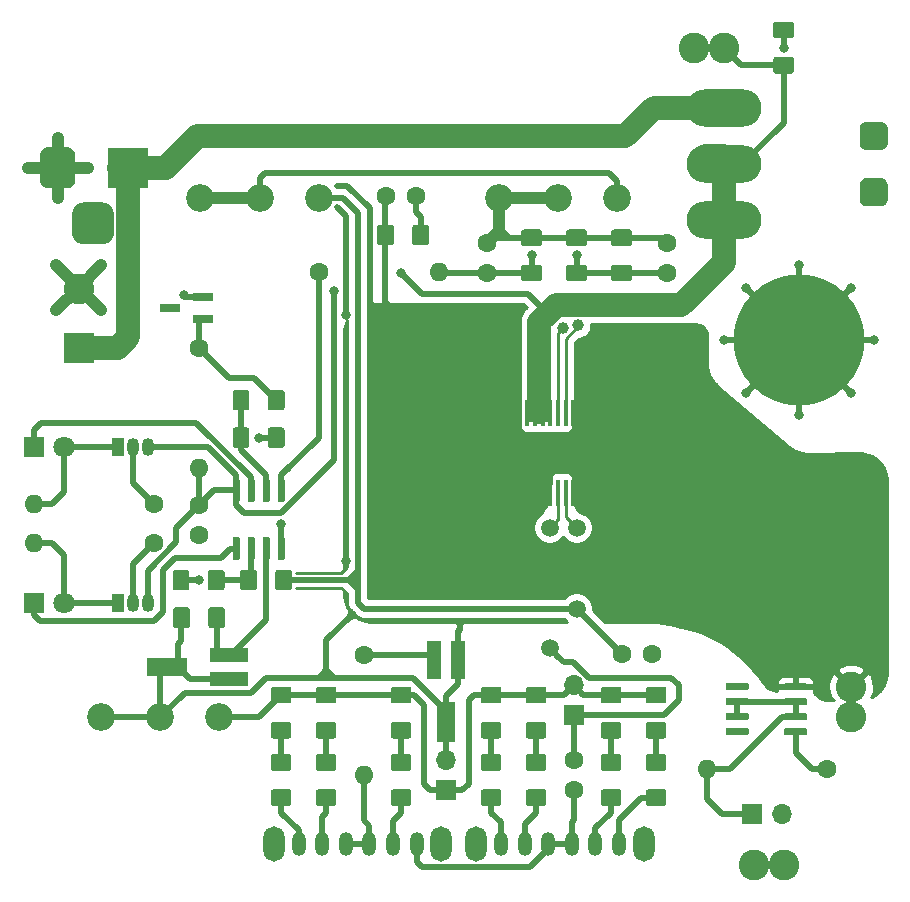
<source format=gbr>
G04 #@! TF.GenerationSoftware,KiCad,Pcbnew,(5.1.2)-1*
G04 #@! TF.CreationDate,2019-06-11T18:42:14-07:00*
G04 #@! TF.ProjectId,psu,7073752e-6b69-4636-9164-5f7063625858,rev?*
G04 #@! TF.SameCoordinates,Original*
G04 #@! TF.FileFunction,Copper,L1,Top*
G04 #@! TF.FilePolarity,Positive*
%FSLAX46Y46*%
G04 Gerber Fmt 4.6, Leading zero omitted, Abs format (unit mm)*
G04 Created by KiCad (PCBNEW (5.1.2)-1) date 2019-06-11 18:42:14*
%MOMM*%
%LPD*%
G04 APERTURE LIST*
%ADD10C,1.500000*%
%ADD11C,1.600000*%
%ADD12O,1.600000X1.600000*%
%ADD13R,1.700000X1.700000*%
%ADD14O,1.700000X1.700000*%
%ADD15C,2.600000*%
%ADD16C,1.000000*%
%ADD17R,2.600000X2.600000*%
%ADD18R,3.500000X3.500000*%
%ADD19C,0.100000*%
%ADD20C,3.000000*%
%ADD21C,3.500000*%
%ADD22C,0.600000*%
%ADD23C,2.340000*%
%ADD24R,1.700000X0.800000*%
%ADD25R,0.450000X2.250000*%
%ADD26R,5.000000X3.400000*%
%ADD27R,1.200000X3.200000*%
%ADD28R,1.600000X3.500000*%
%ADD29R,3.200000X1.200000*%
%ADD30R,3.500000X1.600000*%
%ADD31O,1.050000X1.500000*%
%ADD32R,1.050000X1.500000*%
%ADD33R,1.800000X1.800000*%
%ADD34C,1.800000*%
%ADD35C,11.112500*%
%ADD36C,1.425000*%
%ADD37O,6.350000X3.175000*%
%ADD38C,2.382520*%
%ADD39O,1.800000X3.000000*%
%ADD40O,1.200000X2.000000*%
%ADD41C,0.800000*%
%ADD42C,0.500000*%
%ADD43C,1.000000*%
%ADD44C,0.250000*%
%ADD45C,2.000000*%
%ADD46C,0.254000*%
G04 APERTURE END LIST*
D10*
X147574000Y-104140000D03*
X147574000Y-110998000D03*
D11*
X111760000Y-105410000D03*
D12*
X101600000Y-105410000D03*
D11*
X111760000Y-102108000D03*
D12*
X101600000Y-102108000D03*
D11*
X125730000Y-82486500D03*
D12*
X135890000Y-82486500D03*
D11*
X115570000Y-88900000D03*
D12*
X115570000Y-99060000D03*
D11*
X129540000Y-114935000D03*
D12*
X129540000Y-125095000D03*
D13*
X136525000Y-126365000D03*
D14*
X136525000Y-123825000D03*
D15*
X157480000Y-63500000D03*
X160020000Y-63500000D03*
X162560000Y-132715000D03*
X165100000Y-132715000D03*
D11*
X168783000Y-124587000D03*
D12*
X158623000Y-124587000D03*
D13*
X162433000Y-128397000D03*
D14*
X164973000Y-128397000D03*
D15*
X170815000Y-117602000D03*
X170815000Y-120142000D03*
D11*
X155194000Y-80050000D03*
X155194000Y-82550000D03*
X139954000Y-80050000D03*
X139954000Y-82550000D03*
X131445000Y-76073000D03*
X133945000Y-76073000D03*
X115570000Y-104735000D03*
X115570000Y-102235000D03*
X147320000Y-126325000D03*
X147320000Y-123825000D03*
X153924000Y-114808000D03*
X151424000Y-114808000D03*
D16*
X146431000Y-87198200D03*
X147701000Y-86995000D03*
D17*
X105410000Y-88900000D03*
D15*
X105410000Y-83900000D03*
D18*
X109632000Y-73660000D03*
D19*
G36*
X104455513Y-71913611D02*
G01*
X104528318Y-71924411D01*
X104599714Y-71942295D01*
X104669013Y-71967090D01*
X104735548Y-71998559D01*
X104798678Y-72036398D01*
X104857795Y-72080242D01*
X104912330Y-72129670D01*
X104961758Y-72184205D01*
X105005602Y-72243322D01*
X105043441Y-72306452D01*
X105074910Y-72372987D01*
X105099705Y-72442286D01*
X105117589Y-72513682D01*
X105128389Y-72586487D01*
X105132000Y-72660000D01*
X105132000Y-74660000D01*
X105128389Y-74733513D01*
X105117589Y-74806318D01*
X105099705Y-74877714D01*
X105074910Y-74947013D01*
X105043441Y-75013548D01*
X105005602Y-75076678D01*
X104961758Y-75135795D01*
X104912330Y-75190330D01*
X104857795Y-75239758D01*
X104798678Y-75283602D01*
X104735548Y-75321441D01*
X104669013Y-75352910D01*
X104599714Y-75377705D01*
X104528318Y-75395589D01*
X104455513Y-75406389D01*
X104382000Y-75410000D01*
X102882000Y-75410000D01*
X102808487Y-75406389D01*
X102735682Y-75395589D01*
X102664286Y-75377705D01*
X102594987Y-75352910D01*
X102528452Y-75321441D01*
X102465322Y-75283602D01*
X102406205Y-75239758D01*
X102351670Y-75190330D01*
X102302242Y-75135795D01*
X102258398Y-75076678D01*
X102220559Y-75013548D01*
X102189090Y-74947013D01*
X102164295Y-74877714D01*
X102146411Y-74806318D01*
X102135611Y-74733513D01*
X102132000Y-74660000D01*
X102132000Y-72660000D01*
X102135611Y-72586487D01*
X102146411Y-72513682D01*
X102164295Y-72442286D01*
X102189090Y-72372987D01*
X102220559Y-72306452D01*
X102258398Y-72243322D01*
X102302242Y-72184205D01*
X102351670Y-72129670D01*
X102406205Y-72080242D01*
X102465322Y-72036398D01*
X102528452Y-71998559D01*
X102594987Y-71967090D01*
X102664286Y-71942295D01*
X102735682Y-71924411D01*
X102808487Y-71913611D01*
X102882000Y-71910000D01*
X104382000Y-71910000D01*
X104455513Y-71913611D01*
X104455513Y-71913611D01*
G37*
D20*
X103632000Y-73660000D03*
D19*
G36*
X107592765Y-76614213D02*
G01*
X107677704Y-76626813D01*
X107760999Y-76647677D01*
X107841848Y-76676605D01*
X107919472Y-76713319D01*
X107993124Y-76757464D01*
X108062094Y-76808616D01*
X108125718Y-76866282D01*
X108183384Y-76929906D01*
X108234536Y-76998876D01*
X108278681Y-77072528D01*
X108315395Y-77150152D01*
X108344323Y-77231001D01*
X108365187Y-77314296D01*
X108377787Y-77399235D01*
X108382000Y-77485000D01*
X108382000Y-79235000D01*
X108377787Y-79320765D01*
X108365187Y-79405704D01*
X108344323Y-79488999D01*
X108315395Y-79569848D01*
X108278681Y-79647472D01*
X108234536Y-79721124D01*
X108183384Y-79790094D01*
X108125718Y-79853718D01*
X108062094Y-79911384D01*
X107993124Y-79962536D01*
X107919472Y-80006681D01*
X107841848Y-80043395D01*
X107760999Y-80072323D01*
X107677704Y-80093187D01*
X107592765Y-80105787D01*
X107507000Y-80110000D01*
X105757000Y-80110000D01*
X105671235Y-80105787D01*
X105586296Y-80093187D01*
X105503001Y-80072323D01*
X105422152Y-80043395D01*
X105344528Y-80006681D01*
X105270876Y-79962536D01*
X105201906Y-79911384D01*
X105138282Y-79853718D01*
X105080616Y-79790094D01*
X105029464Y-79721124D01*
X104985319Y-79647472D01*
X104948605Y-79569848D01*
X104919677Y-79488999D01*
X104898813Y-79405704D01*
X104886213Y-79320765D01*
X104882000Y-79235000D01*
X104882000Y-77485000D01*
X104886213Y-77399235D01*
X104898813Y-77314296D01*
X104919677Y-77231001D01*
X104948605Y-77150152D01*
X104985319Y-77072528D01*
X105029464Y-76998876D01*
X105080616Y-76929906D01*
X105138282Y-76866282D01*
X105201906Y-76808616D01*
X105270876Y-76757464D01*
X105344528Y-76713319D01*
X105422152Y-76676605D01*
X105503001Y-76647677D01*
X105586296Y-76626813D01*
X105671235Y-76614213D01*
X105757000Y-76610000D01*
X107507000Y-76610000D01*
X107592765Y-76614213D01*
X107592765Y-76614213D01*
G37*
D21*
X106632000Y-78360000D03*
D19*
G36*
X166952703Y-121112722D02*
G01*
X166967264Y-121114882D01*
X166981543Y-121118459D01*
X166995403Y-121123418D01*
X167008710Y-121129712D01*
X167021336Y-121137280D01*
X167033159Y-121146048D01*
X167044066Y-121155934D01*
X167053952Y-121166841D01*
X167062720Y-121178664D01*
X167070288Y-121191290D01*
X167076582Y-121204597D01*
X167081541Y-121218457D01*
X167085118Y-121232736D01*
X167087278Y-121247297D01*
X167088000Y-121262000D01*
X167088000Y-121562000D01*
X167087278Y-121576703D01*
X167085118Y-121591264D01*
X167081541Y-121605543D01*
X167076582Y-121619403D01*
X167070288Y-121632710D01*
X167062720Y-121645336D01*
X167053952Y-121657159D01*
X167044066Y-121668066D01*
X167033159Y-121677952D01*
X167021336Y-121686720D01*
X167008710Y-121694288D01*
X166995403Y-121700582D01*
X166981543Y-121705541D01*
X166967264Y-121709118D01*
X166952703Y-121711278D01*
X166938000Y-121712000D01*
X165288000Y-121712000D01*
X165273297Y-121711278D01*
X165258736Y-121709118D01*
X165244457Y-121705541D01*
X165230597Y-121700582D01*
X165217290Y-121694288D01*
X165204664Y-121686720D01*
X165192841Y-121677952D01*
X165181934Y-121668066D01*
X165172048Y-121657159D01*
X165163280Y-121645336D01*
X165155712Y-121632710D01*
X165149418Y-121619403D01*
X165144459Y-121605543D01*
X165140882Y-121591264D01*
X165138722Y-121576703D01*
X165138000Y-121562000D01*
X165138000Y-121262000D01*
X165138722Y-121247297D01*
X165140882Y-121232736D01*
X165144459Y-121218457D01*
X165149418Y-121204597D01*
X165155712Y-121191290D01*
X165163280Y-121178664D01*
X165172048Y-121166841D01*
X165181934Y-121155934D01*
X165192841Y-121146048D01*
X165204664Y-121137280D01*
X165217290Y-121129712D01*
X165230597Y-121123418D01*
X165244457Y-121118459D01*
X165258736Y-121114882D01*
X165273297Y-121112722D01*
X165288000Y-121112000D01*
X166938000Y-121112000D01*
X166952703Y-121112722D01*
X166952703Y-121112722D01*
G37*
D22*
X166113000Y-121412000D03*
D19*
G36*
X166952703Y-119842722D02*
G01*
X166967264Y-119844882D01*
X166981543Y-119848459D01*
X166995403Y-119853418D01*
X167008710Y-119859712D01*
X167021336Y-119867280D01*
X167033159Y-119876048D01*
X167044066Y-119885934D01*
X167053952Y-119896841D01*
X167062720Y-119908664D01*
X167070288Y-119921290D01*
X167076582Y-119934597D01*
X167081541Y-119948457D01*
X167085118Y-119962736D01*
X167087278Y-119977297D01*
X167088000Y-119992000D01*
X167088000Y-120292000D01*
X167087278Y-120306703D01*
X167085118Y-120321264D01*
X167081541Y-120335543D01*
X167076582Y-120349403D01*
X167070288Y-120362710D01*
X167062720Y-120375336D01*
X167053952Y-120387159D01*
X167044066Y-120398066D01*
X167033159Y-120407952D01*
X167021336Y-120416720D01*
X167008710Y-120424288D01*
X166995403Y-120430582D01*
X166981543Y-120435541D01*
X166967264Y-120439118D01*
X166952703Y-120441278D01*
X166938000Y-120442000D01*
X165288000Y-120442000D01*
X165273297Y-120441278D01*
X165258736Y-120439118D01*
X165244457Y-120435541D01*
X165230597Y-120430582D01*
X165217290Y-120424288D01*
X165204664Y-120416720D01*
X165192841Y-120407952D01*
X165181934Y-120398066D01*
X165172048Y-120387159D01*
X165163280Y-120375336D01*
X165155712Y-120362710D01*
X165149418Y-120349403D01*
X165144459Y-120335543D01*
X165140882Y-120321264D01*
X165138722Y-120306703D01*
X165138000Y-120292000D01*
X165138000Y-119992000D01*
X165138722Y-119977297D01*
X165140882Y-119962736D01*
X165144459Y-119948457D01*
X165149418Y-119934597D01*
X165155712Y-119921290D01*
X165163280Y-119908664D01*
X165172048Y-119896841D01*
X165181934Y-119885934D01*
X165192841Y-119876048D01*
X165204664Y-119867280D01*
X165217290Y-119859712D01*
X165230597Y-119853418D01*
X165244457Y-119848459D01*
X165258736Y-119844882D01*
X165273297Y-119842722D01*
X165288000Y-119842000D01*
X166938000Y-119842000D01*
X166952703Y-119842722D01*
X166952703Y-119842722D01*
G37*
D22*
X166113000Y-120142000D03*
D19*
G36*
X166952703Y-118572722D02*
G01*
X166967264Y-118574882D01*
X166981543Y-118578459D01*
X166995403Y-118583418D01*
X167008710Y-118589712D01*
X167021336Y-118597280D01*
X167033159Y-118606048D01*
X167044066Y-118615934D01*
X167053952Y-118626841D01*
X167062720Y-118638664D01*
X167070288Y-118651290D01*
X167076582Y-118664597D01*
X167081541Y-118678457D01*
X167085118Y-118692736D01*
X167087278Y-118707297D01*
X167088000Y-118722000D01*
X167088000Y-119022000D01*
X167087278Y-119036703D01*
X167085118Y-119051264D01*
X167081541Y-119065543D01*
X167076582Y-119079403D01*
X167070288Y-119092710D01*
X167062720Y-119105336D01*
X167053952Y-119117159D01*
X167044066Y-119128066D01*
X167033159Y-119137952D01*
X167021336Y-119146720D01*
X167008710Y-119154288D01*
X166995403Y-119160582D01*
X166981543Y-119165541D01*
X166967264Y-119169118D01*
X166952703Y-119171278D01*
X166938000Y-119172000D01*
X165288000Y-119172000D01*
X165273297Y-119171278D01*
X165258736Y-119169118D01*
X165244457Y-119165541D01*
X165230597Y-119160582D01*
X165217290Y-119154288D01*
X165204664Y-119146720D01*
X165192841Y-119137952D01*
X165181934Y-119128066D01*
X165172048Y-119117159D01*
X165163280Y-119105336D01*
X165155712Y-119092710D01*
X165149418Y-119079403D01*
X165144459Y-119065543D01*
X165140882Y-119051264D01*
X165138722Y-119036703D01*
X165138000Y-119022000D01*
X165138000Y-118722000D01*
X165138722Y-118707297D01*
X165140882Y-118692736D01*
X165144459Y-118678457D01*
X165149418Y-118664597D01*
X165155712Y-118651290D01*
X165163280Y-118638664D01*
X165172048Y-118626841D01*
X165181934Y-118615934D01*
X165192841Y-118606048D01*
X165204664Y-118597280D01*
X165217290Y-118589712D01*
X165230597Y-118583418D01*
X165244457Y-118578459D01*
X165258736Y-118574882D01*
X165273297Y-118572722D01*
X165288000Y-118572000D01*
X166938000Y-118572000D01*
X166952703Y-118572722D01*
X166952703Y-118572722D01*
G37*
D22*
X166113000Y-118872000D03*
D19*
G36*
X166952703Y-117302722D02*
G01*
X166967264Y-117304882D01*
X166981543Y-117308459D01*
X166995403Y-117313418D01*
X167008710Y-117319712D01*
X167021336Y-117327280D01*
X167033159Y-117336048D01*
X167044066Y-117345934D01*
X167053952Y-117356841D01*
X167062720Y-117368664D01*
X167070288Y-117381290D01*
X167076582Y-117394597D01*
X167081541Y-117408457D01*
X167085118Y-117422736D01*
X167087278Y-117437297D01*
X167088000Y-117452000D01*
X167088000Y-117752000D01*
X167087278Y-117766703D01*
X167085118Y-117781264D01*
X167081541Y-117795543D01*
X167076582Y-117809403D01*
X167070288Y-117822710D01*
X167062720Y-117835336D01*
X167053952Y-117847159D01*
X167044066Y-117858066D01*
X167033159Y-117867952D01*
X167021336Y-117876720D01*
X167008710Y-117884288D01*
X166995403Y-117890582D01*
X166981543Y-117895541D01*
X166967264Y-117899118D01*
X166952703Y-117901278D01*
X166938000Y-117902000D01*
X165288000Y-117902000D01*
X165273297Y-117901278D01*
X165258736Y-117899118D01*
X165244457Y-117895541D01*
X165230597Y-117890582D01*
X165217290Y-117884288D01*
X165204664Y-117876720D01*
X165192841Y-117867952D01*
X165181934Y-117858066D01*
X165172048Y-117847159D01*
X165163280Y-117835336D01*
X165155712Y-117822710D01*
X165149418Y-117809403D01*
X165144459Y-117795543D01*
X165140882Y-117781264D01*
X165138722Y-117766703D01*
X165138000Y-117752000D01*
X165138000Y-117452000D01*
X165138722Y-117437297D01*
X165140882Y-117422736D01*
X165144459Y-117408457D01*
X165149418Y-117394597D01*
X165155712Y-117381290D01*
X165163280Y-117368664D01*
X165172048Y-117356841D01*
X165181934Y-117345934D01*
X165192841Y-117336048D01*
X165204664Y-117327280D01*
X165217290Y-117319712D01*
X165230597Y-117313418D01*
X165244457Y-117308459D01*
X165258736Y-117304882D01*
X165273297Y-117302722D01*
X165288000Y-117302000D01*
X166938000Y-117302000D01*
X166952703Y-117302722D01*
X166952703Y-117302722D01*
G37*
D22*
X166113000Y-117602000D03*
D19*
G36*
X162002703Y-117302722D02*
G01*
X162017264Y-117304882D01*
X162031543Y-117308459D01*
X162045403Y-117313418D01*
X162058710Y-117319712D01*
X162071336Y-117327280D01*
X162083159Y-117336048D01*
X162094066Y-117345934D01*
X162103952Y-117356841D01*
X162112720Y-117368664D01*
X162120288Y-117381290D01*
X162126582Y-117394597D01*
X162131541Y-117408457D01*
X162135118Y-117422736D01*
X162137278Y-117437297D01*
X162138000Y-117452000D01*
X162138000Y-117752000D01*
X162137278Y-117766703D01*
X162135118Y-117781264D01*
X162131541Y-117795543D01*
X162126582Y-117809403D01*
X162120288Y-117822710D01*
X162112720Y-117835336D01*
X162103952Y-117847159D01*
X162094066Y-117858066D01*
X162083159Y-117867952D01*
X162071336Y-117876720D01*
X162058710Y-117884288D01*
X162045403Y-117890582D01*
X162031543Y-117895541D01*
X162017264Y-117899118D01*
X162002703Y-117901278D01*
X161988000Y-117902000D01*
X160338000Y-117902000D01*
X160323297Y-117901278D01*
X160308736Y-117899118D01*
X160294457Y-117895541D01*
X160280597Y-117890582D01*
X160267290Y-117884288D01*
X160254664Y-117876720D01*
X160242841Y-117867952D01*
X160231934Y-117858066D01*
X160222048Y-117847159D01*
X160213280Y-117835336D01*
X160205712Y-117822710D01*
X160199418Y-117809403D01*
X160194459Y-117795543D01*
X160190882Y-117781264D01*
X160188722Y-117766703D01*
X160188000Y-117752000D01*
X160188000Y-117452000D01*
X160188722Y-117437297D01*
X160190882Y-117422736D01*
X160194459Y-117408457D01*
X160199418Y-117394597D01*
X160205712Y-117381290D01*
X160213280Y-117368664D01*
X160222048Y-117356841D01*
X160231934Y-117345934D01*
X160242841Y-117336048D01*
X160254664Y-117327280D01*
X160267290Y-117319712D01*
X160280597Y-117313418D01*
X160294457Y-117308459D01*
X160308736Y-117304882D01*
X160323297Y-117302722D01*
X160338000Y-117302000D01*
X161988000Y-117302000D01*
X162002703Y-117302722D01*
X162002703Y-117302722D01*
G37*
D22*
X161163000Y-117602000D03*
D19*
G36*
X162002703Y-118572722D02*
G01*
X162017264Y-118574882D01*
X162031543Y-118578459D01*
X162045403Y-118583418D01*
X162058710Y-118589712D01*
X162071336Y-118597280D01*
X162083159Y-118606048D01*
X162094066Y-118615934D01*
X162103952Y-118626841D01*
X162112720Y-118638664D01*
X162120288Y-118651290D01*
X162126582Y-118664597D01*
X162131541Y-118678457D01*
X162135118Y-118692736D01*
X162137278Y-118707297D01*
X162138000Y-118722000D01*
X162138000Y-119022000D01*
X162137278Y-119036703D01*
X162135118Y-119051264D01*
X162131541Y-119065543D01*
X162126582Y-119079403D01*
X162120288Y-119092710D01*
X162112720Y-119105336D01*
X162103952Y-119117159D01*
X162094066Y-119128066D01*
X162083159Y-119137952D01*
X162071336Y-119146720D01*
X162058710Y-119154288D01*
X162045403Y-119160582D01*
X162031543Y-119165541D01*
X162017264Y-119169118D01*
X162002703Y-119171278D01*
X161988000Y-119172000D01*
X160338000Y-119172000D01*
X160323297Y-119171278D01*
X160308736Y-119169118D01*
X160294457Y-119165541D01*
X160280597Y-119160582D01*
X160267290Y-119154288D01*
X160254664Y-119146720D01*
X160242841Y-119137952D01*
X160231934Y-119128066D01*
X160222048Y-119117159D01*
X160213280Y-119105336D01*
X160205712Y-119092710D01*
X160199418Y-119079403D01*
X160194459Y-119065543D01*
X160190882Y-119051264D01*
X160188722Y-119036703D01*
X160188000Y-119022000D01*
X160188000Y-118722000D01*
X160188722Y-118707297D01*
X160190882Y-118692736D01*
X160194459Y-118678457D01*
X160199418Y-118664597D01*
X160205712Y-118651290D01*
X160213280Y-118638664D01*
X160222048Y-118626841D01*
X160231934Y-118615934D01*
X160242841Y-118606048D01*
X160254664Y-118597280D01*
X160267290Y-118589712D01*
X160280597Y-118583418D01*
X160294457Y-118578459D01*
X160308736Y-118574882D01*
X160323297Y-118572722D01*
X160338000Y-118572000D01*
X161988000Y-118572000D01*
X162002703Y-118572722D01*
X162002703Y-118572722D01*
G37*
D22*
X161163000Y-118872000D03*
D19*
G36*
X162002703Y-119842722D02*
G01*
X162017264Y-119844882D01*
X162031543Y-119848459D01*
X162045403Y-119853418D01*
X162058710Y-119859712D01*
X162071336Y-119867280D01*
X162083159Y-119876048D01*
X162094066Y-119885934D01*
X162103952Y-119896841D01*
X162112720Y-119908664D01*
X162120288Y-119921290D01*
X162126582Y-119934597D01*
X162131541Y-119948457D01*
X162135118Y-119962736D01*
X162137278Y-119977297D01*
X162138000Y-119992000D01*
X162138000Y-120292000D01*
X162137278Y-120306703D01*
X162135118Y-120321264D01*
X162131541Y-120335543D01*
X162126582Y-120349403D01*
X162120288Y-120362710D01*
X162112720Y-120375336D01*
X162103952Y-120387159D01*
X162094066Y-120398066D01*
X162083159Y-120407952D01*
X162071336Y-120416720D01*
X162058710Y-120424288D01*
X162045403Y-120430582D01*
X162031543Y-120435541D01*
X162017264Y-120439118D01*
X162002703Y-120441278D01*
X161988000Y-120442000D01*
X160338000Y-120442000D01*
X160323297Y-120441278D01*
X160308736Y-120439118D01*
X160294457Y-120435541D01*
X160280597Y-120430582D01*
X160267290Y-120424288D01*
X160254664Y-120416720D01*
X160242841Y-120407952D01*
X160231934Y-120398066D01*
X160222048Y-120387159D01*
X160213280Y-120375336D01*
X160205712Y-120362710D01*
X160199418Y-120349403D01*
X160194459Y-120335543D01*
X160190882Y-120321264D01*
X160188722Y-120306703D01*
X160188000Y-120292000D01*
X160188000Y-119992000D01*
X160188722Y-119977297D01*
X160190882Y-119962736D01*
X160194459Y-119948457D01*
X160199418Y-119934597D01*
X160205712Y-119921290D01*
X160213280Y-119908664D01*
X160222048Y-119896841D01*
X160231934Y-119885934D01*
X160242841Y-119876048D01*
X160254664Y-119867280D01*
X160267290Y-119859712D01*
X160280597Y-119853418D01*
X160294457Y-119848459D01*
X160308736Y-119844882D01*
X160323297Y-119842722D01*
X160338000Y-119842000D01*
X161988000Y-119842000D01*
X162002703Y-119842722D01*
X162002703Y-119842722D01*
G37*
D22*
X161163000Y-120142000D03*
D19*
G36*
X162002703Y-121112722D02*
G01*
X162017264Y-121114882D01*
X162031543Y-121118459D01*
X162045403Y-121123418D01*
X162058710Y-121129712D01*
X162071336Y-121137280D01*
X162083159Y-121146048D01*
X162094066Y-121155934D01*
X162103952Y-121166841D01*
X162112720Y-121178664D01*
X162120288Y-121191290D01*
X162126582Y-121204597D01*
X162131541Y-121218457D01*
X162135118Y-121232736D01*
X162137278Y-121247297D01*
X162138000Y-121262000D01*
X162138000Y-121562000D01*
X162137278Y-121576703D01*
X162135118Y-121591264D01*
X162131541Y-121605543D01*
X162126582Y-121619403D01*
X162120288Y-121632710D01*
X162112720Y-121645336D01*
X162103952Y-121657159D01*
X162094066Y-121668066D01*
X162083159Y-121677952D01*
X162071336Y-121686720D01*
X162058710Y-121694288D01*
X162045403Y-121700582D01*
X162031543Y-121705541D01*
X162017264Y-121709118D01*
X162002703Y-121711278D01*
X161988000Y-121712000D01*
X160338000Y-121712000D01*
X160323297Y-121711278D01*
X160308736Y-121709118D01*
X160294457Y-121705541D01*
X160280597Y-121700582D01*
X160267290Y-121694288D01*
X160254664Y-121686720D01*
X160242841Y-121677952D01*
X160231934Y-121668066D01*
X160222048Y-121657159D01*
X160213280Y-121645336D01*
X160205712Y-121632710D01*
X160199418Y-121619403D01*
X160194459Y-121605543D01*
X160190882Y-121591264D01*
X160188722Y-121576703D01*
X160188000Y-121562000D01*
X160188000Y-121262000D01*
X160188722Y-121247297D01*
X160190882Y-121232736D01*
X160194459Y-121218457D01*
X160199418Y-121204597D01*
X160205712Y-121191290D01*
X160213280Y-121178664D01*
X160222048Y-121166841D01*
X160231934Y-121155934D01*
X160242841Y-121146048D01*
X160254664Y-121137280D01*
X160267290Y-121129712D01*
X160280597Y-121123418D01*
X160294457Y-121118459D01*
X160308736Y-121114882D01*
X160323297Y-121112722D01*
X160338000Y-121112000D01*
X161988000Y-121112000D01*
X162002703Y-121112722D01*
X162002703Y-121112722D01*
G37*
D22*
X161163000Y-121412000D03*
D23*
X140970000Y-76200000D03*
X145970000Y-76200000D03*
X150970000Y-76200000D03*
X115730000Y-76200000D03*
X120730000Y-76200000D03*
X125730000Y-76200000D03*
X107315000Y-120205500D03*
X112315000Y-120205500D03*
X117315000Y-120205500D03*
D19*
G36*
X118909703Y-104940722D02*
G01*
X118924264Y-104942882D01*
X118938543Y-104946459D01*
X118952403Y-104951418D01*
X118965710Y-104957712D01*
X118978336Y-104965280D01*
X118990159Y-104974048D01*
X119001066Y-104983934D01*
X119010952Y-104994841D01*
X119019720Y-105006664D01*
X119027288Y-105019290D01*
X119033582Y-105032597D01*
X119038541Y-105046457D01*
X119042118Y-105060736D01*
X119044278Y-105075297D01*
X119045000Y-105090000D01*
X119045000Y-106740000D01*
X119044278Y-106754703D01*
X119042118Y-106769264D01*
X119038541Y-106783543D01*
X119033582Y-106797403D01*
X119027288Y-106810710D01*
X119019720Y-106823336D01*
X119010952Y-106835159D01*
X119001066Y-106846066D01*
X118990159Y-106855952D01*
X118978336Y-106864720D01*
X118965710Y-106872288D01*
X118952403Y-106878582D01*
X118938543Y-106883541D01*
X118924264Y-106887118D01*
X118909703Y-106889278D01*
X118895000Y-106890000D01*
X118595000Y-106890000D01*
X118580297Y-106889278D01*
X118565736Y-106887118D01*
X118551457Y-106883541D01*
X118537597Y-106878582D01*
X118524290Y-106872288D01*
X118511664Y-106864720D01*
X118499841Y-106855952D01*
X118488934Y-106846066D01*
X118479048Y-106835159D01*
X118470280Y-106823336D01*
X118462712Y-106810710D01*
X118456418Y-106797403D01*
X118451459Y-106783543D01*
X118447882Y-106769264D01*
X118445722Y-106754703D01*
X118445000Y-106740000D01*
X118445000Y-105090000D01*
X118445722Y-105075297D01*
X118447882Y-105060736D01*
X118451459Y-105046457D01*
X118456418Y-105032597D01*
X118462712Y-105019290D01*
X118470280Y-105006664D01*
X118479048Y-104994841D01*
X118488934Y-104983934D01*
X118499841Y-104974048D01*
X118511664Y-104965280D01*
X118524290Y-104957712D01*
X118537597Y-104951418D01*
X118551457Y-104946459D01*
X118565736Y-104942882D01*
X118580297Y-104940722D01*
X118595000Y-104940000D01*
X118895000Y-104940000D01*
X118909703Y-104940722D01*
X118909703Y-104940722D01*
G37*
D22*
X118745000Y-105915000D03*
D19*
G36*
X120179703Y-104940722D02*
G01*
X120194264Y-104942882D01*
X120208543Y-104946459D01*
X120222403Y-104951418D01*
X120235710Y-104957712D01*
X120248336Y-104965280D01*
X120260159Y-104974048D01*
X120271066Y-104983934D01*
X120280952Y-104994841D01*
X120289720Y-105006664D01*
X120297288Y-105019290D01*
X120303582Y-105032597D01*
X120308541Y-105046457D01*
X120312118Y-105060736D01*
X120314278Y-105075297D01*
X120315000Y-105090000D01*
X120315000Y-106740000D01*
X120314278Y-106754703D01*
X120312118Y-106769264D01*
X120308541Y-106783543D01*
X120303582Y-106797403D01*
X120297288Y-106810710D01*
X120289720Y-106823336D01*
X120280952Y-106835159D01*
X120271066Y-106846066D01*
X120260159Y-106855952D01*
X120248336Y-106864720D01*
X120235710Y-106872288D01*
X120222403Y-106878582D01*
X120208543Y-106883541D01*
X120194264Y-106887118D01*
X120179703Y-106889278D01*
X120165000Y-106890000D01*
X119865000Y-106890000D01*
X119850297Y-106889278D01*
X119835736Y-106887118D01*
X119821457Y-106883541D01*
X119807597Y-106878582D01*
X119794290Y-106872288D01*
X119781664Y-106864720D01*
X119769841Y-106855952D01*
X119758934Y-106846066D01*
X119749048Y-106835159D01*
X119740280Y-106823336D01*
X119732712Y-106810710D01*
X119726418Y-106797403D01*
X119721459Y-106783543D01*
X119717882Y-106769264D01*
X119715722Y-106754703D01*
X119715000Y-106740000D01*
X119715000Y-105090000D01*
X119715722Y-105075297D01*
X119717882Y-105060736D01*
X119721459Y-105046457D01*
X119726418Y-105032597D01*
X119732712Y-105019290D01*
X119740280Y-105006664D01*
X119749048Y-104994841D01*
X119758934Y-104983934D01*
X119769841Y-104974048D01*
X119781664Y-104965280D01*
X119794290Y-104957712D01*
X119807597Y-104951418D01*
X119821457Y-104946459D01*
X119835736Y-104942882D01*
X119850297Y-104940722D01*
X119865000Y-104940000D01*
X120165000Y-104940000D01*
X120179703Y-104940722D01*
X120179703Y-104940722D01*
G37*
D22*
X120015000Y-105915000D03*
D19*
G36*
X121449703Y-104940722D02*
G01*
X121464264Y-104942882D01*
X121478543Y-104946459D01*
X121492403Y-104951418D01*
X121505710Y-104957712D01*
X121518336Y-104965280D01*
X121530159Y-104974048D01*
X121541066Y-104983934D01*
X121550952Y-104994841D01*
X121559720Y-105006664D01*
X121567288Y-105019290D01*
X121573582Y-105032597D01*
X121578541Y-105046457D01*
X121582118Y-105060736D01*
X121584278Y-105075297D01*
X121585000Y-105090000D01*
X121585000Y-106740000D01*
X121584278Y-106754703D01*
X121582118Y-106769264D01*
X121578541Y-106783543D01*
X121573582Y-106797403D01*
X121567288Y-106810710D01*
X121559720Y-106823336D01*
X121550952Y-106835159D01*
X121541066Y-106846066D01*
X121530159Y-106855952D01*
X121518336Y-106864720D01*
X121505710Y-106872288D01*
X121492403Y-106878582D01*
X121478543Y-106883541D01*
X121464264Y-106887118D01*
X121449703Y-106889278D01*
X121435000Y-106890000D01*
X121135000Y-106890000D01*
X121120297Y-106889278D01*
X121105736Y-106887118D01*
X121091457Y-106883541D01*
X121077597Y-106878582D01*
X121064290Y-106872288D01*
X121051664Y-106864720D01*
X121039841Y-106855952D01*
X121028934Y-106846066D01*
X121019048Y-106835159D01*
X121010280Y-106823336D01*
X121002712Y-106810710D01*
X120996418Y-106797403D01*
X120991459Y-106783543D01*
X120987882Y-106769264D01*
X120985722Y-106754703D01*
X120985000Y-106740000D01*
X120985000Y-105090000D01*
X120985722Y-105075297D01*
X120987882Y-105060736D01*
X120991459Y-105046457D01*
X120996418Y-105032597D01*
X121002712Y-105019290D01*
X121010280Y-105006664D01*
X121019048Y-104994841D01*
X121028934Y-104983934D01*
X121039841Y-104974048D01*
X121051664Y-104965280D01*
X121064290Y-104957712D01*
X121077597Y-104951418D01*
X121091457Y-104946459D01*
X121105736Y-104942882D01*
X121120297Y-104940722D01*
X121135000Y-104940000D01*
X121435000Y-104940000D01*
X121449703Y-104940722D01*
X121449703Y-104940722D01*
G37*
D22*
X121285000Y-105915000D03*
D19*
G36*
X122719703Y-104940722D02*
G01*
X122734264Y-104942882D01*
X122748543Y-104946459D01*
X122762403Y-104951418D01*
X122775710Y-104957712D01*
X122788336Y-104965280D01*
X122800159Y-104974048D01*
X122811066Y-104983934D01*
X122820952Y-104994841D01*
X122829720Y-105006664D01*
X122837288Y-105019290D01*
X122843582Y-105032597D01*
X122848541Y-105046457D01*
X122852118Y-105060736D01*
X122854278Y-105075297D01*
X122855000Y-105090000D01*
X122855000Y-106740000D01*
X122854278Y-106754703D01*
X122852118Y-106769264D01*
X122848541Y-106783543D01*
X122843582Y-106797403D01*
X122837288Y-106810710D01*
X122829720Y-106823336D01*
X122820952Y-106835159D01*
X122811066Y-106846066D01*
X122800159Y-106855952D01*
X122788336Y-106864720D01*
X122775710Y-106872288D01*
X122762403Y-106878582D01*
X122748543Y-106883541D01*
X122734264Y-106887118D01*
X122719703Y-106889278D01*
X122705000Y-106890000D01*
X122405000Y-106890000D01*
X122390297Y-106889278D01*
X122375736Y-106887118D01*
X122361457Y-106883541D01*
X122347597Y-106878582D01*
X122334290Y-106872288D01*
X122321664Y-106864720D01*
X122309841Y-106855952D01*
X122298934Y-106846066D01*
X122289048Y-106835159D01*
X122280280Y-106823336D01*
X122272712Y-106810710D01*
X122266418Y-106797403D01*
X122261459Y-106783543D01*
X122257882Y-106769264D01*
X122255722Y-106754703D01*
X122255000Y-106740000D01*
X122255000Y-105090000D01*
X122255722Y-105075297D01*
X122257882Y-105060736D01*
X122261459Y-105046457D01*
X122266418Y-105032597D01*
X122272712Y-105019290D01*
X122280280Y-105006664D01*
X122289048Y-104994841D01*
X122298934Y-104983934D01*
X122309841Y-104974048D01*
X122321664Y-104965280D01*
X122334290Y-104957712D01*
X122347597Y-104951418D01*
X122361457Y-104946459D01*
X122375736Y-104942882D01*
X122390297Y-104940722D01*
X122405000Y-104940000D01*
X122705000Y-104940000D01*
X122719703Y-104940722D01*
X122719703Y-104940722D01*
G37*
D22*
X122555000Y-105915000D03*
D19*
G36*
X122719703Y-99990722D02*
G01*
X122734264Y-99992882D01*
X122748543Y-99996459D01*
X122762403Y-100001418D01*
X122775710Y-100007712D01*
X122788336Y-100015280D01*
X122800159Y-100024048D01*
X122811066Y-100033934D01*
X122820952Y-100044841D01*
X122829720Y-100056664D01*
X122837288Y-100069290D01*
X122843582Y-100082597D01*
X122848541Y-100096457D01*
X122852118Y-100110736D01*
X122854278Y-100125297D01*
X122855000Y-100140000D01*
X122855000Y-101790000D01*
X122854278Y-101804703D01*
X122852118Y-101819264D01*
X122848541Y-101833543D01*
X122843582Y-101847403D01*
X122837288Y-101860710D01*
X122829720Y-101873336D01*
X122820952Y-101885159D01*
X122811066Y-101896066D01*
X122800159Y-101905952D01*
X122788336Y-101914720D01*
X122775710Y-101922288D01*
X122762403Y-101928582D01*
X122748543Y-101933541D01*
X122734264Y-101937118D01*
X122719703Y-101939278D01*
X122705000Y-101940000D01*
X122405000Y-101940000D01*
X122390297Y-101939278D01*
X122375736Y-101937118D01*
X122361457Y-101933541D01*
X122347597Y-101928582D01*
X122334290Y-101922288D01*
X122321664Y-101914720D01*
X122309841Y-101905952D01*
X122298934Y-101896066D01*
X122289048Y-101885159D01*
X122280280Y-101873336D01*
X122272712Y-101860710D01*
X122266418Y-101847403D01*
X122261459Y-101833543D01*
X122257882Y-101819264D01*
X122255722Y-101804703D01*
X122255000Y-101790000D01*
X122255000Y-100140000D01*
X122255722Y-100125297D01*
X122257882Y-100110736D01*
X122261459Y-100096457D01*
X122266418Y-100082597D01*
X122272712Y-100069290D01*
X122280280Y-100056664D01*
X122289048Y-100044841D01*
X122298934Y-100033934D01*
X122309841Y-100024048D01*
X122321664Y-100015280D01*
X122334290Y-100007712D01*
X122347597Y-100001418D01*
X122361457Y-99996459D01*
X122375736Y-99992882D01*
X122390297Y-99990722D01*
X122405000Y-99990000D01*
X122705000Y-99990000D01*
X122719703Y-99990722D01*
X122719703Y-99990722D01*
G37*
D22*
X122555000Y-100965000D03*
D19*
G36*
X121449703Y-99990722D02*
G01*
X121464264Y-99992882D01*
X121478543Y-99996459D01*
X121492403Y-100001418D01*
X121505710Y-100007712D01*
X121518336Y-100015280D01*
X121530159Y-100024048D01*
X121541066Y-100033934D01*
X121550952Y-100044841D01*
X121559720Y-100056664D01*
X121567288Y-100069290D01*
X121573582Y-100082597D01*
X121578541Y-100096457D01*
X121582118Y-100110736D01*
X121584278Y-100125297D01*
X121585000Y-100140000D01*
X121585000Y-101790000D01*
X121584278Y-101804703D01*
X121582118Y-101819264D01*
X121578541Y-101833543D01*
X121573582Y-101847403D01*
X121567288Y-101860710D01*
X121559720Y-101873336D01*
X121550952Y-101885159D01*
X121541066Y-101896066D01*
X121530159Y-101905952D01*
X121518336Y-101914720D01*
X121505710Y-101922288D01*
X121492403Y-101928582D01*
X121478543Y-101933541D01*
X121464264Y-101937118D01*
X121449703Y-101939278D01*
X121435000Y-101940000D01*
X121135000Y-101940000D01*
X121120297Y-101939278D01*
X121105736Y-101937118D01*
X121091457Y-101933541D01*
X121077597Y-101928582D01*
X121064290Y-101922288D01*
X121051664Y-101914720D01*
X121039841Y-101905952D01*
X121028934Y-101896066D01*
X121019048Y-101885159D01*
X121010280Y-101873336D01*
X121002712Y-101860710D01*
X120996418Y-101847403D01*
X120991459Y-101833543D01*
X120987882Y-101819264D01*
X120985722Y-101804703D01*
X120985000Y-101790000D01*
X120985000Y-100140000D01*
X120985722Y-100125297D01*
X120987882Y-100110736D01*
X120991459Y-100096457D01*
X120996418Y-100082597D01*
X121002712Y-100069290D01*
X121010280Y-100056664D01*
X121019048Y-100044841D01*
X121028934Y-100033934D01*
X121039841Y-100024048D01*
X121051664Y-100015280D01*
X121064290Y-100007712D01*
X121077597Y-100001418D01*
X121091457Y-99996459D01*
X121105736Y-99992882D01*
X121120297Y-99990722D01*
X121135000Y-99990000D01*
X121435000Y-99990000D01*
X121449703Y-99990722D01*
X121449703Y-99990722D01*
G37*
D22*
X121285000Y-100965000D03*
D19*
G36*
X120179703Y-99990722D02*
G01*
X120194264Y-99992882D01*
X120208543Y-99996459D01*
X120222403Y-100001418D01*
X120235710Y-100007712D01*
X120248336Y-100015280D01*
X120260159Y-100024048D01*
X120271066Y-100033934D01*
X120280952Y-100044841D01*
X120289720Y-100056664D01*
X120297288Y-100069290D01*
X120303582Y-100082597D01*
X120308541Y-100096457D01*
X120312118Y-100110736D01*
X120314278Y-100125297D01*
X120315000Y-100140000D01*
X120315000Y-101790000D01*
X120314278Y-101804703D01*
X120312118Y-101819264D01*
X120308541Y-101833543D01*
X120303582Y-101847403D01*
X120297288Y-101860710D01*
X120289720Y-101873336D01*
X120280952Y-101885159D01*
X120271066Y-101896066D01*
X120260159Y-101905952D01*
X120248336Y-101914720D01*
X120235710Y-101922288D01*
X120222403Y-101928582D01*
X120208543Y-101933541D01*
X120194264Y-101937118D01*
X120179703Y-101939278D01*
X120165000Y-101940000D01*
X119865000Y-101940000D01*
X119850297Y-101939278D01*
X119835736Y-101937118D01*
X119821457Y-101933541D01*
X119807597Y-101928582D01*
X119794290Y-101922288D01*
X119781664Y-101914720D01*
X119769841Y-101905952D01*
X119758934Y-101896066D01*
X119749048Y-101885159D01*
X119740280Y-101873336D01*
X119732712Y-101860710D01*
X119726418Y-101847403D01*
X119721459Y-101833543D01*
X119717882Y-101819264D01*
X119715722Y-101804703D01*
X119715000Y-101790000D01*
X119715000Y-100140000D01*
X119715722Y-100125297D01*
X119717882Y-100110736D01*
X119721459Y-100096457D01*
X119726418Y-100082597D01*
X119732712Y-100069290D01*
X119740280Y-100056664D01*
X119749048Y-100044841D01*
X119758934Y-100033934D01*
X119769841Y-100024048D01*
X119781664Y-100015280D01*
X119794290Y-100007712D01*
X119807597Y-100001418D01*
X119821457Y-99996459D01*
X119835736Y-99992882D01*
X119850297Y-99990722D01*
X119865000Y-99990000D01*
X120165000Y-99990000D01*
X120179703Y-99990722D01*
X120179703Y-99990722D01*
G37*
D22*
X120015000Y-100965000D03*
D19*
G36*
X118909703Y-99990722D02*
G01*
X118924264Y-99992882D01*
X118938543Y-99996459D01*
X118952403Y-100001418D01*
X118965710Y-100007712D01*
X118978336Y-100015280D01*
X118990159Y-100024048D01*
X119001066Y-100033934D01*
X119010952Y-100044841D01*
X119019720Y-100056664D01*
X119027288Y-100069290D01*
X119033582Y-100082597D01*
X119038541Y-100096457D01*
X119042118Y-100110736D01*
X119044278Y-100125297D01*
X119045000Y-100140000D01*
X119045000Y-101790000D01*
X119044278Y-101804703D01*
X119042118Y-101819264D01*
X119038541Y-101833543D01*
X119033582Y-101847403D01*
X119027288Y-101860710D01*
X119019720Y-101873336D01*
X119010952Y-101885159D01*
X119001066Y-101896066D01*
X118990159Y-101905952D01*
X118978336Y-101914720D01*
X118965710Y-101922288D01*
X118952403Y-101928582D01*
X118938543Y-101933541D01*
X118924264Y-101937118D01*
X118909703Y-101939278D01*
X118895000Y-101940000D01*
X118595000Y-101940000D01*
X118580297Y-101939278D01*
X118565736Y-101937118D01*
X118551457Y-101933541D01*
X118537597Y-101928582D01*
X118524290Y-101922288D01*
X118511664Y-101914720D01*
X118499841Y-101905952D01*
X118488934Y-101896066D01*
X118479048Y-101885159D01*
X118470280Y-101873336D01*
X118462712Y-101860710D01*
X118456418Y-101847403D01*
X118451459Y-101833543D01*
X118447882Y-101819264D01*
X118445722Y-101804703D01*
X118445000Y-101790000D01*
X118445000Y-100140000D01*
X118445722Y-100125297D01*
X118447882Y-100110736D01*
X118451459Y-100096457D01*
X118456418Y-100082597D01*
X118462712Y-100069290D01*
X118470280Y-100056664D01*
X118479048Y-100044841D01*
X118488934Y-100033934D01*
X118499841Y-100024048D01*
X118511664Y-100015280D01*
X118524290Y-100007712D01*
X118537597Y-100001418D01*
X118551457Y-99996459D01*
X118565736Y-99992882D01*
X118580297Y-99990722D01*
X118595000Y-99990000D01*
X118895000Y-99990000D01*
X118909703Y-99990722D01*
X118909703Y-99990722D01*
G37*
D22*
X118745000Y-100965000D03*
D24*
X115970000Y-86487000D03*
X115970000Y-84587000D03*
X113170000Y-85537000D03*
D25*
X142759000Y-101165000D03*
X143409000Y-101165000D03*
X144059000Y-101165000D03*
X144709000Y-101165000D03*
X145359000Y-101165000D03*
X146009000Y-101165000D03*
X146659000Y-101165000D03*
X147309000Y-101165000D03*
X147309000Y-94415000D03*
X146659000Y-94415000D03*
X146009000Y-94415000D03*
X145359000Y-94415000D03*
X144709000Y-94415000D03*
X144059000Y-94415000D03*
X143409000Y-94415000D03*
X142759000Y-94415000D03*
D26*
X145034000Y-97790000D03*
D22*
X147234000Y-98890000D03*
X147234000Y-97790000D03*
X147234000Y-96690000D03*
X146134000Y-96690000D03*
X146134000Y-97790000D03*
X146134000Y-98890000D03*
X145034000Y-96690000D03*
X145034000Y-97790000D03*
X145034000Y-98890000D03*
X143934000Y-96690000D03*
X143934000Y-97790000D03*
X143934000Y-98890000D03*
X142834000Y-96690000D03*
X142834000Y-97790000D03*
X142834000Y-98890000D03*
D27*
X137525000Y-115310000D03*
X135525000Y-115310000D03*
D28*
X136525000Y-120560000D03*
D29*
X118105500Y-116951000D03*
X118105500Y-114951000D03*
D30*
X112855500Y-115951000D03*
D31*
X109982000Y-97282000D03*
X111252000Y-97282000D03*
D32*
X108712000Y-97282000D03*
D33*
X101600000Y-110490000D03*
D34*
X104140000Y-110490000D03*
D10*
X145288000Y-104140000D03*
X145288000Y-114300000D03*
D35*
X166370000Y-107315000D03*
X166370000Y-88265000D03*
D31*
X109982000Y-110490000D03*
X111252000Y-110490000D03*
D32*
X108712000Y-110490000D03*
D33*
X101600000Y-97282000D03*
D34*
X104140000Y-97282000D03*
D19*
G36*
X140984504Y-117598704D02*
G01*
X141008773Y-117602304D01*
X141032571Y-117608265D01*
X141055671Y-117616530D01*
X141077849Y-117627020D01*
X141098893Y-117639633D01*
X141118598Y-117654247D01*
X141136777Y-117670723D01*
X141153253Y-117688902D01*
X141167867Y-117708607D01*
X141180480Y-117729651D01*
X141190970Y-117751829D01*
X141199235Y-117774929D01*
X141205196Y-117798727D01*
X141208796Y-117822996D01*
X141210000Y-117847500D01*
X141210000Y-118772500D01*
X141208796Y-118797004D01*
X141205196Y-118821273D01*
X141199235Y-118845071D01*
X141190970Y-118868171D01*
X141180480Y-118890349D01*
X141167867Y-118911393D01*
X141153253Y-118931098D01*
X141136777Y-118949277D01*
X141118598Y-118965753D01*
X141098893Y-118980367D01*
X141077849Y-118992980D01*
X141055671Y-119003470D01*
X141032571Y-119011735D01*
X141008773Y-119017696D01*
X140984504Y-119021296D01*
X140960000Y-119022500D01*
X139710000Y-119022500D01*
X139685496Y-119021296D01*
X139661227Y-119017696D01*
X139637429Y-119011735D01*
X139614329Y-119003470D01*
X139592151Y-118992980D01*
X139571107Y-118980367D01*
X139551402Y-118965753D01*
X139533223Y-118949277D01*
X139516747Y-118931098D01*
X139502133Y-118911393D01*
X139489520Y-118890349D01*
X139479030Y-118868171D01*
X139470765Y-118845071D01*
X139464804Y-118821273D01*
X139461204Y-118797004D01*
X139460000Y-118772500D01*
X139460000Y-117847500D01*
X139461204Y-117822996D01*
X139464804Y-117798727D01*
X139470765Y-117774929D01*
X139479030Y-117751829D01*
X139489520Y-117729651D01*
X139502133Y-117708607D01*
X139516747Y-117688902D01*
X139533223Y-117670723D01*
X139551402Y-117654247D01*
X139571107Y-117639633D01*
X139592151Y-117627020D01*
X139614329Y-117616530D01*
X139637429Y-117608265D01*
X139661227Y-117602304D01*
X139685496Y-117598704D01*
X139710000Y-117597500D01*
X140960000Y-117597500D01*
X140984504Y-117598704D01*
X140984504Y-117598704D01*
G37*
D36*
X140335000Y-118310000D03*
D19*
G36*
X140984504Y-120573704D02*
G01*
X141008773Y-120577304D01*
X141032571Y-120583265D01*
X141055671Y-120591530D01*
X141077849Y-120602020D01*
X141098893Y-120614633D01*
X141118598Y-120629247D01*
X141136777Y-120645723D01*
X141153253Y-120663902D01*
X141167867Y-120683607D01*
X141180480Y-120704651D01*
X141190970Y-120726829D01*
X141199235Y-120749929D01*
X141205196Y-120773727D01*
X141208796Y-120797996D01*
X141210000Y-120822500D01*
X141210000Y-121747500D01*
X141208796Y-121772004D01*
X141205196Y-121796273D01*
X141199235Y-121820071D01*
X141190970Y-121843171D01*
X141180480Y-121865349D01*
X141167867Y-121886393D01*
X141153253Y-121906098D01*
X141136777Y-121924277D01*
X141118598Y-121940753D01*
X141098893Y-121955367D01*
X141077849Y-121967980D01*
X141055671Y-121978470D01*
X141032571Y-121986735D01*
X141008773Y-121992696D01*
X140984504Y-121996296D01*
X140960000Y-121997500D01*
X139710000Y-121997500D01*
X139685496Y-121996296D01*
X139661227Y-121992696D01*
X139637429Y-121986735D01*
X139614329Y-121978470D01*
X139592151Y-121967980D01*
X139571107Y-121955367D01*
X139551402Y-121940753D01*
X139533223Y-121924277D01*
X139516747Y-121906098D01*
X139502133Y-121886393D01*
X139489520Y-121865349D01*
X139479030Y-121843171D01*
X139470765Y-121820071D01*
X139464804Y-121796273D01*
X139461204Y-121772004D01*
X139460000Y-121747500D01*
X139460000Y-120822500D01*
X139461204Y-120797996D01*
X139464804Y-120773727D01*
X139470765Y-120749929D01*
X139479030Y-120726829D01*
X139489520Y-120704651D01*
X139502133Y-120683607D01*
X139516747Y-120663902D01*
X139533223Y-120645723D01*
X139551402Y-120629247D01*
X139571107Y-120614633D01*
X139592151Y-120602020D01*
X139614329Y-120591530D01*
X139637429Y-120583265D01*
X139661227Y-120577304D01*
X139685496Y-120573704D01*
X139710000Y-120572500D01*
X140960000Y-120572500D01*
X140984504Y-120573704D01*
X140984504Y-120573704D01*
G37*
D36*
X140335000Y-121285000D03*
D19*
G36*
X140984504Y-123313704D02*
G01*
X141008773Y-123317304D01*
X141032571Y-123323265D01*
X141055671Y-123331530D01*
X141077849Y-123342020D01*
X141098893Y-123354633D01*
X141118598Y-123369247D01*
X141136777Y-123385723D01*
X141153253Y-123403902D01*
X141167867Y-123423607D01*
X141180480Y-123444651D01*
X141190970Y-123466829D01*
X141199235Y-123489929D01*
X141205196Y-123513727D01*
X141208796Y-123537996D01*
X141210000Y-123562500D01*
X141210000Y-124487500D01*
X141208796Y-124512004D01*
X141205196Y-124536273D01*
X141199235Y-124560071D01*
X141190970Y-124583171D01*
X141180480Y-124605349D01*
X141167867Y-124626393D01*
X141153253Y-124646098D01*
X141136777Y-124664277D01*
X141118598Y-124680753D01*
X141098893Y-124695367D01*
X141077849Y-124707980D01*
X141055671Y-124718470D01*
X141032571Y-124726735D01*
X141008773Y-124732696D01*
X140984504Y-124736296D01*
X140960000Y-124737500D01*
X139710000Y-124737500D01*
X139685496Y-124736296D01*
X139661227Y-124732696D01*
X139637429Y-124726735D01*
X139614329Y-124718470D01*
X139592151Y-124707980D01*
X139571107Y-124695367D01*
X139551402Y-124680753D01*
X139533223Y-124664277D01*
X139516747Y-124646098D01*
X139502133Y-124626393D01*
X139489520Y-124605349D01*
X139479030Y-124583171D01*
X139470765Y-124560071D01*
X139464804Y-124536273D01*
X139461204Y-124512004D01*
X139460000Y-124487500D01*
X139460000Y-123562500D01*
X139461204Y-123537996D01*
X139464804Y-123513727D01*
X139470765Y-123489929D01*
X139479030Y-123466829D01*
X139489520Y-123444651D01*
X139502133Y-123423607D01*
X139516747Y-123403902D01*
X139533223Y-123385723D01*
X139551402Y-123369247D01*
X139571107Y-123354633D01*
X139592151Y-123342020D01*
X139614329Y-123331530D01*
X139637429Y-123323265D01*
X139661227Y-123317304D01*
X139685496Y-123313704D01*
X139710000Y-123312500D01*
X140960000Y-123312500D01*
X140984504Y-123313704D01*
X140984504Y-123313704D01*
G37*
D36*
X140335000Y-124025000D03*
D19*
G36*
X140984504Y-126288704D02*
G01*
X141008773Y-126292304D01*
X141032571Y-126298265D01*
X141055671Y-126306530D01*
X141077849Y-126317020D01*
X141098893Y-126329633D01*
X141118598Y-126344247D01*
X141136777Y-126360723D01*
X141153253Y-126378902D01*
X141167867Y-126398607D01*
X141180480Y-126419651D01*
X141190970Y-126441829D01*
X141199235Y-126464929D01*
X141205196Y-126488727D01*
X141208796Y-126512996D01*
X141210000Y-126537500D01*
X141210000Y-127462500D01*
X141208796Y-127487004D01*
X141205196Y-127511273D01*
X141199235Y-127535071D01*
X141190970Y-127558171D01*
X141180480Y-127580349D01*
X141167867Y-127601393D01*
X141153253Y-127621098D01*
X141136777Y-127639277D01*
X141118598Y-127655753D01*
X141098893Y-127670367D01*
X141077849Y-127682980D01*
X141055671Y-127693470D01*
X141032571Y-127701735D01*
X141008773Y-127707696D01*
X140984504Y-127711296D01*
X140960000Y-127712500D01*
X139710000Y-127712500D01*
X139685496Y-127711296D01*
X139661227Y-127707696D01*
X139637429Y-127701735D01*
X139614329Y-127693470D01*
X139592151Y-127682980D01*
X139571107Y-127670367D01*
X139551402Y-127655753D01*
X139533223Y-127639277D01*
X139516747Y-127621098D01*
X139502133Y-127601393D01*
X139489520Y-127580349D01*
X139479030Y-127558171D01*
X139470765Y-127535071D01*
X139464804Y-127511273D01*
X139461204Y-127487004D01*
X139460000Y-127462500D01*
X139460000Y-126537500D01*
X139461204Y-126512996D01*
X139464804Y-126488727D01*
X139470765Y-126464929D01*
X139479030Y-126441829D01*
X139489520Y-126419651D01*
X139502133Y-126398607D01*
X139516747Y-126378902D01*
X139533223Y-126360723D01*
X139551402Y-126344247D01*
X139571107Y-126329633D01*
X139592151Y-126317020D01*
X139614329Y-126306530D01*
X139637429Y-126298265D01*
X139661227Y-126292304D01*
X139685496Y-126288704D01*
X139710000Y-126287500D01*
X140960000Y-126287500D01*
X140984504Y-126288704D01*
X140984504Y-126288704D01*
G37*
D36*
X140335000Y-127000000D03*
D19*
G36*
X144794504Y-117598704D02*
G01*
X144818773Y-117602304D01*
X144842571Y-117608265D01*
X144865671Y-117616530D01*
X144887849Y-117627020D01*
X144908893Y-117639633D01*
X144928598Y-117654247D01*
X144946777Y-117670723D01*
X144963253Y-117688902D01*
X144977867Y-117708607D01*
X144990480Y-117729651D01*
X145000970Y-117751829D01*
X145009235Y-117774929D01*
X145015196Y-117798727D01*
X145018796Y-117822996D01*
X145020000Y-117847500D01*
X145020000Y-118772500D01*
X145018796Y-118797004D01*
X145015196Y-118821273D01*
X145009235Y-118845071D01*
X145000970Y-118868171D01*
X144990480Y-118890349D01*
X144977867Y-118911393D01*
X144963253Y-118931098D01*
X144946777Y-118949277D01*
X144928598Y-118965753D01*
X144908893Y-118980367D01*
X144887849Y-118992980D01*
X144865671Y-119003470D01*
X144842571Y-119011735D01*
X144818773Y-119017696D01*
X144794504Y-119021296D01*
X144770000Y-119022500D01*
X143520000Y-119022500D01*
X143495496Y-119021296D01*
X143471227Y-119017696D01*
X143447429Y-119011735D01*
X143424329Y-119003470D01*
X143402151Y-118992980D01*
X143381107Y-118980367D01*
X143361402Y-118965753D01*
X143343223Y-118949277D01*
X143326747Y-118931098D01*
X143312133Y-118911393D01*
X143299520Y-118890349D01*
X143289030Y-118868171D01*
X143280765Y-118845071D01*
X143274804Y-118821273D01*
X143271204Y-118797004D01*
X143270000Y-118772500D01*
X143270000Y-117847500D01*
X143271204Y-117822996D01*
X143274804Y-117798727D01*
X143280765Y-117774929D01*
X143289030Y-117751829D01*
X143299520Y-117729651D01*
X143312133Y-117708607D01*
X143326747Y-117688902D01*
X143343223Y-117670723D01*
X143361402Y-117654247D01*
X143381107Y-117639633D01*
X143402151Y-117627020D01*
X143424329Y-117616530D01*
X143447429Y-117608265D01*
X143471227Y-117602304D01*
X143495496Y-117598704D01*
X143520000Y-117597500D01*
X144770000Y-117597500D01*
X144794504Y-117598704D01*
X144794504Y-117598704D01*
G37*
D36*
X144145000Y-118310000D03*
D19*
G36*
X144794504Y-120573704D02*
G01*
X144818773Y-120577304D01*
X144842571Y-120583265D01*
X144865671Y-120591530D01*
X144887849Y-120602020D01*
X144908893Y-120614633D01*
X144928598Y-120629247D01*
X144946777Y-120645723D01*
X144963253Y-120663902D01*
X144977867Y-120683607D01*
X144990480Y-120704651D01*
X145000970Y-120726829D01*
X145009235Y-120749929D01*
X145015196Y-120773727D01*
X145018796Y-120797996D01*
X145020000Y-120822500D01*
X145020000Y-121747500D01*
X145018796Y-121772004D01*
X145015196Y-121796273D01*
X145009235Y-121820071D01*
X145000970Y-121843171D01*
X144990480Y-121865349D01*
X144977867Y-121886393D01*
X144963253Y-121906098D01*
X144946777Y-121924277D01*
X144928598Y-121940753D01*
X144908893Y-121955367D01*
X144887849Y-121967980D01*
X144865671Y-121978470D01*
X144842571Y-121986735D01*
X144818773Y-121992696D01*
X144794504Y-121996296D01*
X144770000Y-121997500D01*
X143520000Y-121997500D01*
X143495496Y-121996296D01*
X143471227Y-121992696D01*
X143447429Y-121986735D01*
X143424329Y-121978470D01*
X143402151Y-121967980D01*
X143381107Y-121955367D01*
X143361402Y-121940753D01*
X143343223Y-121924277D01*
X143326747Y-121906098D01*
X143312133Y-121886393D01*
X143299520Y-121865349D01*
X143289030Y-121843171D01*
X143280765Y-121820071D01*
X143274804Y-121796273D01*
X143271204Y-121772004D01*
X143270000Y-121747500D01*
X143270000Y-120822500D01*
X143271204Y-120797996D01*
X143274804Y-120773727D01*
X143280765Y-120749929D01*
X143289030Y-120726829D01*
X143299520Y-120704651D01*
X143312133Y-120683607D01*
X143326747Y-120663902D01*
X143343223Y-120645723D01*
X143361402Y-120629247D01*
X143381107Y-120614633D01*
X143402151Y-120602020D01*
X143424329Y-120591530D01*
X143447429Y-120583265D01*
X143471227Y-120577304D01*
X143495496Y-120573704D01*
X143520000Y-120572500D01*
X144770000Y-120572500D01*
X144794504Y-120573704D01*
X144794504Y-120573704D01*
G37*
D36*
X144145000Y-121285000D03*
D19*
G36*
X144794504Y-123313704D02*
G01*
X144818773Y-123317304D01*
X144842571Y-123323265D01*
X144865671Y-123331530D01*
X144887849Y-123342020D01*
X144908893Y-123354633D01*
X144928598Y-123369247D01*
X144946777Y-123385723D01*
X144963253Y-123403902D01*
X144977867Y-123423607D01*
X144990480Y-123444651D01*
X145000970Y-123466829D01*
X145009235Y-123489929D01*
X145015196Y-123513727D01*
X145018796Y-123537996D01*
X145020000Y-123562500D01*
X145020000Y-124487500D01*
X145018796Y-124512004D01*
X145015196Y-124536273D01*
X145009235Y-124560071D01*
X145000970Y-124583171D01*
X144990480Y-124605349D01*
X144977867Y-124626393D01*
X144963253Y-124646098D01*
X144946777Y-124664277D01*
X144928598Y-124680753D01*
X144908893Y-124695367D01*
X144887849Y-124707980D01*
X144865671Y-124718470D01*
X144842571Y-124726735D01*
X144818773Y-124732696D01*
X144794504Y-124736296D01*
X144770000Y-124737500D01*
X143520000Y-124737500D01*
X143495496Y-124736296D01*
X143471227Y-124732696D01*
X143447429Y-124726735D01*
X143424329Y-124718470D01*
X143402151Y-124707980D01*
X143381107Y-124695367D01*
X143361402Y-124680753D01*
X143343223Y-124664277D01*
X143326747Y-124646098D01*
X143312133Y-124626393D01*
X143299520Y-124605349D01*
X143289030Y-124583171D01*
X143280765Y-124560071D01*
X143274804Y-124536273D01*
X143271204Y-124512004D01*
X143270000Y-124487500D01*
X143270000Y-123562500D01*
X143271204Y-123537996D01*
X143274804Y-123513727D01*
X143280765Y-123489929D01*
X143289030Y-123466829D01*
X143299520Y-123444651D01*
X143312133Y-123423607D01*
X143326747Y-123403902D01*
X143343223Y-123385723D01*
X143361402Y-123369247D01*
X143381107Y-123354633D01*
X143402151Y-123342020D01*
X143424329Y-123331530D01*
X143447429Y-123323265D01*
X143471227Y-123317304D01*
X143495496Y-123313704D01*
X143520000Y-123312500D01*
X144770000Y-123312500D01*
X144794504Y-123313704D01*
X144794504Y-123313704D01*
G37*
D36*
X144145000Y-124025000D03*
D19*
G36*
X144794504Y-126288704D02*
G01*
X144818773Y-126292304D01*
X144842571Y-126298265D01*
X144865671Y-126306530D01*
X144887849Y-126317020D01*
X144908893Y-126329633D01*
X144928598Y-126344247D01*
X144946777Y-126360723D01*
X144963253Y-126378902D01*
X144977867Y-126398607D01*
X144990480Y-126419651D01*
X145000970Y-126441829D01*
X145009235Y-126464929D01*
X145015196Y-126488727D01*
X145018796Y-126512996D01*
X145020000Y-126537500D01*
X145020000Y-127462500D01*
X145018796Y-127487004D01*
X145015196Y-127511273D01*
X145009235Y-127535071D01*
X145000970Y-127558171D01*
X144990480Y-127580349D01*
X144977867Y-127601393D01*
X144963253Y-127621098D01*
X144946777Y-127639277D01*
X144928598Y-127655753D01*
X144908893Y-127670367D01*
X144887849Y-127682980D01*
X144865671Y-127693470D01*
X144842571Y-127701735D01*
X144818773Y-127707696D01*
X144794504Y-127711296D01*
X144770000Y-127712500D01*
X143520000Y-127712500D01*
X143495496Y-127711296D01*
X143471227Y-127707696D01*
X143447429Y-127701735D01*
X143424329Y-127693470D01*
X143402151Y-127682980D01*
X143381107Y-127670367D01*
X143361402Y-127655753D01*
X143343223Y-127639277D01*
X143326747Y-127621098D01*
X143312133Y-127601393D01*
X143299520Y-127580349D01*
X143289030Y-127558171D01*
X143280765Y-127535071D01*
X143274804Y-127511273D01*
X143271204Y-127487004D01*
X143270000Y-127462500D01*
X143270000Y-126537500D01*
X143271204Y-126512996D01*
X143274804Y-126488727D01*
X143280765Y-126464929D01*
X143289030Y-126441829D01*
X143299520Y-126419651D01*
X143312133Y-126398607D01*
X143326747Y-126378902D01*
X143343223Y-126360723D01*
X143361402Y-126344247D01*
X143381107Y-126329633D01*
X143402151Y-126317020D01*
X143424329Y-126306530D01*
X143447429Y-126298265D01*
X143471227Y-126292304D01*
X143495496Y-126288704D01*
X143520000Y-126287500D01*
X144770000Y-126287500D01*
X144794504Y-126288704D01*
X144794504Y-126288704D01*
G37*
D36*
X144145000Y-127000000D03*
D37*
X160020000Y-73342500D03*
X160020000Y-78105000D03*
X160020000Y-68580000D03*
D19*
G36*
X173374012Y-69772858D02*
G01*
X173431832Y-69781435D01*
X173488532Y-69795638D01*
X173543568Y-69815330D01*
X173596408Y-69840321D01*
X173646544Y-69870372D01*
X173693494Y-69905192D01*
X173736804Y-69944446D01*
X173776058Y-69987756D01*
X173810878Y-70034706D01*
X173840929Y-70084842D01*
X173865920Y-70137682D01*
X173885612Y-70192718D01*
X173899815Y-70249418D01*
X173908392Y-70307238D01*
X173911260Y-70365620D01*
X173911260Y-71556880D01*
X173908392Y-71615262D01*
X173899815Y-71673082D01*
X173885612Y-71729782D01*
X173865920Y-71784818D01*
X173840929Y-71837658D01*
X173810878Y-71887794D01*
X173776058Y-71934744D01*
X173736804Y-71978054D01*
X173693494Y-72017308D01*
X173646544Y-72052128D01*
X173596408Y-72082179D01*
X173543568Y-72107170D01*
X173488532Y-72126862D01*
X173431832Y-72141065D01*
X173374012Y-72149642D01*
X173315630Y-72152510D01*
X172124370Y-72152510D01*
X172065988Y-72149642D01*
X172008168Y-72141065D01*
X171951468Y-72126862D01*
X171896432Y-72107170D01*
X171843592Y-72082179D01*
X171793456Y-72052128D01*
X171746506Y-72017308D01*
X171703196Y-71978054D01*
X171663942Y-71934744D01*
X171629122Y-71887794D01*
X171599071Y-71837658D01*
X171574080Y-71784818D01*
X171554388Y-71729782D01*
X171540185Y-71673082D01*
X171531608Y-71615262D01*
X171528740Y-71556880D01*
X171528740Y-70365620D01*
X171531608Y-70307238D01*
X171540185Y-70249418D01*
X171554388Y-70192718D01*
X171574080Y-70137682D01*
X171599071Y-70084842D01*
X171629122Y-70034706D01*
X171663942Y-69987756D01*
X171703196Y-69944446D01*
X171746506Y-69905192D01*
X171793456Y-69870372D01*
X171843592Y-69840321D01*
X171896432Y-69815330D01*
X171951468Y-69795638D01*
X172008168Y-69781435D01*
X172065988Y-69772858D01*
X172124370Y-69769990D01*
X173315630Y-69769990D01*
X173374012Y-69772858D01*
X173374012Y-69772858D01*
G37*
D38*
X172720000Y-70961250D03*
D19*
G36*
X173374012Y-74535358D02*
G01*
X173431832Y-74543935D01*
X173488532Y-74558138D01*
X173543568Y-74577830D01*
X173596408Y-74602821D01*
X173646544Y-74632872D01*
X173693494Y-74667692D01*
X173736804Y-74706946D01*
X173776058Y-74750256D01*
X173810878Y-74797206D01*
X173840929Y-74847342D01*
X173865920Y-74900182D01*
X173885612Y-74955218D01*
X173899815Y-75011918D01*
X173908392Y-75069738D01*
X173911260Y-75128120D01*
X173911260Y-76319380D01*
X173908392Y-76377762D01*
X173899815Y-76435582D01*
X173885612Y-76492282D01*
X173865920Y-76547318D01*
X173840929Y-76600158D01*
X173810878Y-76650294D01*
X173776058Y-76697244D01*
X173736804Y-76740554D01*
X173693494Y-76779808D01*
X173646544Y-76814628D01*
X173596408Y-76844679D01*
X173543568Y-76869670D01*
X173488532Y-76889362D01*
X173431832Y-76903565D01*
X173374012Y-76912142D01*
X173315630Y-76915010D01*
X172124370Y-76915010D01*
X172065988Y-76912142D01*
X172008168Y-76903565D01*
X171951468Y-76889362D01*
X171896432Y-76869670D01*
X171843592Y-76844679D01*
X171793456Y-76814628D01*
X171746506Y-76779808D01*
X171703196Y-76740554D01*
X171663942Y-76697244D01*
X171629122Y-76650294D01*
X171599071Y-76600158D01*
X171574080Y-76547318D01*
X171554388Y-76492282D01*
X171540185Y-76435582D01*
X171531608Y-76377762D01*
X171528740Y-76319380D01*
X171528740Y-75128120D01*
X171531608Y-75069738D01*
X171540185Y-75011918D01*
X171554388Y-74955218D01*
X171574080Y-74900182D01*
X171599071Y-74847342D01*
X171629122Y-74797206D01*
X171663942Y-74750256D01*
X171703196Y-74706946D01*
X171746506Y-74667692D01*
X171793456Y-74632872D01*
X171843592Y-74602821D01*
X171896432Y-74577830D01*
X171951468Y-74558138D01*
X172008168Y-74543935D01*
X172065988Y-74535358D01*
X172124370Y-74532490D01*
X173315630Y-74532490D01*
X173374012Y-74535358D01*
X173374012Y-74535358D01*
G37*
D38*
X172720000Y-75723750D03*
D39*
X153265000Y-130937000D03*
X139065000Y-130937000D03*
D40*
X141165000Y-130937000D03*
X143165000Y-130937000D03*
X145165000Y-130937000D03*
X147165000Y-130937000D03*
X149165000Y-130937000D03*
X151165000Y-130937000D03*
D39*
X136132000Y-130937000D03*
X121932000Y-130937000D03*
D40*
X124032000Y-130937000D03*
X126032000Y-130937000D03*
X128032000Y-130937000D03*
X130032000Y-130937000D03*
X132032000Y-130937000D03*
X134032000Y-130937000D03*
D19*
G36*
X144413504Y-81864104D02*
G01*
X144437773Y-81867704D01*
X144461571Y-81873665D01*
X144484671Y-81881930D01*
X144506849Y-81892420D01*
X144527893Y-81905033D01*
X144547598Y-81919647D01*
X144565777Y-81936123D01*
X144582253Y-81954302D01*
X144596867Y-81974007D01*
X144609480Y-81995051D01*
X144619970Y-82017229D01*
X144628235Y-82040329D01*
X144634196Y-82064127D01*
X144637796Y-82088396D01*
X144639000Y-82112900D01*
X144639000Y-83037900D01*
X144637796Y-83062404D01*
X144634196Y-83086673D01*
X144628235Y-83110471D01*
X144619970Y-83133571D01*
X144609480Y-83155749D01*
X144596867Y-83176793D01*
X144582253Y-83196498D01*
X144565777Y-83214677D01*
X144547598Y-83231153D01*
X144527893Y-83245767D01*
X144506849Y-83258380D01*
X144484671Y-83268870D01*
X144461571Y-83277135D01*
X144437773Y-83283096D01*
X144413504Y-83286696D01*
X144389000Y-83287900D01*
X143139000Y-83287900D01*
X143114496Y-83286696D01*
X143090227Y-83283096D01*
X143066429Y-83277135D01*
X143043329Y-83268870D01*
X143021151Y-83258380D01*
X143000107Y-83245767D01*
X142980402Y-83231153D01*
X142962223Y-83214677D01*
X142945747Y-83196498D01*
X142931133Y-83176793D01*
X142918520Y-83155749D01*
X142908030Y-83133571D01*
X142899765Y-83110471D01*
X142893804Y-83086673D01*
X142890204Y-83062404D01*
X142889000Y-83037900D01*
X142889000Y-82112900D01*
X142890204Y-82088396D01*
X142893804Y-82064127D01*
X142899765Y-82040329D01*
X142908030Y-82017229D01*
X142918520Y-81995051D01*
X142931133Y-81974007D01*
X142945747Y-81954302D01*
X142962223Y-81936123D01*
X142980402Y-81919647D01*
X143000107Y-81905033D01*
X143021151Y-81892420D01*
X143043329Y-81881930D01*
X143066429Y-81873665D01*
X143090227Y-81867704D01*
X143114496Y-81864104D01*
X143139000Y-81862900D01*
X144389000Y-81862900D01*
X144413504Y-81864104D01*
X144413504Y-81864104D01*
G37*
D36*
X143764000Y-82575400D03*
D19*
G36*
X144413504Y-78889104D02*
G01*
X144437773Y-78892704D01*
X144461571Y-78898665D01*
X144484671Y-78906930D01*
X144506849Y-78917420D01*
X144527893Y-78930033D01*
X144547598Y-78944647D01*
X144565777Y-78961123D01*
X144582253Y-78979302D01*
X144596867Y-78999007D01*
X144609480Y-79020051D01*
X144619970Y-79042229D01*
X144628235Y-79065329D01*
X144634196Y-79089127D01*
X144637796Y-79113396D01*
X144639000Y-79137900D01*
X144639000Y-80062900D01*
X144637796Y-80087404D01*
X144634196Y-80111673D01*
X144628235Y-80135471D01*
X144619970Y-80158571D01*
X144609480Y-80180749D01*
X144596867Y-80201793D01*
X144582253Y-80221498D01*
X144565777Y-80239677D01*
X144547598Y-80256153D01*
X144527893Y-80270767D01*
X144506849Y-80283380D01*
X144484671Y-80293870D01*
X144461571Y-80302135D01*
X144437773Y-80308096D01*
X144413504Y-80311696D01*
X144389000Y-80312900D01*
X143139000Y-80312900D01*
X143114496Y-80311696D01*
X143090227Y-80308096D01*
X143066429Y-80302135D01*
X143043329Y-80293870D01*
X143021151Y-80283380D01*
X143000107Y-80270767D01*
X142980402Y-80256153D01*
X142962223Y-80239677D01*
X142945747Y-80221498D01*
X142931133Y-80201793D01*
X142918520Y-80180749D01*
X142908030Y-80158571D01*
X142899765Y-80135471D01*
X142893804Y-80111673D01*
X142890204Y-80087404D01*
X142889000Y-80062900D01*
X142889000Y-79137900D01*
X142890204Y-79113396D01*
X142893804Y-79089127D01*
X142899765Y-79065329D01*
X142908030Y-79042229D01*
X142918520Y-79020051D01*
X142931133Y-78999007D01*
X142945747Y-78979302D01*
X142962223Y-78961123D01*
X142980402Y-78944647D01*
X143000107Y-78930033D01*
X143021151Y-78917420D01*
X143043329Y-78906930D01*
X143066429Y-78898665D01*
X143090227Y-78892704D01*
X143114496Y-78889104D01*
X143139000Y-78887900D01*
X144389000Y-78887900D01*
X144413504Y-78889104D01*
X144413504Y-78889104D01*
G37*
D36*
X143764000Y-79600400D03*
D19*
G36*
X152033504Y-81865704D02*
G01*
X152057773Y-81869304D01*
X152081571Y-81875265D01*
X152104671Y-81883530D01*
X152126849Y-81894020D01*
X152147893Y-81906633D01*
X152167598Y-81921247D01*
X152185777Y-81937723D01*
X152202253Y-81955902D01*
X152216867Y-81975607D01*
X152229480Y-81996651D01*
X152239970Y-82018829D01*
X152248235Y-82041929D01*
X152254196Y-82065727D01*
X152257796Y-82089996D01*
X152259000Y-82114500D01*
X152259000Y-83039500D01*
X152257796Y-83064004D01*
X152254196Y-83088273D01*
X152248235Y-83112071D01*
X152239970Y-83135171D01*
X152229480Y-83157349D01*
X152216867Y-83178393D01*
X152202253Y-83198098D01*
X152185777Y-83216277D01*
X152167598Y-83232753D01*
X152147893Y-83247367D01*
X152126849Y-83259980D01*
X152104671Y-83270470D01*
X152081571Y-83278735D01*
X152057773Y-83284696D01*
X152033504Y-83288296D01*
X152009000Y-83289500D01*
X150759000Y-83289500D01*
X150734496Y-83288296D01*
X150710227Y-83284696D01*
X150686429Y-83278735D01*
X150663329Y-83270470D01*
X150641151Y-83259980D01*
X150620107Y-83247367D01*
X150600402Y-83232753D01*
X150582223Y-83216277D01*
X150565747Y-83198098D01*
X150551133Y-83178393D01*
X150538520Y-83157349D01*
X150528030Y-83135171D01*
X150519765Y-83112071D01*
X150513804Y-83088273D01*
X150510204Y-83064004D01*
X150509000Y-83039500D01*
X150509000Y-82114500D01*
X150510204Y-82089996D01*
X150513804Y-82065727D01*
X150519765Y-82041929D01*
X150528030Y-82018829D01*
X150538520Y-81996651D01*
X150551133Y-81975607D01*
X150565747Y-81955902D01*
X150582223Y-81937723D01*
X150600402Y-81921247D01*
X150620107Y-81906633D01*
X150641151Y-81894020D01*
X150663329Y-81883530D01*
X150686429Y-81875265D01*
X150710227Y-81869304D01*
X150734496Y-81865704D01*
X150759000Y-81864500D01*
X152009000Y-81864500D01*
X152033504Y-81865704D01*
X152033504Y-81865704D01*
G37*
D36*
X151384000Y-82577000D03*
D19*
G36*
X152033504Y-78890704D02*
G01*
X152057773Y-78894304D01*
X152081571Y-78900265D01*
X152104671Y-78908530D01*
X152126849Y-78919020D01*
X152147893Y-78931633D01*
X152167598Y-78946247D01*
X152185777Y-78962723D01*
X152202253Y-78980902D01*
X152216867Y-79000607D01*
X152229480Y-79021651D01*
X152239970Y-79043829D01*
X152248235Y-79066929D01*
X152254196Y-79090727D01*
X152257796Y-79114996D01*
X152259000Y-79139500D01*
X152259000Y-80064500D01*
X152257796Y-80089004D01*
X152254196Y-80113273D01*
X152248235Y-80137071D01*
X152239970Y-80160171D01*
X152229480Y-80182349D01*
X152216867Y-80203393D01*
X152202253Y-80223098D01*
X152185777Y-80241277D01*
X152167598Y-80257753D01*
X152147893Y-80272367D01*
X152126849Y-80284980D01*
X152104671Y-80295470D01*
X152081571Y-80303735D01*
X152057773Y-80309696D01*
X152033504Y-80313296D01*
X152009000Y-80314500D01*
X150759000Y-80314500D01*
X150734496Y-80313296D01*
X150710227Y-80309696D01*
X150686429Y-80303735D01*
X150663329Y-80295470D01*
X150641151Y-80284980D01*
X150620107Y-80272367D01*
X150600402Y-80257753D01*
X150582223Y-80241277D01*
X150565747Y-80223098D01*
X150551133Y-80203393D01*
X150538520Y-80182349D01*
X150528030Y-80160171D01*
X150519765Y-80137071D01*
X150513804Y-80113273D01*
X150510204Y-80089004D01*
X150509000Y-80064500D01*
X150509000Y-79139500D01*
X150510204Y-79114996D01*
X150513804Y-79090727D01*
X150519765Y-79066929D01*
X150528030Y-79043829D01*
X150538520Y-79021651D01*
X150551133Y-79000607D01*
X150565747Y-78980902D01*
X150582223Y-78962723D01*
X150600402Y-78946247D01*
X150620107Y-78931633D01*
X150641151Y-78919020D01*
X150663329Y-78908530D01*
X150686429Y-78900265D01*
X150710227Y-78894304D01*
X150734496Y-78890704D01*
X150759000Y-78889500D01*
X152009000Y-78889500D01*
X152033504Y-78890704D01*
X152033504Y-78890704D01*
G37*
D36*
X151384000Y-79602000D03*
D19*
G36*
X148223504Y-81865704D02*
G01*
X148247773Y-81869304D01*
X148271571Y-81875265D01*
X148294671Y-81883530D01*
X148316849Y-81894020D01*
X148337893Y-81906633D01*
X148357598Y-81921247D01*
X148375777Y-81937723D01*
X148392253Y-81955902D01*
X148406867Y-81975607D01*
X148419480Y-81996651D01*
X148429970Y-82018829D01*
X148438235Y-82041929D01*
X148444196Y-82065727D01*
X148447796Y-82089996D01*
X148449000Y-82114500D01*
X148449000Y-83039500D01*
X148447796Y-83064004D01*
X148444196Y-83088273D01*
X148438235Y-83112071D01*
X148429970Y-83135171D01*
X148419480Y-83157349D01*
X148406867Y-83178393D01*
X148392253Y-83198098D01*
X148375777Y-83216277D01*
X148357598Y-83232753D01*
X148337893Y-83247367D01*
X148316849Y-83259980D01*
X148294671Y-83270470D01*
X148271571Y-83278735D01*
X148247773Y-83284696D01*
X148223504Y-83288296D01*
X148199000Y-83289500D01*
X146949000Y-83289500D01*
X146924496Y-83288296D01*
X146900227Y-83284696D01*
X146876429Y-83278735D01*
X146853329Y-83270470D01*
X146831151Y-83259980D01*
X146810107Y-83247367D01*
X146790402Y-83232753D01*
X146772223Y-83216277D01*
X146755747Y-83198098D01*
X146741133Y-83178393D01*
X146728520Y-83157349D01*
X146718030Y-83135171D01*
X146709765Y-83112071D01*
X146703804Y-83088273D01*
X146700204Y-83064004D01*
X146699000Y-83039500D01*
X146699000Y-82114500D01*
X146700204Y-82089996D01*
X146703804Y-82065727D01*
X146709765Y-82041929D01*
X146718030Y-82018829D01*
X146728520Y-81996651D01*
X146741133Y-81975607D01*
X146755747Y-81955902D01*
X146772223Y-81937723D01*
X146790402Y-81921247D01*
X146810107Y-81906633D01*
X146831151Y-81894020D01*
X146853329Y-81883530D01*
X146876429Y-81875265D01*
X146900227Y-81869304D01*
X146924496Y-81865704D01*
X146949000Y-81864500D01*
X148199000Y-81864500D01*
X148223504Y-81865704D01*
X148223504Y-81865704D01*
G37*
D36*
X147574000Y-82577000D03*
D19*
G36*
X148223504Y-78890704D02*
G01*
X148247773Y-78894304D01*
X148271571Y-78900265D01*
X148294671Y-78908530D01*
X148316849Y-78919020D01*
X148337893Y-78931633D01*
X148357598Y-78946247D01*
X148375777Y-78962723D01*
X148392253Y-78980902D01*
X148406867Y-79000607D01*
X148419480Y-79021651D01*
X148429970Y-79043829D01*
X148438235Y-79066929D01*
X148444196Y-79090727D01*
X148447796Y-79114996D01*
X148449000Y-79139500D01*
X148449000Y-80064500D01*
X148447796Y-80089004D01*
X148444196Y-80113273D01*
X148438235Y-80137071D01*
X148429970Y-80160171D01*
X148419480Y-80182349D01*
X148406867Y-80203393D01*
X148392253Y-80223098D01*
X148375777Y-80241277D01*
X148357598Y-80257753D01*
X148337893Y-80272367D01*
X148316849Y-80284980D01*
X148294671Y-80295470D01*
X148271571Y-80303735D01*
X148247773Y-80309696D01*
X148223504Y-80313296D01*
X148199000Y-80314500D01*
X146949000Y-80314500D01*
X146924496Y-80313296D01*
X146900227Y-80309696D01*
X146876429Y-80303735D01*
X146853329Y-80295470D01*
X146831151Y-80284980D01*
X146810107Y-80272367D01*
X146790402Y-80257753D01*
X146772223Y-80241277D01*
X146755747Y-80223098D01*
X146741133Y-80203393D01*
X146728520Y-80182349D01*
X146718030Y-80160171D01*
X146709765Y-80137071D01*
X146703804Y-80113273D01*
X146700204Y-80089004D01*
X146699000Y-80064500D01*
X146699000Y-79139500D01*
X146700204Y-79114996D01*
X146703804Y-79090727D01*
X146709765Y-79066929D01*
X146718030Y-79043829D01*
X146728520Y-79021651D01*
X146741133Y-79000607D01*
X146755747Y-78980902D01*
X146772223Y-78962723D01*
X146790402Y-78946247D01*
X146810107Y-78931633D01*
X146831151Y-78919020D01*
X146853329Y-78908530D01*
X146876429Y-78900265D01*
X146900227Y-78894304D01*
X146924496Y-78890704D01*
X146949000Y-78889500D01*
X148199000Y-78889500D01*
X148223504Y-78890704D01*
X148223504Y-78890704D01*
G37*
D36*
X147574000Y-79602000D03*
D19*
G36*
X117581004Y-110886204D02*
G01*
X117605273Y-110889804D01*
X117629071Y-110895765D01*
X117652171Y-110904030D01*
X117674349Y-110914520D01*
X117695393Y-110927133D01*
X117715098Y-110941747D01*
X117733277Y-110958223D01*
X117749753Y-110976402D01*
X117764367Y-110996107D01*
X117776980Y-111017151D01*
X117787470Y-111039329D01*
X117795735Y-111062429D01*
X117801696Y-111086227D01*
X117805296Y-111110496D01*
X117806500Y-111135000D01*
X117806500Y-112385000D01*
X117805296Y-112409504D01*
X117801696Y-112433773D01*
X117795735Y-112457571D01*
X117787470Y-112480671D01*
X117776980Y-112502849D01*
X117764367Y-112523893D01*
X117749753Y-112543598D01*
X117733277Y-112561777D01*
X117715098Y-112578253D01*
X117695393Y-112592867D01*
X117674349Y-112605480D01*
X117652171Y-112615970D01*
X117629071Y-112624235D01*
X117605273Y-112630196D01*
X117581004Y-112633796D01*
X117556500Y-112635000D01*
X116631500Y-112635000D01*
X116606996Y-112633796D01*
X116582727Y-112630196D01*
X116558929Y-112624235D01*
X116535829Y-112615970D01*
X116513651Y-112605480D01*
X116492607Y-112592867D01*
X116472902Y-112578253D01*
X116454723Y-112561777D01*
X116438247Y-112543598D01*
X116423633Y-112523893D01*
X116411020Y-112502849D01*
X116400530Y-112480671D01*
X116392265Y-112457571D01*
X116386304Y-112433773D01*
X116382704Y-112409504D01*
X116381500Y-112385000D01*
X116381500Y-111135000D01*
X116382704Y-111110496D01*
X116386304Y-111086227D01*
X116392265Y-111062429D01*
X116400530Y-111039329D01*
X116411020Y-111017151D01*
X116423633Y-110996107D01*
X116438247Y-110976402D01*
X116454723Y-110958223D01*
X116472902Y-110941747D01*
X116492607Y-110927133D01*
X116513651Y-110914520D01*
X116535829Y-110904030D01*
X116558929Y-110895765D01*
X116582727Y-110889804D01*
X116606996Y-110886204D01*
X116631500Y-110885000D01*
X117556500Y-110885000D01*
X117581004Y-110886204D01*
X117581004Y-110886204D01*
G37*
D36*
X117094000Y-111760000D03*
D19*
G36*
X114606004Y-110886204D02*
G01*
X114630273Y-110889804D01*
X114654071Y-110895765D01*
X114677171Y-110904030D01*
X114699349Y-110914520D01*
X114720393Y-110927133D01*
X114740098Y-110941747D01*
X114758277Y-110958223D01*
X114774753Y-110976402D01*
X114789367Y-110996107D01*
X114801980Y-111017151D01*
X114812470Y-111039329D01*
X114820735Y-111062429D01*
X114826696Y-111086227D01*
X114830296Y-111110496D01*
X114831500Y-111135000D01*
X114831500Y-112385000D01*
X114830296Y-112409504D01*
X114826696Y-112433773D01*
X114820735Y-112457571D01*
X114812470Y-112480671D01*
X114801980Y-112502849D01*
X114789367Y-112523893D01*
X114774753Y-112543598D01*
X114758277Y-112561777D01*
X114740098Y-112578253D01*
X114720393Y-112592867D01*
X114699349Y-112605480D01*
X114677171Y-112615970D01*
X114654071Y-112624235D01*
X114630273Y-112630196D01*
X114606004Y-112633796D01*
X114581500Y-112635000D01*
X113656500Y-112635000D01*
X113631996Y-112633796D01*
X113607727Y-112630196D01*
X113583929Y-112624235D01*
X113560829Y-112615970D01*
X113538651Y-112605480D01*
X113517607Y-112592867D01*
X113497902Y-112578253D01*
X113479723Y-112561777D01*
X113463247Y-112543598D01*
X113448633Y-112523893D01*
X113436020Y-112502849D01*
X113425530Y-112480671D01*
X113417265Y-112457571D01*
X113411304Y-112433773D01*
X113407704Y-112409504D01*
X113406500Y-112385000D01*
X113406500Y-111135000D01*
X113407704Y-111110496D01*
X113411304Y-111086227D01*
X113417265Y-111062429D01*
X113425530Y-111039329D01*
X113436020Y-111017151D01*
X113448633Y-110996107D01*
X113463247Y-110976402D01*
X113479723Y-110958223D01*
X113497902Y-110941747D01*
X113517607Y-110927133D01*
X113538651Y-110914520D01*
X113560829Y-110904030D01*
X113583929Y-110895765D01*
X113607727Y-110889804D01*
X113631996Y-110886204D01*
X113656500Y-110885000D01*
X114581500Y-110885000D01*
X114606004Y-110886204D01*
X114606004Y-110886204D01*
G37*
D36*
X114119000Y-111760000D03*
D19*
G36*
X119649504Y-95646204D02*
G01*
X119673773Y-95649804D01*
X119697571Y-95655765D01*
X119720671Y-95664030D01*
X119742849Y-95674520D01*
X119763893Y-95687133D01*
X119783598Y-95701747D01*
X119801777Y-95718223D01*
X119818253Y-95736402D01*
X119832867Y-95756107D01*
X119845480Y-95777151D01*
X119855970Y-95799329D01*
X119864235Y-95822429D01*
X119870196Y-95846227D01*
X119873796Y-95870496D01*
X119875000Y-95895000D01*
X119875000Y-97145000D01*
X119873796Y-97169504D01*
X119870196Y-97193773D01*
X119864235Y-97217571D01*
X119855970Y-97240671D01*
X119845480Y-97262849D01*
X119832867Y-97283893D01*
X119818253Y-97303598D01*
X119801777Y-97321777D01*
X119783598Y-97338253D01*
X119763893Y-97352867D01*
X119742849Y-97365480D01*
X119720671Y-97375970D01*
X119697571Y-97384235D01*
X119673773Y-97390196D01*
X119649504Y-97393796D01*
X119625000Y-97395000D01*
X118700000Y-97395000D01*
X118675496Y-97393796D01*
X118651227Y-97390196D01*
X118627429Y-97384235D01*
X118604329Y-97375970D01*
X118582151Y-97365480D01*
X118561107Y-97352867D01*
X118541402Y-97338253D01*
X118523223Y-97321777D01*
X118506747Y-97303598D01*
X118492133Y-97283893D01*
X118479520Y-97262849D01*
X118469030Y-97240671D01*
X118460765Y-97217571D01*
X118454804Y-97193773D01*
X118451204Y-97169504D01*
X118450000Y-97145000D01*
X118450000Y-95895000D01*
X118451204Y-95870496D01*
X118454804Y-95846227D01*
X118460765Y-95822429D01*
X118469030Y-95799329D01*
X118479520Y-95777151D01*
X118492133Y-95756107D01*
X118506747Y-95736402D01*
X118523223Y-95718223D01*
X118541402Y-95701747D01*
X118561107Y-95687133D01*
X118582151Y-95674520D01*
X118604329Y-95664030D01*
X118627429Y-95655765D01*
X118651227Y-95649804D01*
X118675496Y-95646204D01*
X118700000Y-95645000D01*
X119625000Y-95645000D01*
X119649504Y-95646204D01*
X119649504Y-95646204D01*
G37*
D36*
X119162500Y-96520000D03*
D19*
G36*
X122624504Y-95646204D02*
G01*
X122648773Y-95649804D01*
X122672571Y-95655765D01*
X122695671Y-95664030D01*
X122717849Y-95674520D01*
X122738893Y-95687133D01*
X122758598Y-95701747D01*
X122776777Y-95718223D01*
X122793253Y-95736402D01*
X122807867Y-95756107D01*
X122820480Y-95777151D01*
X122830970Y-95799329D01*
X122839235Y-95822429D01*
X122845196Y-95846227D01*
X122848796Y-95870496D01*
X122850000Y-95895000D01*
X122850000Y-97145000D01*
X122848796Y-97169504D01*
X122845196Y-97193773D01*
X122839235Y-97217571D01*
X122830970Y-97240671D01*
X122820480Y-97262849D01*
X122807867Y-97283893D01*
X122793253Y-97303598D01*
X122776777Y-97321777D01*
X122758598Y-97338253D01*
X122738893Y-97352867D01*
X122717849Y-97365480D01*
X122695671Y-97375970D01*
X122672571Y-97384235D01*
X122648773Y-97390196D01*
X122624504Y-97393796D01*
X122600000Y-97395000D01*
X121675000Y-97395000D01*
X121650496Y-97393796D01*
X121626227Y-97390196D01*
X121602429Y-97384235D01*
X121579329Y-97375970D01*
X121557151Y-97365480D01*
X121536107Y-97352867D01*
X121516402Y-97338253D01*
X121498223Y-97321777D01*
X121481747Y-97303598D01*
X121467133Y-97283893D01*
X121454520Y-97262849D01*
X121444030Y-97240671D01*
X121435765Y-97217571D01*
X121429804Y-97193773D01*
X121426204Y-97169504D01*
X121425000Y-97145000D01*
X121425000Y-95895000D01*
X121426204Y-95870496D01*
X121429804Y-95846227D01*
X121435765Y-95822429D01*
X121444030Y-95799329D01*
X121454520Y-95777151D01*
X121467133Y-95756107D01*
X121481747Y-95736402D01*
X121498223Y-95718223D01*
X121516402Y-95701747D01*
X121536107Y-95687133D01*
X121557151Y-95674520D01*
X121579329Y-95664030D01*
X121602429Y-95655765D01*
X121626227Y-95649804D01*
X121650496Y-95646204D01*
X121675000Y-95645000D01*
X122600000Y-95645000D01*
X122624504Y-95646204D01*
X122624504Y-95646204D01*
G37*
D36*
X122137500Y-96520000D03*
D19*
G36*
X119649504Y-92471204D02*
G01*
X119673773Y-92474804D01*
X119697571Y-92480765D01*
X119720671Y-92489030D01*
X119742849Y-92499520D01*
X119763893Y-92512133D01*
X119783598Y-92526747D01*
X119801777Y-92543223D01*
X119818253Y-92561402D01*
X119832867Y-92581107D01*
X119845480Y-92602151D01*
X119855970Y-92624329D01*
X119864235Y-92647429D01*
X119870196Y-92671227D01*
X119873796Y-92695496D01*
X119875000Y-92720000D01*
X119875000Y-93970000D01*
X119873796Y-93994504D01*
X119870196Y-94018773D01*
X119864235Y-94042571D01*
X119855970Y-94065671D01*
X119845480Y-94087849D01*
X119832867Y-94108893D01*
X119818253Y-94128598D01*
X119801777Y-94146777D01*
X119783598Y-94163253D01*
X119763893Y-94177867D01*
X119742849Y-94190480D01*
X119720671Y-94200970D01*
X119697571Y-94209235D01*
X119673773Y-94215196D01*
X119649504Y-94218796D01*
X119625000Y-94220000D01*
X118700000Y-94220000D01*
X118675496Y-94218796D01*
X118651227Y-94215196D01*
X118627429Y-94209235D01*
X118604329Y-94200970D01*
X118582151Y-94190480D01*
X118561107Y-94177867D01*
X118541402Y-94163253D01*
X118523223Y-94146777D01*
X118506747Y-94128598D01*
X118492133Y-94108893D01*
X118479520Y-94087849D01*
X118469030Y-94065671D01*
X118460765Y-94042571D01*
X118454804Y-94018773D01*
X118451204Y-93994504D01*
X118450000Y-93970000D01*
X118450000Y-92720000D01*
X118451204Y-92695496D01*
X118454804Y-92671227D01*
X118460765Y-92647429D01*
X118469030Y-92624329D01*
X118479520Y-92602151D01*
X118492133Y-92581107D01*
X118506747Y-92561402D01*
X118523223Y-92543223D01*
X118541402Y-92526747D01*
X118561107Y-92512133D01*
X118582151Y-92499520D01*
X118604329Y-92489030D01*
X118627429Y-92480765D01*
X118651227Y-92474804D01*
X118675496Y-92471204D01*
X118700000Y-92470000D01*
X119625000Y-92470000D01*
X119649504Y-92471204D01*
X119649504Y-92471204D01*
G37*
D36*
X119162500Y-93345000D03*
D19*
G36*
X122624504Y-92471204D02*
G01*
X122648773Y-92474804D01*
X122672571Y-92480765D01*
X122695671Y-92489030D01*
X122717849Y-92499520D01*
X122738893Y-92512133D01*
X122758598Y-92526747D01*
X122776777Y-92543223D01*
X122793253Y-92561402D01*
X122807867Y-92581107D01*
X122820480Y-92602151D01*
X122830970Y-92624329D01*
X122839235Y-92647429D01*
X122845196Y-92671227D01*
X122848796Y-92695496D01*
X122850000Y-92720000D01*
X122850000Y-93970000D01*
X122848796Y-93994504D01*
X122845196Y-94018773D01*
X122839235Y-94042571D01*
X122830970Y-94065671D01*
X122820480Y-94087849D01*
X122807867Y-94108893D01*
X122793253Y-94128598D01*
X122776777Y-94146777D01*
X122758598Y-94163253D01*
X122738893Y-94177867D01*
X122717849Y-94190480D01*
X122695671Y-94200970D01*
X122672571Y-94209235D01*
X122648773Y-94215196D01*
X122624504Y-94218796D01*
X122600000Y-94220000D01*
X121675000Y-94220000D01*
X121650496Y-94218796D01*
X121626227Y-94215196D01*
X121602429Y-94209235D01*
X121579329Y-94200970D01*
X121557151Y-94190480D01*
X121536107Y-94177867D01*
X121516402Y-94163253D01*
X121498223Y-94146777D01*
X121481747Y-94128598D01*
X121467133Y-94108893D01*
X121454520Y-94087849D01*
X121444030Y-94065671D01*
X121435765Y-94042571D01*
X121429804Y-94018773D01*
X121426204Y-93994504D01*
X121425000Y-93970000D01*
X121425000Y-92720000D01*
X121426204Y-92695496D01*
X121429804Y-92671227D01*
X121435765Y-92647429D01*
X121444030Y-92624329D01*
X121454520Y-92602151D01*
X121467133Y-92581107D01*
X121481747Y-92561402D01*
X121498223Y-92543223D01*
X121516402Y-92526747D01*
X121536107Y-92512133D01*
X121557151Y-92499520D01*
X121579329Y-92489030D01*
X121602429Y-92480765D01*
X121626227Y-92474804D01*
X121650496Y-92471204D01*
X121675000Y-92470000D01*
X122600000Y-92470000D01*
X122624504Y-92471204D01*
X122624504Y-92471204D01*
G37*
D36*
X122137500Y-93345000D03*
D19*
G36*
X117544504Y-107711204D02*
G01*
X117568773Y-107714804D01*
X117592571Y-107720765D01*
X117615671Y-107729030D01*
X117637849Y-107739520D01*
X117658893Y-107752133D01*
X117678598Y-107766747D01*
X117696777Y-107783223D01*
X117713253Y-107801402D01*
X117727867Y-107821107D01*
X117740480Y-107842151D01*
X117750970Y-107864329D01*
X117759235Y-107887429D01*
X117765196Y-107911227D01*
X117768796Y-107935496D01*
X117770000Y-107960000D01*
X117770000Y-109210000D01*
X117768796Y-109234504D01*
X117765196Y-109258773D01*
X117759235Y-109282571D01*
X117750970Y-109305671D01*
X117740480Y-109327849D01*
X117727867Y-109348893D01*
X117713253Y-109368598D01*
X117696777Y-109386777D01*
X117678598Y-109403253D01*
X117658893Y-109417867D01*
X117637849Y-109430480D01*
X117615671Y-109440970D01*
X117592571Y-109449235D01*
X117568773Y-109455196D01*
X117544504Y-109458796D01*
X117520000Y-109460000D01*
X116595000Y-109460000D01*
X116570496Y-109458796D01*
X116546227Y-109455196D01*
X116522429Y-109449235D01*
X116499329Y-109440970D01*
X116477151Y-109430480D01*
X116456107Y-109417867D01*
X116436402Y-109403253D01*
X116418223Y-109386777D01*
X116401747Y-109368598D01*
X116387133Y-109348893D01*
X116374520Y-109327849D01*
X116364030Y-109305671D01*
X116355765Y-109282571D01*
X116349804Y-109258773D01*
X116346204Y-109234504D01*
X116345000Y-109210000D01*
X116345000Y-107960000D01*
X116346204Y-107935496D01*
X116349804Y-107911227D01*
X116355765Y-107887429D01*
X116364030Y-107864329D01*
X116374520Y-107842151D01*
X116387133Y-107821107D01*
X116401747Y-107801402D01*
X116418223Y-107783223D01*
X116436402Y-107766747D01*
X116456107Y-107752133D01*
X116477151Y-107739520D01*
X116499329Y-107729030D01*
X116522429Y-107720765D01*
X116546227Y-107714804D01*
X116570496Y-107711204D01*
X116595000Y-107710000D01*
X117520000Y-107710000D01*
X117544504Y-107711204D01*
X117544504Y-107711204D01*
G37*
D36*
X117057500Y-108585000D03*
D19*
G36*
X114569504Y-107711204D02*
G01*
X114593773Y-107714804D01*
X114617571Y-107720765D01*
X114640671Y-107729030D01*
X114662849Y-107739520D01*
X114683893Y-107752133D01*
X114703598Y-107766747D01*
X114721777Y-107783223D01*
X114738253Y-107801402D01*
X114752867Y-107821107D01*
X114765480Y-107842151D01*
X114775970Y-107864329D01*
X114784235Y-107887429D01*
X114790196Y-107911227D01*
X114793796Y-107935496D01*
X114795000Y-107960000D01*
X114795000Y-109210000D01*
X114793796Y-109234504D01*
X114790196Y-109258773D01*
X114784235Y-109282571D01*
X114775970Y-109305671D01*
X114765480Y-109327849D01*
X114752867Y-109348893D01*
X114738253Y-109368598D01*
X114721777Y-109386777D01*
X114703598Y-109403253D01*
X114683893Y-109417867D01*
X114662849Y-109430480D01*
X114640671Y-109440970D01*
X114617571Y-109449235D01*
X114593773Y-109455196D01*
X114569504Y-109458796D01*
X114545000Y-109460000D01*
X113620000Y-109460000D01*
X113595496Y-109458796D01*
X113571227Y-109455196D01*
X113547429Y-109449235D01*
X113524329Y-109440970D01*
X113502151Y-109430480D01*
X113481107Y-109417867D01*
X113461402Y-109403253D01*
X113443223Y-109386777D01*
X113426747Y-109368598D01*
X113412133Y-109348893D01*
X113399520Y-109327849D01*
X113389030Y-109305671D01*
X113380765Y-109282571D01*
X113374804Y-109258773D01*
X113371204Y-109234504D01*
X113370000Y-109210000D01*
X113370000Y-107960000D01*
X113371204Y-107935496D01*
X113374804Y-107911227D01*
X113380765Y-107887429D01*
X113389030Y-107864329D01*
X113399520Y-107842151D01*
X113412133Y-107821107D01*
X113426747Y-107801402D01*
X113443223Y-107783223D01*
X113461402Y-107766747D01*
X113481107Y-107752133D01*
X113502151Y-107739520D01*
X113524329Y-107729030D01*
X113547429Y-107720765D01*
X113571227Y-107714804D01*
X113595496Y-107711204D01*
X113620000Y-107710000D01*
X114545000Y-107710000D01*
X114569504Y-107711204D01*
X114569504Y-107711204D01*
G37*
D36*
X114082500Y-108585000D03*
D19*
G36*
X123259504Y-107711204D02*
G01*
X123283773Y-107714804D01*
X123307571Y-107720765D01*
X123330671Y-107729030D01*
X123352849Y-107739520D01*
X123373893Y-107752133D01*
X123393598Y-107766747D01*
X123411777Y-107783223D01*
X123428253Y-107801402D01*
X123442867Y-107821107D01*
X123455480Y-107842151D01*
X123465970Y-107864329D01*
X123474235Y-107887429D01*
X123480196Y-107911227D01*
X123483796Y-107935496D01*
X123485000Y-107960000D01*
X123485000Y-109210000D01*
X123483796Y-109234504D01*
X123480196Y-109258773D01*
X123474235Y-109282571D01*
X123465970Y-109305671D01*
X123455480Y-109327849D01*
X123442867Y-109348893D01*
X123428253Y-109368598D01*
X123411777Y-109386777D01*
X123393598Y-109403253D01*
X123373893Y-109417867D01*
X123352849Y-109430480D01*
X123330671Y-109440970D01*
X123307571Y-109449235D01*
X123283773Y-109455196D01*
X123259504Y-109458796D01*
X123235000Y-109460000D01*
X122310000Y-109460000D01*
X122285496Y-109458796D01*
X122261227Y-109455196D01*
X122237429Y-109449235D01*
X122214329Y-109440970D01*
X122192151Y-109430480D01*
X122171107Y-109417867D01*
X122151402Y-109403253D01*
X122133223Y-109386777D01*
X122116747Y-109368598D01*
X122102133Y-109348893D01*
X122089520Y-109327849D01*
X122079030Y-109305671D01*
X122070765Y-109282571D01*
X122064804Y-109258773D01*
X122061204Y-109234504D01*
X122060000Y-109210000D01*
X122060000Y-107960000D01*
X122061204Y-107935496D01*
X122064804Y-107911227D01*
X122070765Y-107887429D01*
X122079030Y-107864329D01*
X122089520Y-107842151D01*
X122102133Y-107821107D01*
X122116747Y-107801402D01*
X122133223Y-107783223D01*
X122151402Y-107766747D01*
X122171107Y-107752133D01*
X122192151Y-107739520D01*
X122214329Y-107729030D01*
X122237429Y-107720765D01*
X122261227Y-107714804D01*
X122285496Y-107711204D01*
X122310000Y-107710000D01*
X123235000Y-107710000D01*
X123259504Y-107711204D01*
X123259504Y-107711204D01*
G37*
D36*
X122772500Y-108585000D03*
D19*
G36*
X120284504Y-107711204D02*
G01*
X120308773Y-107714804D01*
X120332571Y-107720765D01*
X120355671Y-107729030D01*
X120377849Y-107739520D01*
X120398893Y-107752133D01*
X120418598Y-107766747D01*
X120436777Y-107783223D01*
X120453253Y-107801402D01*
X120467867Y-107821107D01*
X120480480Y-107842151D01*
X120490970Y-107864329D01*
X120499235Y-107887429D01*
X120505196Y-107911227D01*
X120508796Y-107935496D01*
X120510000Y-107960000D01*
X120510000Y-109210000D01*
X120508796Y-109234504D01*
X120505196Y-109258773D01*
X120499235Y-109282571D01*
X120490970Y-109305671D01*
X120480480Y-109327849D01*
X120467867Y-109348893D01*
X120453253Y-109368598D01*
X120436777Y-109386777D01*
X120418598Y-109403253D01*
X120398893Y-109417867D01*
X120377849Y-109430480D01*
X120355671Y-109440970D01*
X120332571Y-109449235D01*
X120308773Y-109455196D01*
X120284504Y-109458796D01*
X120260000Y-109460000D01*
X119335000Y-109460000D01*
X119310496Y-109458796D01*
X119286227Y-109455196D01*
X119262429Y-109449235D01*
X119239329Y-109440970D01*
X119217151Y-109430480D01*
X119196107Y-109417867D01*
X119176402Y-109403253D01*
X119158223Y-109386777D01*
X119141747Y-109368598D01*
X119127133Y-109348893D01*
X119114520Y-109327849D01*
X119104030Y-109305671D01*
X119095765Y-109282571D01*
X119089804Y-109258773D01*
X119086204Y-109234504D01*
X119085000Y-109210000D01*
X119085000Y-107960000D01*
X119086204Y-107935496D01*
X119089804Y-107911227D01*
X119095765Y-107887429D01*
X119104030Y-107864329D01*
X119114520Y-107842151D01*
X119127133Y-107821107D01*
X119141747Y-107801402D01*
X119158223Y-107783223D01*
X119176402Y-107766747D01*
X119196107Y-107752133D01*
X119217151Y-107739520D01*
X119239329Y-107729030D01*
X119262429Y-107720765D01*
X119286227Y-107714804D01*
X119310496Y-107711204D01*
X119335000Y-107710000D01*
X120260000Y-107710000D01*
X120284504Y-107711204D01*
X120284504Y-107711204D01*
G37*
D36*
X119797500Y-108585000D03*
D19*
G36*
X154954504Y-123313704D02*
G01*
X154978773Y-123317304D01*
X155002571Y-123323265D01*
X155025671Y-123331530D01*
X155047849Y-123342020D01*
X155068893Y-123354633D01*
X155088598Y-123369247D01*
X155106777Y-123385723D01*
X155123253Y-123403902D01*
X155137867Y-123423607D01*
X155150480Y-123444651D01*
X155160970Y-123466829D01*
X155169235Y-123489929D01*
X155175196Y-123513727D01*
X155178796Y-123537996D01*
X155180000Y-123562500D01*
X155180000Y-124487500D01*
X155178796Y-124512004D01*
X155175196Y-124536273D01*
X155169235Y-124560071D01*
X155160970Y-124583171D01*
X155150480Y-124605349D01*
X155137867Y-124626393D01*
X155123253Y-124646098D01*
X155106777Y-124664277D01*
X155088598Y-124680753D01*
X155068893Y-124695367D01*
X155047849Y-124707980D01*
X155025671Y-124718470D01*
X155002571Y-124726735D01*
X154978773Y-124732696D01*
X154954504Y-124736296D01*
X154930000Y-124737500D01*
X153680000Y-124737500D01*
X153655496Y-124736296D01*
X153631227Y-124732696D01*
X153607429Y-124726735D01*
X153584329Y-124718470D01*
X153562151Y-124707980D01*
X153541107Y-124695367D01*
X153521402Y-124680753D01*
X153503223Y-124664277D01*
X153486747Y-124646098D01*
X153472133Y-124626393D01*
X153459520Y-124605349D01*
X153449030Y-124583171D01*
X153440765Y-124560071D01*
X153434804Y-124536273D01*
X153431204Y-124512004D01*
X153430000Y-124487500D01*
X153430000Y-123562500D01*
X153431204Y-123537996D01*
X153434804Y-123513727D01*
X153440765Y-123489929D01*
X153449030Y-123466829D01*
X153459520Y-123444651D01*
X153472133Y-123423607D01*
X153486747Y-123403902D01*
X153503223Y-123385723D01*
X153521402Y-123369247D01*
X153541107Y-123354633D01*
X153562151Y-123342020D01*
X153584329Y-123331530D01*
X153607429Y-123323265D01*
X153631227Y-123317304D01*
X153655496Y-123313704D01*
X153680000Y-123312500D01*
X154930000Y-123312500D01*
X154954504Y-123313704D01*
X154954504Y-123313704D01*
G37*
D36*
X154305000Y-124025000D03*
D19*
G36*
X154954504Y-126288704D02*
G01*
X154978773Y-126292304D01*
X155002571Y-126298265D01*
X155025671Y-126306530D01*
X155047849Y-126317020D01*
X155068893Y-126329633D01*
X155088598Y-126344247D01*
X155106777Y-126360723D01*
X155123253Y-126378902D01*
X155137867Y-126398607D01*
X155150480Y-126419651D01*
X155160970Y-126441829D01*
X155169235Y-126464929D01*
X155175196Y-126488727D01*
X155178796Y-126512996D01*
X155180000Y-126537500D01*
X155180000Y-127462500D01*
X155178796Y-127487004D01*
X155175196Y-127511273D01*
X155169235Y-127535071D01*
X155160970Y-127558171D01*
X155150480Y-127580349D01*
X155137867Y-127601393D01*
X155123253Y-127621098D01*
X155106777Y-127639277D01*
X155088598Y-127655753D01*
X155068893Y-127670367D01*
X155047849Y-127682980D01*
X155025671Y-127693470D01*
X155002571Y-127701735D01*
X154978773Y-127707696D01*
X154954504Y-127711296D01*
X154930000Y-127712500D01*
X153680000Y-127712500D01*
X153655496Y-127711296D01*
X153631227Y-127707696D01*
X153607429Y-127701735D01*
X153584329Y-127693470D01*
X153562151Y-127682980D01*
X153541107Y-127670367D01*
X153521402Y-127655753D01*
X153503223Y-127639277D01*
X153486747Y-127621098D01*
X153472133Y-127601393D01*
X153459520Y-127580349D01*
X153449030Y-127558171D01*
X153440765Y-127535071D01*
X153434804Y-127511273D01*
X153431204Y-127487004D01*
X153430000Y-127462500D01*
X153430000Y-126537500D01*
X153431204Y-126512996D01*
X153434804Y-126488727D01*
X153440765Y-126464929D01*
X153449030Y-126441829D01*
X153459520Y-126419651D01*
X153472133Y-126398607D01*
X153486747Y-126378902D01*
X153503223Y-126360723D01*
X153521402Y-126344247D01*
X153541107Y-126329633D01*
X153562151Y-126317020D01*
X153584329Y-126306530D01*
X153607429Y-126298265D01*
X153631227Y-126292304D01*
X153655496Y-126288704D01*
X153680000Y-126287500D01*
X154930000Y-126287500D01*
X154954504Y-126288704D01*
X154954504Y-126288704D01*
G37*
D36*
X154305000Y-127000000D03*
D19*
G36*
X151144504Y-123313704D02*
G01*
X151168773Y-123317304D01*
X151192571Y-123323265D01*
X151215671Y-123331530D01*
X151237849Y-123342020D01*
X151258893Y-123354633D01*
X151278598Y-123369247D01*
X151296777Y-123385723D01*
X151313253Y-123403902D01*
X151327867Y-123423607D01*
X151340480Y-123444651D01*
X151350970Y-123466829D01*
X151359235Y-123489929D01*
X151365196Y-123513727D01*
X151368796Y-123537996D01*
X151370000Y-123562500D01*
X151370000Y-124487500D01*
X151368796Y-124512004D01*
X151365196Y-124536273D01*
X151359235Y-124560071D01*
X151350970Y-124583171D01*
X151340480Y-124605349D01*
X151327867Y-124626393D01*
X151313253Y-124646098D01*
X151296777Y-124664277D01*
X151278598Y-124680753D01*
X151258893Y-124695367D01*
X151237849Y-124707980D01*
X151215671Y-124718470D01*
X151192571Y-124726735D01*
X151168773Y-124732696D01*
X151144504Y-124736296D01*
X151120000Y-124737500D01*
X149870000Y-124737500D01*
X149845496Y-124736296D01*
X149821227Y-124732696D01*
X149797429Y-124726735D01*
X149774329Y-124718470D01*
X149752151Y-124707980D01*
X149731107Y-124695367D01*
X149711402Y-124680753D01*
X149693223Y-124664277D01*
X149676747Y-124646098D01*
X149662133Y-124626393D01*
X149649520Y-124605349D01*
X149639030Y-124583171D01*
X149630765Y-124560071D01*
X149624804Y-124536273D01*
X149621204Y-124512004D01*
X149620000Y-124487500D01*
X149620000Y-123562500D01*
X149621204Y-123537996D01*
X149624804Y-123513727D01*
X149630765Y-123489929D01*
X149639030Y-123466829D01*
X149649520Y-123444651D01*
X149662133Y-123423607D01*
X149676747Y-123403902D01*
X149693223Y-123385723D01*
X149711402Y-123369247D01*
X149731107Y-123354633D01*
X149752151Y-123342020D01*
X149774329Y-123331530D01*
X149797429Y-123323265D01*
X149821227Y-123317304D01*
X149845496Y-123313704D01*
X149870000Y-123312500D01*
X151120000Y-123312500D01*
X151144504Y-123313704D01*
X151144504Y-123313704D01*
G37*
D36*
X150495000Y-124025000D03*
D19*
G36*
X151144504Y-126288704D02*
G01*
X151168773Y-126292304D01*
X151192571Y-126298265D01*
X151215671Y-126306530D01*
X151237849Y-126317020D01*
X151258893Y-126329633D01*
X151278598Y-126344247D01*
X151296777Y-126360723D01*
X151313253Y-126378902D01*
X151327867Y-126398607D01*
X151340480Y-126419651D01*
X151350970Y-126441829D01*
X151359235Y-126464929D01*
X151365196Y-126488727D01*
X151368796Y-126512996D01*
X151370000Y-126537500D01*
X151370000Y-127462500D01*
X151368796Y-127487004D01*
X151365196Y-127511273D01*
X151359235Y-127535071D01*
X151350970Y-127558171D01*
X151340480Y-127580349D01*
X151327867Y-127601393D01*
X151313253Y-127621098D01*
X151296777Y-127639277D01*
X151278598Y-127655753D01*
X151258893Y-127670367D01*
X151237849Y-127682980D01*
X151215671Y-127693470D01*
X151192571Y-127701735D01*
X151168773Y-127707696D01*
X151144504Y-127711296D01*
X151120000Y-127712500D01*
X149870000Y-127712500D01*
X149845496Y-127711296D01*
X149821227Y-127707696D01*
X149797429Y-127701735D01*
X149774329Y-127693470D01*
X149752151Y-127682980D01*
X149731107Y-127670367D01*
X149711402Y-127655753D01*
X149693223Y-127639277D01*
X149676747Y-127621098D01*
X149662133Y-127601393D01*
X149649520Y-127580349D01*
X149639030Y-127558171D01*
X149630765Y-127535071D01*
X149624804Y-127511273D01*
X149621204Y-127487004D01*
X149620000Y-127462500D01*
X149620000Y-126537500D01*
X149621204Y-126512996D01*
X149624804Y-126488727D01*
X149630765Y-126464929D01*
X149639030Y-126441829D01*
X149649520Y-126419651D01*
X149662133Y-126398607D01*
X149676747Y-126378902D01*
X149693223Y-126360723D01*
X149711402Y-126344247D01*
X149731107Y-126329633D01*
X149752151Y-126317020D01*
X149774329Y-126306530D01*
X149797429Y-126298265D01*
X149821227Y-126292304D01*
X149845496Y-126288704D01*
X149870000Y-126287500D01*
X151120000Y-126287500D01*
X151144504Y-126288704D01*
X151144504Y-126288704D01*
G37*
D36*
X150495000Y-127000000D03*
D19*
G36*
X133364504Y-123313704D02*
G01*
X133388773Y-123317304D01*
X133412571Y-123323265D01*
X133435671Y-123331530D01*
X133457849Y-123342020D01*
X133478893Y-123354633D01*
X133498598Y-123369247D01*
X133516777Y-123385723D01*
X133533253Y-123403902D01*
X133547867Y-123423607D01*
X133560480Y-123444651D01*
X133570970Y-123466829D01*
X133579235Y-123489929D01*
X133585196Y-123513727D01*
X133588796Y-123537996D01*
X133590000Y-123562500D01*
X133590000Y-124487500D01*
X133588796Y-124512004D01*
X133585196Y-124536273D01*
X133579235Y-124560071D01*
X133570970Y-124583171D01*
X133560480Y-124605349D01*
X133547867Y-124626393D01*
X133533253Y-124646098D01*
X133516777Y-124664277D01*
X133498598Y-124680753D01*
X133478893Y-124695367D01*
X133457849Y-124707980D01*
X133435671Y-124718470D01*
X133412571Y-124726735D01*
X133388773Y-124732696D01*
X133364504Y-124736296D01*
X133340000Y-124737500D01*
X132090000Y-124737500D01*
X132065496Y-124736296D01*
X132041227Y-124732696D01*
X132017429Y-124726735D01*
X131994329Y-124718470D01*
X131972151Y-124707980D01*
X131951107Y-124695367D01*
X131931402Y-124680753D01*
X131913223Y-124664277D01*
X131896747Y-124646098D01*
X131882133Y-124626393D01*
X131869520Y-124605349D01*
X131859030Y-124583171D01*
X131850765Y-124560071D01*
X131844804Y-124536273D01*
X131841204Y-124512004D01*
X131840000Y-124487500D01*
X131840000Y-123562500D01*
X131841204Y-123537996D01*
X131844804Y-123513727D01*
X131850765Y-123489929D01*
X131859030Y-123466829D01*
X131869520Y-123444651D01*
X131882133Y-123423607D01*
X131896747Y-123403902D01*
X131913223Y-123385723D01*
X131931402Y-123369247D01*
X131951107Y-123354633D01*
X131972151Y-123342020D01*
X131994329Y-123331530D01*
X132017429Y-123323265D01*
X132041227Y-123317304D01*
X132065496Y-123313704D01*
X132090000Y-123312500D01*
X133340000Y-123312500D01*
X133364504Y-123313704D01*
X133364504Y-123313704D01*
G37*
D36*
X132715000Y-124025000D03*
D19*
G36*
X133364504Y-126288704D02*
G01*
X133388773Y-126292304D01*
X133412571Y-126298265D01*
X133435671Y-126306530D01*
X133457849Y-126317020D01*
X133478893Y-126329633D01*
X133498598Y-126344247D01*
X133516777Y-126360723D01*
X133533253Y-126378902D01*
X133547867Y-126398607D01*
X133560480Y-126419651D01*
X133570970Y-126441829D01*
X133579235Y-126464929D01*
X133585196Y-126488727D01*
X133588796Y-126512996D01*
X133590000Y-126537500D01*
X133590000Y-127462500D01*
X133588796Y-127487004D01*
X133585196Y-127511273D01*
X133579235Y-127535071D01*
X133570970Y-127558171D01*
X133560480Y-127580349D01*
X133547867Y-127601393D01*
X133533253Y-127621098D01*
X133516777Y-127639277D01*
X133498598Y-127655753D01*
X133478893Y-127670367D01*
X133457849Y-127682980D01*
X133435671Y-127693470D01*
X133412571Y-127701735D01*
X133388773Y-127707696D01*
X133364504Y-127711296D01*
X133340000Y-127712500D01*
X132090000Y-127712500D01*
X132065496Y-127711296D01*
X132041227Y-127707696D01*
X132017429Y-127701735D01*
X131994329Y-127693470D01*
X131972151Y-127682980D01*
X131951107Y-127670367D01*
X131931402Y-127655753D01*
X131913223Y-127639277D01*
X131896747Y-127621098D01*
X131882133Y-127601393D01*
X131869520Y-127580349D01*
X131859030Y-127558171D01*
X131850765Y-127535071D01*
X131844804Y-127511273D01*
X131841204Y-127487004D01*
X131840000Y-127462500D01*
X131840000Y-126537500D01*
X131841204Y-126512996D01*
X131844804Y-126488727D01*
X131850765Y-126464929D01*
X131859030Y-126441829D01*
X131869520Y-126419651D01*
X131882133Y-126398607D01*
X131896747Y-126378902D01*
X131913223Y-126360723D01*
X131931402Y-126344247D01*
X131951107Y-126329633D01*
X131972151Y-126317020D01*
X131994329Y-126306530D01*
X132017429Y-126298265D01*
X132041227Y-126292304D01*
X132065496Y-126288704D01*
X132090000Y-126287500D01*
X133340000Y-126287500D01*
X133364504Y-126288704D01*
X133364504Y-126288704D01*
G37*
D36*
X132715000Y-127000000D03*
D19*
G36*
X127014504Y-126288704D02*
G01*
X127038773Y-126292304D01*
X127062571Y-126298265D01*
X127085671Y-126306530D01*
X127107849Y-126317020D01*
X127128893Y-126329633D01*
X127148598Y-126344247D01*
X127166777Y-126360723D01*
X127183253Y-126378902D01*
X127197867Y-126398607D01*
X127210480Y-126419651D01*
X127220970Y-126441829D01*
X127229235Y-126464929D01*
X127235196Y-126488727D01*
X127238796Y-126512996D01*
X127240000Y-126537500D01*
X127240000Y-127462500D01*
X127238796Y-127487004D01*
X127235196Y-127511273D01*
X127229235Y-127535071D01*
X127220970Y-127558171D01*
X127210480Y-127580349D01*
X127197867Y-127601393D01*
X127183253Y-127621098D01*
X127166777Y-127639277D01*
X127148598Y-127655753D01*
X127128893Y-127670367D01*
X127107849Y-127682980D01*
X127085671Y-127693470D01*
X127062571Y-127701735D01*
X127038773Y-127707696D01*
X127014504Y-127711296D01*
X126990000Y-127712500D01*
X125740000Y-127712500D01*
X125715496Y-127711296D01*
X125691227Y-127707696D01*
X125667429Y-127701735D01*
X125644329Y-127693470D01*
X125622151Y-127682980D01*
X125601107Y-127670367D01*
X125581402Y-127655753D01*
X125563223Y-127639277D01*
X125546747Y-127621098D01*
X125532133Y-127601393D01*
X125519520Y-127580349D01*
X125509030Y-127558171D01*
X125500765Y-127535071D01*
X125494804Y-127511273D01*
X125491204Y-127487004D01*
X125490000Y-127462500D01*
X125490000Y-126537500D01*
X125491204Y-126512996D01*
X125494804Y-126488727D01*
X125500765Y-126464929D01*
X125509030Y-126441829D01*
X125519520Y-126419651D01*
X125532133Y-126398607D01*
X125546747Y-126378902D01*
X125563223Y-126360723D01*
X125581402Y-126344247D01*
X125601107Y-126329633D01*
X125622151Y-126317020D01*
X125644329Y-126306530D01*
X125667429Y-126298265D01*
X125691227Y-126292304D01*
X125715496Y-126288704D01*
X125740000Y-126287500D01*
X126990000Y-126287500D01*
X127014504Y-126288704D01*
X127014504Y-126288704D01*
G37*
D36*
X126365000Y-127000000D03*
D19*
G36*
X127014504Y-123313704D02*
G01*
X127038773Y-123317304D01*
X127062571Y-123323265D01*
X127085671Y-123331530D01*
X127107849Y-123342020D01*
X127128893Y-123354633D01*
X127148598Y-123369247D01*
X127166777Y-123385723D01*
X127183253Y-123403902D01*
X127197867Y-123423607D01*
X127210480Y-123444651D01*
X127220970Y-123466829D01*
X127229235Y-123489929D01*
X127235196Y-123513727D01*
X127238796Y-123537996D01*
X127240000Y-123562500D01*
X127240000Y-124487500D01*
X127238796Y-124512004D01*
X127235196Y-124536273D01*
X127229235Y-124560071D01*
X127220970Y-124583171D01*
X127210480Y-124605349D01*
X127197867Y-124626393D01*
X127183253Y-124646098D01*
X127166777Y-124664277D01*
X127148598Y-124680753D01*
X127128893Y-124695367D01*
X127107849Y-124707980D01*
X127085671Y-124718470D01*
X127062571Y-124726735D01*
X127038773Y-124732696D01*
X127014504Y-124736296D01*
X126990000Y-124737500D01*
X125740000Y-124737500D01*
X125715496Y-124736296D01*
X125691227Y-124732696D01*
X125667429Y-124726735D01*
X125644329Y-124718470D01*
X125622151Y-124707980D01*
X125601107Y-124695367D01*
X125581402Y-124680753D01*
X125563223Y-124664277D01*
X125546747Y-124646098D01*
X125532133Y-124626393D01*
X125519520Y-124605349D01*
X125509030Y-124583171D01*
X125500765Y-124560071D01*
X125494804Y-124536273D01*
X125491204Y-124512004D01*
X125490000Y-124487500D01*
X125490000Y-123562500D01*
X125491204Y-123537996D01*
X125494804Y-123513727D01*
X125500765Y-123489929D01*
X125509030Y-123466829D01*
X125519520Y-123444651D01*
X125532133Y-123423607D01*
X125546747Y-123403902D01*
X125563223Y-123385723D01*
X125581402Y-123369247D01*
X125601107Y-123354633D01*
X125622151Y-123342020D01*
X125644329Y-123331530D01*
X125667429Y-123323265D01*
X125691227Y-123317304D01*
X125715496Y-123313704D01*
X125740000Y-123312500D01*
X126990000Y-123312500D01*
X127014504Y-123313704D01*
X127014504Y-123313704D01*
G37*
D36*
X126365000Y-124025000D03*
D19*
G36*
X123204504Y-123313704D02*
G01*
X123228773Y-123317304D01*
X123252571Y-123323265D01*
X123275671Y-123331530D01*
X123297849Y-123342020D01*
X123318893Y-123354633D01*
X123338598Y-123369247D01*
X123356777Y-123385723D01*
X123373253Y-123403902D01*
X123387867Y-123423607D01*
X123400480Y-123444651D01*
X123410970Y-123466829D01*
X123419235Y-123489929D01*
X123425196Y-123513727D01*
X123428796Y-123537996D01*
X123430000Y-123562500D01*
X123430000Y-124487500D01*
X123428796Y-124512004D01*
X123425196Y-124536273D01*
X123419235Y-124560071D01*
X123410970Y-124583171D01*
X123400480Y-124605349D01*
X123387867Y-124626393D01*
X123373253Y-124646098D01*
X123356777Y-124664277D01*
X123338598Y-124680753D01*
X123318893Y-124695367D01*
X123297849Y-124707980D01*
X123275671Y-124718470D01*
X123252571Y-124726735D01*
X123228773Y-124732696D01*
X123204504Y-124736296D01*
X123180000Y-124737500D01*
X121930000Y-124737500D01*
X121905496Y-124736296D01*
X121881227Y-124732696D01*
X121857429Y-124726735D01*
X121834329Y-124718470D01*
X121812151Y-124707980D01*
X121791107Y-124695367D01*
X121771402Y-124680753D01*
X121753223Y-124664277D01*
X121736747Y-124646098D01*
X121722133Y-124626393D01*
X121709520Y-124605349D01*
X121699030Y-124583171D01*
X121690765Y-124560071D01*
X121684804Y-124536273D01*
X121681204Y-124512004D01*
X121680000Y-124487500D01*
X121680000Y-123562500D01*
X121681204Y-123537996D01*
X121684804Y-123513727D01*
X121690765Y-123489929D01*
X121699030Y-123466829D01*
X121709520Y-123444651D01*
X121722133Y-123423607D01*
X121736747Y-123403902D01*
X121753223Y-123385723D01*
X121771402Y-123369247D01*
X121791107Y-123354633D01*
X121812151Y-123342020D01*
X121834329Y-123331530D01*
X121857429Y-123323265D01*
X121881227Y-123317304D01*
X121905496Y-123313704D01*
X121930000Y-123312500D01*
X123180000Y-123312500D01*
X123204504Y-123313704D01*
X123204504Y-123313704D01*
G37*
D36*
X122555000Y-124025000D03*
D19*
G36*
X123204504Y-126288704D02*
G01*
X123228773Y-126292304D01*
X123252571Y-126298265D01*
X123275671Y-126306530D01*
X123297849Y-126317020D01*
X123318893Y-126329633D01*
X123338598Y-126344247D01*
X123356777Y-126360723D01*
X123373253Y-126378902D01*
X123387867Y-126398607D01*
X123400480Y-126419651D01*
X123410970Y-126441829D01*
X123419235Y-126464929D01*
X123425196Y-126488727D01*
X123428796Y-126512996D01*
X123430000Y-126537500D01*
X123430000Y-127462500D01*
X123428796Y-127487004D01*
X123425196Y-127511273D01*
X123419235Y-127535071D01*
X123410970Y-127558171D01*
X123400480Y-127580349D01*
X123387867Y-127601393D01*
X123373253Y-127621098D01*
X123356777Y-127639277D01*
X123338598Y-127655753D01*
X123318893Y-127670367D01*
X123297849Y-127682980D01*
X123275671Y-127693470D01*
X123252571Y-127701735D01*
X123228773Y-127707696D01*
X123204504Y-127711296D01*
X123180000Y-127712500D01*
X121930000Y-127712500D01*
X121905496Y-127711296D01*
X121881227Y-127707696D01*
X121857429Y-127701735D01*
X121834329Y-127693470D01*
X121812151Y-127682980D01*
X121791107Y-127670367D01*
X121771402Y-127655753D01*
X121753223Y-127639277D01*
X121736747Y-127621098D01*
X121722133Y-127601393D01*
X121709520Y-127580349D01*
X121699030Y-127558171D01*
X121690765Y-127535071D01*
X121684804Y-127511273D01*
X121681204Y-127487004D01*
X121680000Y-127462500D01*
X121680000Y-126537500D01*
X121681204Y-126512996D01*
X121684804Y-126488727D01*
X121690765Y-126464929D01*
X121699030Y-126441829D01*
X121709520Y-126419651D01*
X121722133Y-126398607D01*
X121736747Y-126378902D01*
X121753223Y-126360723D01*
X121771402Y-126344247D01*
X121791107Y-126329633D01*
X121812151Y-126317020D01*
X121834329Y-126306530D01*
X121857429Y-126298265D01*
X121881227Y-126292304D01*
X121905496Y-126288704D01*
X121930000Y-126287500D01*
X123180000Y-126287500D01*
X123204504Y-126288704D01*
X123204504Y-126288704D01*
G37*
D36*
X122555000Y-127000000D03*
D19*
G36*
X154954504Y-117598704D02*
G01*
X154978773Y-117602304D01*
X155002571Y-117608265D01*
X155025671Y-117616530D01*
X155047849Y-117627020D01*
X155068893Y-117639633D01*
X155088598Y-117654247D01*
X155106777Y-117670723D01*
X155123253Y-117688902D01*
X155137867Y-117708607D01*
X155150480Y-117729651D01*
X155160970Y-117751829D01*
X155169235Y-117774929D01*
X155175196Y-117798727D01*
X155178796Y-117822996D01*
X155180000Y-117847500D01*
X155180000Y-118772500D01*
X155178796Y-118797004D01*
X155175196Y-118821273D01*
X155169235Y-118845071D01*
X155160970Y-118868171D01*
X155150480Y-118890349D01*
X155137867Y-118911393D01*
X155123253Y-118931098D01*
X155106777Y-118949277D01*
X155088598Y-118965753D01*
X155068893Y-118980367D01*
X155047849Y-118992980D01*
X155025671Y-119003470D01*
X155002571Y-119011735D01*
X154978773Y-119017696D01*
X154954504Y-119021296D01*
X154930000Y-119022500D01*
X153680000Y-119022500D01*
X153655496Y-119021296D01*
X153631227Y-119017696D01*
X153607429Y-119011735D01*
X153584329Y-119003470D01*
X153562151Y-118992980D01*
X153541107Y-118980367D01*
X153521402Y-118965753D01*
X153503223Y-118949277D01*
X153486747Y-118931098D01*
X153472133Y-118911393D01*
X153459520Y-118890349D01*
X153449030Y-118868171D01*
X153440765Y-118845071D01*
X153434804Y-118821273D01*
X153431204Y-118797004D01*
X153430000Y-118772500D01*
X153430000Y-117847500D01*
X153431204Y-117822996D01*
X153434804Y-117798727D01*
X153440765Y-117774929D01*
X153449030Y-117751829D01*
X153459520Y-117729651D01*
X153472133Y-117708607D01*
X153486747Y-117688902D01*
X153503223Y-117670723D01*
X153521402Y-117654247D01*
X153541107Y-117639633D01*
X153562151Y-117627020D01*
X153584329Y-117616530D01*
X153607429Y-117608265D01*
X153631227Y-117602304D01*
X153655496Y-117598704D01*
X153680000Y-117597500D01*
X154930000Y-117597500D01*
X154954504Y-117598704D01*
X154954504Y-117598704D01*
G37*
D36*
X154305000Y-118310000D03*
D19*
G36*
X154954504Y-120573704D02*
G01*
X154978773Y-120577304D01*
X155002571Y-120583265D01*
X155025671Y-120591530D01*
X155047849Y-120602020D01*
X155068893Y-120614633D01*
X155088598Y-120629247D01*
X155106777Y-120645723D01*
X155123253Y-120663902D01*
X155137867Y-120683607D01*
X155150480Y-120704651D01*
X155160970Y-120726829D01*
X155169235Y-120749929D01*
X155175196Y-120773727D01*
X155178796Y-120797996D01*
X155180000Y-120822500D01*
X155180000Y-121747500D01*
X155178796Y-121772004D01*
X155175196Y-121796273D01*
X155169235Y-121820071D01*
X155160970Y-121843171D01*
X155150480Y-121865349D01*
X155137867Y-121886393D01*
X155123253Y-121906098D01*
X155106777Y-121924277D01*
X155088598Y-121940753D01*
X155068893Y-121955367D01*
X155047849Y-121967980D01*
X155025671Y-121978470D01*
X155002571Y-121986735D01*
X154978773Y-121992696D01*
X154954504Y-121996296D01*
X154930000Y-121997500D01*
X153680000Y-121997500D01*
X153655496Y-121996296D01*
X153631227Y-121992696D01*
X153607429Y-121986735D01*
X153584329Y-121978470D01*
X153562151Y-121967980D01*
X153541107Y-121955367D01*
X153521402Y-121940753D01*
X153503223Y-121924277D01*
X153486747Y-121906098D01*
X153472133Y-121886393D01*
X153459520Y-121865349D01*
X153449030Y-121843171D01*
X153440765Y-121820071D01*
X153434804Y-121796273D01*
X153431204Y-121772004D01*
X153430000Y-121747500D01*
X153430000Y-120822500D01*
X153431204Y-120797996D01*
X153434804Y-120773727D01*
X153440765Y-120749929D01*
X153449030Y-120726829D01*
X153459520Y-120704651D01*
X153472133Y-120683607D01*
X153486747Y-120663902D01*
X153503223Y-120645723D01*
X153521402Y-120629247D01*
X153541107Y-120614633D01*
X153562151Y-120602020D01*
X153584329Y-120591530D01*
X153607429Y-120583265D01*
X153631227Y-120577304D01*
X153655496Y-120573704D01*
X153680000Y-120572500D01*
X154930000Y-120572500D01*
X154954504Y-120573704D01*
X154954504Y-120573704D01*
G37*
D36*
X154305000Y-121285000D03*
D19*
G36*
X151144504Y-117598704D02*
G01*
X151168773Y-117602304D01*
X151192571Y-117608265D01*
X151215671Y-117616530D01*
X151237849Y-117627020D01*
X151258893Y-117639633D01*
X151278598Y-117654247D01*
X151296777Y-117670723D01*
X151313253Y-117688902D01*
X151327867Y-117708607D01*
X151340480Y-117729651D01*
X151350970Y-117751829D01*
X151359235Y-117774929D01*
X151365196Y-117798727D01*
X151368796Y-117822996D01*
X151370000Y-117847500D01*
X151370000Y-118772500D01*
X151368796Y-118797004D01*
X151365196Y-118821273D01*
X151359235Y-118845071D01*
X151350970Y-118868171D01*
X151340480Y-118890349D01*
X151327867Y-118911393D01*
X151313253Y-118931098D01*
X151296777Y-118949277D01*
X151278598Y-118965753D01*
X151258893Y-118980367D01*
X151237849Y-118992980D01*
X151215671Y-119003470D01*
X151192571Y-119011735D01*
X151168773Y-119017696D01*
X151144504Y-119021296D01*
X151120000Y-119022500D01*
X149870000Y-119022500D01*
X149845496Y-119021296D01*
X149821227Y-119017696D01*
X149797429Y-119011735D01*
X149774329Y-119003470D01*
X149752151Y-118992980D01*
X149731107Y-118980367D01*
X149711402Y-118965753D01*
X149693223Y-118949277D01*
X149676747Y-118931098D01*
X149662133Y-118911393D01*
X149649520Y-118890349D01*
X149639030Y-118868171D01*
X149630765Y-118845071D01*
X149624804Y-118821273D01*
X149621204Y-118797004D01*
X149620000Y-118772500D01*
X149620000Y-117847500D01*
X149621204Y-117822996D01*
X149624804Y-117798727D01*
X149630765Y-117774929D01*
X149639030Y-117751829D01*
X149649520Y-117729651D01*
X149662133Y-117708607D01*
X149676747Y-117688902D01*
X149693223Y-117670723D01*
X149711402Y-117654247D01*
X149731107Y-117639633D01*
X149752151Y-117627020D01*
X149774329Y-117616530D01*
X149797429Y-117608265D01*
X149821227Y-117602304D01*
X149845496Y-117598704D01*
X149870000Y-117597500D01*
X151120000Y-117597500D01*
X151144504Y-117598704D01*
X151144504Y-117598704D01*
G37*
D36*
X150495000Y-118310000D03*
D19*
G36*
X151144504Y-120573704D02*
G01*
X151168773Y-120577304D01*
X151192571Y-120583265D01*
X151215671Y-120591530D01*
X151237849Y-120602020D01*
X151258893Y-120614633D01*
X151278598Y-120629247D01*
X151296777Y-120645723D01*
X151313253Y-120663902D01*
X151327867Y-120683607D01*
X151340480Y-120704651D01*
X151350970Y-120726829D01*
X151359235Y-120749929D01*
X151365196Y-120773727D01*
X151368796Y-120797996D01*
X151370000Y-120822500D01*
X151370000Y-121747500D01*
X151368796Y-121772004D01*
X151365196Y-121796273D01*
X151359235Y-121820071D01*
X151350970Y-121843171D01*
X151340480Y-121865349D01*
X151327867Y-121886393D01*
X151313253Y-121906098D01*
X151296777Y-121924277D01*
X151278598Y-121940753D01*
X151258893Y-121955367D01*
X151237849Y-121967980D01*
X151215671Y-121978470D01*
X151192571Y-121986735D01*
X151168773Y-121992696D01*
X151144504Y-121996296D01*
X151120000Y-121997500D01*
X149870000Y-121997500D01*
X149845496Y-121996296D01*
X149821227Y-121992696D01*
X149797429Y-121986735D01*
X149774329Y-121978470D01*
X149752151Y-121967980D01*
X149731107Y-121955367D01*
X149711402Y-121940753D01*
X149693223Y-121924277D01*
X149676747Y-121906098D01*
X149662133Y-121886393D01*
X149649520Y-121865349D01*
X149639030Y-121843171D01*
X149630765Y-121820071D01*
X149624804Y-121796273D01*
X149621204Y-121772004D01*
X149620000Y-121747500D01*
X149620000Y-120822500D01*
X149621204Y-120797996D01*
X149624804Y-120773727D01*
X149630765Y-120749929D01*
X149639030Y-120726829D01*
X149649520Y-120704651D01*
X149662133Y-120683607D01*
X149676747Y-120663902D01*
X149693223Y-120645723D01*
X149711402Y-120629247D01*
X149731107Y-120614633D01*
X149752151Y-120602020D01*
X149774329Y-120591530D01*
X149797429Y-120583265D01*
X149821227Y-120577304D01*
X149845496Y-120573704D01*
X149870000Y-120572500D01*
X151120000Y-120572500D01*
X151144504Y-120573704D01*
X151144504Y-120573704D01*
G37*
D36*
X150495000Y-121285000D03*
D19*
G36*
X133364504Y-117598704D02*
G01*
X133388773Y-117602304D01*
X133412571Y-117608265D01*
X133435671Y-117616530D01*
X133457849Y-117627020D01*
X133478893Y-117639633D01*
X133498598Y-117654247D01*
X133516777Y-117670723D01*
X133533253Y-117688902D01*
X133547867Y-117708607D01*
X133560480Y-117729651D01*
X133570970Y-117751829D01*
X133579235Y-117774929D01*
X133585196Y-117798727D01*
X133588796Y-117822996D01*
X133590000Y-117847500D01*
X133590000Y-118772500D01*
X133588796Y-118797004D01*
X133585196Y-118821273D01*
X133579235Y-118845071D01*
X133570970Y-118868171D01*
X133560480Y-118890349D01*
X133547867Y-118911393D01*
X133533253Y-118931098D01*
X133516777Y-118949277D01*
X133498598Y-118965753D01*
X133478893Y-118980367D01*
X133457849Y-118992980D01*
X133435671Y-119003470D01*
X133412571Y-119011735D01*
X133388773Y-119017696D01*
X133364504Y-119021296D01*
X133340000Y-119022500D01*
X132090000Y-119022500D01*
X132065496Y-119021296D01*
X132041227Y-119017696D01*
X132017429Y-119011735D01*
X131994329Y-119003470D01*
X131972151Y-118992980D01*
X131951107Y-118980367D01*
X131931402Y-118965753D01*
X131913223Y-118949277D01*
X131896747Y-118931098D01*
X131882133Y-118911393D01*
X131869520Y-118890349D01*
X131859030Y-118868171D01*
X131850765Y-118845071D01*
X131844804Y-118821273D01*
X131841204Y-118797004D01*
X131840000Y-118772500D01*
X131840000Y-117847500D01*
X131841204Y-117822996D01*
X131844804Y-117798727D01*
X131850765Y-117774929D01*
X131859030Y-117751829D01*
X131869520Y-117729651D01*
X131882133Y-117708607D01*
X131896747Y-117688902D01*
X131913223Y-117670723D01*
X131931402Y-117654247D01*
X131951107Y-117639633D01*
X131972151Y-117627020D01*
X131994329Y-117616530D01*
X132017429Y-117608265D01*
X132041227Y-117602304D01*
X132065496Y-117598704D01*
X132090000Y-117597500D01*
X133340000Y-117597500D01*
X133364504Y-117598704D01*
X133364504Y-117598704D01*
G37*
D36*
X132715000Y-118310000D03*
D19*
G36*
X133364504Y-120573704D02*
G01*
X133388773Y-120577304D01*
X133412571Y-120583265D01*
X133435671Y-120591530D01*
X133457849Y-120602020D01*
X133478893Y-120614633D01*
X133498598Y-120629247D01*
X133516777Y-120645723D01*
X133533253Y-120663902D01*
X133547867Y-120683607D01*
X133560480Y-120704651D01*
X133570970Y-120726829D01*
X133579235Y-120749929D01*
X133585196Y-120773727D01*
X133588796Y-120797996D01*
X133590000Y-120822500D01*
X133590000Y-121747500D01*
X133588796Y-121772004D01*
X133585196Y-121796273D01*
X133579235Y-121820071D01*
X133570970Y-121843171D01*
X133560480Y-121865349D01*
X133547867Y-121886393D01*
X133533253Y-121906098D01*
X133516777Y-121924277D01*
X133498598Y-121940753D01*
X133478893Y-121955367D01*
X133457849Y-121967980D01*
X133435671Y-121978470D01*
X133412571Y-121986735D01*
X133388773Y-121992696D01*
X133364504Y-121996296D01*
X133340000Y-121997500D01*
X132090000Y-121997500D01*
X132065496Y-121996296D01*
X132041227Y-121992696D01*
X132017429Y-121986735D01*
X131994329Y-121978470D01*
X131972151Y-121967980D01*
X131951107Y-121955367D01*
X131931402Y-121940753D01*
X131913223Y-121924277D01*
X131896747Y-121906098D01*
X131882133Y-121886393D01*
X131869520Y-121865349D01*
X131859030Y-121843171D01*
X131850765Y-121820071D01*
X131844804Y-121796273D01*
X131841204Y-121772004D01*
X131840000Y-121747500D01*
X131840000Y-120822500D01*
X131841204Y-120797996D01*
X131844804Y-120773727D01*
X131850765Y-120749929D01*
X131859030Y-120726829D01*
X131869520Y-120704651D01*
X131882133Y-120683607D01*
X131896747Y-120663902D01*
X131913223Y-120645723D01*
X131931402Y-120629247D01*
X131951107Y-120614633D01*
X131972151Y-120602020D01*
X131994329Y-120591530D01*
X132017429Y-120583265D01*
X132041227Y-120577304D01*
X132065496Y-120573704D01*
X132090000Y-120572500D01*
X133340000Y-120572500D01*
X133364504Y-120573704D01*
X133364504Y-120573704D01*
G37*
D36*
X132715000Y-121285000D03*
D19*
G36*
X127014504Y-117598704D02*
G01*
X127038773Y-117602304D01*
X127062571Y-117608265D01*
X127085671Y-117616530D01*
X127107849Y-117627020D01*
X127128893Y-117639633D01*
X127148598Y-117654247D01*
X127166777Y-117670723D01*
X127183253Y-117688902D01*
X127197867Y-117708607D01*
X127210480Y-117729651D01*
X127220970Y-117751829D01*
X127229235Y-117774929D01*
X127235196Y-117798727D01*
X127238796Y-117822996D01*
X127240000Y-117847500D01*
X127240000Y-118772500D01*
X127238796Y-118797004D01*
X127235196Y-118821273D01*
X127229235Y-118845071D01*
X127220970Y-118868171D01*
X127210480Y-118890349D01*
X127197867Y-118911393D01*
X127183253Y-118931098D01*
X127166777Y-118949277D01*
X127148598Y-118965753D01*
X127128893Y-118980367D01*
X127107849Y-118992980D01*
X127085671Y-119003470D01*
X127062571Y-119011735D01*
X127038773Y-119017696D01*
X127014504Y-119021296D01*
X126990000Y-119022500D01*
X125740000Y-119022500D01*
X125715496Y-119021296D01*
X125691227Y-119017696D01*
X125667429Y-119011735D01*
X125644329Y-119003470D01*
X125622151Y-118992980D01*
X125601107Y-118980367D01*
X125581402Y-118965753D01*
X125563223Y-118949277D01*
X125546747Y-118931098D01*
X125532133Y-118911393D01*
X125519520Y-118890349D01*
X125509030Y-118868171D01*
X125500765Y-118845071D01*
X125494804Y-118821273D01*
X125491204Y-118797004D01*
X125490000Y-118772500D01*
X125490000Y-117847500D01*
X125491204Y-117822996D01*
X125494804Y-117798727D01*
X125500765Y-117774929D01*
X125509030Y-117751829D01*
X125519520Y-117729651D01*
X125532133Y-117708607D01*
X125546747Y-117688902D01*
X125563223Y-117670723D01*
X125581402Y-117654247D01*
X125601107Y-117639633D01*
X125622151Y-117627020D01*
X125644329Y-117616530D01*
X125667429Y-117608265D01*
X125691227Y-117602304D01*
X125715496Y-117598704D01*
X125740000Y-117597500D01*
X126990000Y-117597500D01*
X127014504Y-117598704D01*
X127014504Y-117598704D01*
G37*
D36*
X126365000Y-118310000D03*
D19*
G36*
X127014504Y-120573704D02*
G01*
X127038773Y-120577304D01*
X127062571Y-120583265D01*
X127085671Y-120591530D01*
X127107849Y-120602020D01*
X127128893Y-120614633D01*
X127148598Y-120629247D01*
X127166777Y-120645723D01*
X127183253Y-120663902D01*
X127197867Y-120683607D01*
X127210480Y-120704651D01*
X127220970Y-120726829D01*
X127229235Y-120749929D01*
X127235196Y-120773727D01*
X127238796Y-120797996D01*
X127240000Y-120822500D01*
X127240000Y-121747500D01*
X127238796Y-121772004D01*
X127235196Y-121796273D01*
X127229235Y-121820071D01*
X127220970Y-121843171D01*
X127210480Y-121865349D01*
X127197867Y-121886393D01*
X127183253Y-121906098D01*
X127166777Y-121924277D01*
X127148598Y-121940753D01*
X127128893Y-121955367D01*
X127107849Y-121967980D01*
X127085671Y-121978470D01*
X127062571Y-121986735D01*
X127038773Y-121992696D01*
X127014504Y-121996296D01*
X126990000Y-121997500D01*
X125740000Y-121997500D01*
X125715496Y-121996296D01*
X125691227Y-121992696D01*
X125667429Y-121986735D01*
X125644329Y-121978470D01*
X125622151Y-121967980D01*
X125601107Y-121955367D01*
X125581402Y-121940753D01*
X125563223Y-121924277D01*
X125546747Y-121906098D01*
X125532133Y-121886393D01*
X125519520Y-121865349D01*
X125509030Y-121843171D01*
X125500765Y-121820071D01*
X125494804Y-121796273D01*
X125491204Y-121772004D01*
X125490000Y-121747500D01*
X125490000Y-120822500D01*
X125491204Y-120797996D01*
X125494804Y-120773727D01*
X125500765Y-120749929D01*
X125509030Y-120726829D01*
X125519520Y-120704651D01*
X125532133Y-120683607D01*
X125546747Y-120663902D01*
X125563223Y-120645723D01*
X125581402Y-120629247D01*
X125601107Y-120614633D01*
X125622151Y-120602020D01*
X125644329Y-120591530D01*
X125667429Y-120583265D01*
X125691227Y-120577304D01*
X125715496Y-120573704D01*
X125740000Y-120572500D01*
X126990000Y-120572500D01*
X127014504Y-120573704D01*
X127014504Y-120573704D01*
G37*
D36*
X126365000Y-121285000D03*
D19*
G36*
X123204504Y-120573704D02*
G01*
X123228773Y-120577304D01*
X123252571Y-120583265D01*
X123275671Y-120591530D01*
X123297849Y-120602020D01*
X123318893Y-120614633D01*
X123338598Y-120629247D01*
X123356777Y-120645723D01*
X123373253Y-120663902D01*
X123387867Y-120683607D01*
X123400480Y-120704651D01*
X123410970Y-120726829D01*
X123419235Y-120749929D01*
X123425196Y-120773727D01*
X123428796Y-120797996D01*
X123430000Y-120822500D01*
X123430000Y-121747500D01*
X123428796Y-121772004D01*
X123425196Y-121796273D01*
X123419235Y-121820071D01*
X123410970Y-121843171D01*
X123400480Y-121865349D01*
X123387867Y-121886393D01*
X123373253Y-121906098D01*
X123356777Y-121924277D01*
X123338598Y-121940753D01*
X123318893Y-121955367D01*
X123297849Y-121967980D01*
X123275671Y-121978470D01*
X123252571Y-121986735D01*
X123228773Y-121992696D01*
X123204504Y-121996296D01*
X123180000Y-121997500D01*
X121930000Y-121997500D01*
X121905496Y-121996296D01*
X121881227Y-121992696D01*
X121857429Y-121986735D01*
X121834329Y-121978470D01*
X121812151Y-121967980D01*
X121791107Y-121955367D01*
X121771402Y-121940753D01*
X121753223Y-121924277D01*
X121736747Y-121906098D01*
X121722133Y-121886393D01*
X121709520Y-121865349D01*
X121699030Y-121843171D01*
X121690765Y-121820071D01*
X121684804Y-121796273D01*
X121681204Y-121772004D01*
X121680000Y-121747500D01*
X121680000Y-120822500D01*
X121681204Y-120797996D01*
X121684804Y-120773727D01*
X121690765Y-120749929D01*
X121699030Y-120726829D01*
X121709520Y-120704651D01*
X121722133Y-120683607D01*
X121736747Y-120663902D01*
X121753223Y-120645723D01*
X121771402Y-120629247D01*
X121791107Y-120614633D01*
X121812151Y-120602020D01*
X121834329Y-120591530D01*
X121857429Y-120583265D01*
X121881227Y-120577304D01*
X121905496Y-120573704D01*
X121930000Y-120572500D01*
X123180000Y-120572500D01*
X123204504Y-120573704D01*
X123204504Y-120573704D01*
G37*
D36*
X122555000Y-121285000D03*
D19*
G36*
X123204504Y-117598704D02*
G01*
X123228773Y-117602304D01*
X123252571Y-117608265D01*
X123275671Y-117616530D01*
X123297849Y-117627020D01*
X123318893Y-117639633D01*
X123338598Y-117654247D01*
X123356777Y-117670723D01*
X123373253Y-117688902D01*
X123387867Y-117708607D01*
X123400480Y-117729651D01*
X123410970Y-117751829D01*
X123419235Y-117774929D01*
X123425196Y-117798727D01*
X123428796Y-117822996D01*
X123430000Y-117847500D01*
X123430000Y-118772500D01*
X123428796Y-118797004D01*
X123425196Y-118821273D01*
X123419235Y-118845071D01*
X123410970Y-118868171D01*
X123400480Y-118890349D01*
X123387867Y-118911393D01*
X123373253Y-118931098D01*
X123356777Y-118949277D01*
X123338598Y-118965753D01*
X123318893Y-118980367D01*
X123297849Y-118992980D01*
X123275671Y-119003470D01*
X123252571Y-119011735D01*
X123228773Y-119017696D01*
X123204504Y-119021296D01*
X123180000Y-119022500D01*
X121930000Y-119022500D01*
X121905496Y-119021296D01*
X121881227Y-119017696D01*
X121857429Y-119011735D01*
X121834329Y-119003470D01*
X121812151Y-118992980D01*
X121791107Y-118980367D01*
X121771402Y-118965753D01*
X121753223Y-118949277D01*
X121736747Y-118931098D01*
X121722133Y-118911393D01*
X121709520Y-118890349D01*
X121699030Y-118868171D01*
X121690765Y-118845071D01*
X121684804Y-118821273D01*
X121681204Y-118797004D01*
X121680000Y-118772500D01*
X121680000Y-117847500D01*
X121681204Y-117822996D01*
X121684804Y-117798727D01*
X121690765Y-117774929D01*
X121699030Y-117751829D01*
X121709520Y-117729651D01*
X121722133Y-117708607D01*
X121736747Y-117688902D01*
X121753223Y-117670723D01*
X121771402Y-117654247D01*
X121791107Y-117639633D01*
X121812151Y-117627020D01*
X121834329Y-117616530D01*
X121857429Y-117608265D01*
X121881227Y-117602304D01*
X121905496Y-117598704D01*
X121930000Y-117597500D01*
X123180000Y-117597500D01*
X123204504Y-117598704D01*
X123204504Y-117598704D01*
G37*
D36*
X122555000Y-118310000D03*
D13*
X147320000Y-120015000D03*
D14*
X147320000Y-117475000D03*
D19*
G36*
X165749504Y-64276204D02*
G01*
X165773773Y-64279804D01*
X165797571Y-64285765D01*
X165820671Y-64294030D01*
X165842849Y-64304520D01*
X165863893Y-64317133D01*
X165883598Y-64331747D01*
X165901777Y-64348223D01*
X165918253Y-64366402D01*
X165932867Y-64386107D01*
X165945480Y-64407151D01*
X165955970Y-64429329D01*
X165964235Y-64452429D01*
X165970196Y-64476227D01*
X165973796Y-64500496D01*
X165975000Y-64525000D01*
X165975000Y-65450000D01*
X165973796Y-65474504D01*
X165970196Y-65498773D01*
X165964235Y-65522571D01*
X165955970Y-65545671D01*
X165945480Y-65567849D01*
X165932867Y-65588893D01*
X165918253Y-65608598D01*
X165901777Y-65626777D01*
X165883598Y-65643253D01*
X165863893Y-65657867D01*
X165842849Y-65670480D01*
X165820671Y-65680970D01*
X165797571Y-65689235D01*
X165773773Y-65695196D01*
X165749504Y-65698796D01*
X165725000Y-65700000D01*
X164475000Y-65700000D01*
X164450496Y-65698796D01*
X164426227Y-65695196D01*
X164402429Y-65689235D01*
X164379329Y-65680970D01*
X164357151Y-65670480D01*
X164336107Y-65657867D01*
X164316402Y-65643253D01*
X164298223Y-65626777D01*
X164281747Y-65608598D01*
X164267133Y-65588893D01*
X164254520Y-65567849D01*
X164244030Y-65545671D01*
X164235765Y-65522571D01*
X164229804Y-65498773D01*
X164226204Y-65474504D01*
X164225000Y-65450000D01*
X164225000Y-64525000D01*
X164226204Y-64500496D01*
X164229804Y-64476227D01*
X164235765Y-64452429D01*
X164244030Y-64429329D01*
X164254520Y-64407151D01*
X164267133Y-64386107D01*
X164281747Y-64366402D01*
X164298223Y-64348223D01*
X164316402Y-64331747D01*
X164336107Y-64317133D01*
X164357151Y-64304520D01*
X164379329Y-64294030D01*
X164402429Y-64285765D01*
X164426227Y-64279804D01*
X164450496Y-64276204D01*
X164475000Y-64275000D01*
X165725000Y-64275000D01*
X165749504Y-64276204D01*
X165749504Y-64276204D01*
G37*
D36*
X165100000Y-64987500D03*
D19*
G36*
X165749504Y-61301204D02*
G01*
X165773773Y-61304804D01*
X165797571Y-61310765D01*
X165820671Y-61319030D01*
X165842849Y-61329520D01*
X165863893Y-61342133D01*
X165883598Y-61356747D01*
X165901777Y-61373223D01*
X165918253Y-61391402D01*
X165932867Y-61411107D01*
X165945480Y-61432151D01*
X165955970Y-61454329D01*
X165964235Y-61477429D01*
X165970196Y-61501227D01*
X165973796Y-61525496D01*
X165975000Y-61550000D01*
X165975000Y-62475000D01*
X165973796Y-62499504D01*
X165970196Y-62523773D01*
X165964235Y-62547571D01*
X165955970Y-62570671D01*
X165945480Y-62592849D01*
X165932867Y-62613893D01*
X165918253Y-62633598D01*
X165901777Y-62651777D01*
X165883598Y-62668253D01*
X165863893Y-62682867D01*
X165842849Y-62695480D01*
X165820671Y-62705970D01*
X165797571Y-62714235D01*
X165773773Y-62720196D01*
X165749504Y-62723796D01*
X165725000Y-62725000D01*
X164475000Y-62725000D01*
X164450496Y-62723796D01*
X164426227Y-62720196D01*
X164402429Y-62714235D01*
X164379329Y-62705970D01*
X164357151Y-62695480D01*
X164336107Y-62682867D01*
X164316402Y-62668253D01*
X164298223Y-62651777D01*
X164281747Y-62633598D01*
X164267133Y-62613893D01*
X164254520Y-62592849D01*
X164244030Y-62570671D01*
X164235765Y-62547571D01*
X164229804Y-62523773D01*
X164226204Y-62499504D01*
X164225000Y-62475000D01*
X164225000Y-61550000D01*
X164226204Y-61525496D01*
X164229804Y-61501227D01*
X164235765Y-61477429D01*
X164244030Y-61454329D01*
X164254520Y-61432151D01*
X164267133Y-61411107D01*
X164281747Y-61391402D01*
X164298223Y-61373223D01*
X164316402Y-61356747D01*
X164336107Y-61342133D01*
X164357151Y-61329520D01*
X164379329Y-61319030D01*
X164402429Y-61310765D01*
X164426227Y-61304804D01*
X164450496Y-61301204D01*
X164475000Y-61300000D01*
X165725000Y-61300000D01*
X165749504Y-61301204D01*
X165749504Y-61301204D01*
G37*
D36*
X165100000Y-62012500D03*
D19*
G36*
X131878004Y-78501204D02*
G01*
X131902273Y-78504804D01*
X131926071Y-78510765D01*
X131949171Y-78519030D01*
X131971349Y-78529520D01*
X131992393Y-78542133D01*
X132012098Y-78556747D01*
X132030277Y-78573223D01*
X132046753Y-78591402D01*
X132061367Y-78611107D01*
X132073980Y-78632151D01*
X132084470Y-78654329D01*
X132092735Y-78677429D01*
X132098696Y-78701227D01*
X132102296Y-78725496D01*
X132103500Y-78750000D01*
X132103500Y-80000000D01*
X132102296Y-80024504D01*
X132098696Y-80048773D01*
X132092735Y-80072571D01*
X132084470Y-80095671D01*
X132073980Y-80117849D01*
X132061367Y-80138893D01*
X132046753Y-80158598D01*
X132030277Y-80176777D01*
X132012098Y-80193253D01*
X131992393Y-80207867D01*
X131971349Y-80220480D01*
X131949171Y-80230970D01*
X131926071Y-80239235D01*
X131902273Y-80245196D01*
X131878004Y-80248796D01*
X131853500Y-80250000D01*
X130928500Y-80250000D01*
X130903996Y-80248796D01*
X130879727Y-80245196D01*
X130855929Y-80239235D01*
X130832829Y-80230970D01*
X130810651Y-80220480D01*
X130789607Y-80207867D01*
X130769902Y-80193253D01*
X130751723Y-80176777D01*
X130735247Y-80158598D01*
X130720633Y-80138893D01*
X130708020Y-80117849D01*
X130697530Y-80095671D01*
X130689265Y-80072571D01*
X130683304Y-80048773D01*
X130679704Y-80024504D01*
X130678500Y-80000000D01*
X130678500Y-78750000D01*
X130679704Y-78725496D01*
X130683304Y-78701227D01*
X130689265Y-78677429D01*
X130697530Y-78654329D01*
X130708020Y-78632151D01*
X130720633Y-78611107D01*
X130735247Y-78591402D01*
X130751723Y-78573223D01*
X130769902Y-78556747D01*
X130789607Y-78542133D01*
X130810651Y-78529520D01*
X130832829Y-78519030D01*
X130855929Y-78510765D01*
X130879727Y-78504804D01*
X130903996Y-78501204D01*
X130928500Y-78500000D01*
X131853500Y-78500000D01*
X131878004Y-78501204D01*
X131878004Y-78501204D01*
G37*
D36*
X131391000Y-79375000D03*
D19*
G36*
X134853004Y-78501204D02*
G01*
X134877273Y-78504804D01*
X134901071Y-78510765D01*
X134924171Y-78519030D01*
X134946349Y-78529520D01*
X134967393Y-78542133D01*
X134987098Y-78556747D01*
X135005277Y-78573223D01*
X135021753Y-78591402D01*
X135036367Y-78611107D01*
X135048980Y-78632151D01*
X135059470Y-78654329D01*
X135067735Y-78677429D01*
X135073696Y-78701227D01*
X135077296Y-78725496D01*
X135078500Y-78750000D01*
X135078500Y-80000000D01*
X135077296Y-80024504D01*
X135073696Y-80048773D01*
X135067735Y-80072571D01*
X135059470Y-80095671D01*
X135048980Y-80117849D01*
X135036367Y-80138893D01*
X135021753Y-80158598D01*
X135005277Y-80176777D01*
X134987098Y-80193253D01*
X134967393Y-80207867D01*
X134946349Y-80220480D01*
X134924171Y-80230970D01*
X134901071Y-80239235D01*
X134877273Y-80245196D01*
X134853004Y-80248796D01*
X134828500Y-80250000D01*
X133903500Y-80250000D01*
X133878996Y-80248796D01*
X133854727Y-80245196D01*
X133830929Y-80239235D01*
X133807829Y-80230970D01*
X133785651Y-80220480D01*
X133764607Y-80207867D01*
X133744902Y-80193253D01*
X133726723Y-80176777D01*
X133710247Y-80158598D01*
X133695633Y-80138893D01*
X133683020Y-80117849D01*
X133672530Y-80095671D01*
X133664265Y-80072571D01*
X133658304Y-80048773D01*
X133654704Y-80024504D01*
X133653500Y-80000000D01*
X133653500Y-78750000D01*
X133654704Y-78725496D01*
X133658304Y-78701227D01*
X133664265Y-78677429D01*
X133672530Y-78654329D01*
X133683020Y-78632151D01*
X133695633Y-78611107D01*
X133710247Y-78591402D01*
X133726723Y-78573223D01*
X133744902Y-78556747D01*
X133764607Y-78542133D01*
X133785651Y-78529520D01*
X133807829Y-78519030D01*
X133830929Y-78510765D01*
X133854727Y-78504804D01*
X133878996Y-78501204D01*
X133903500Y-78500000D01*
X134828500Y-78500000D01*
X134853004Y-78501204D01*
X134853004Y-78501204D01*
G37*
D36*
X134366000Y-79375000D03*
D41*
X103632000Y-71120000D03*
X103632000Y-76200000D03*
X106172000Y-73660000D03*
X101092000Y-73660000D03*
X166370000Y-94615000D03*
X166370000Y-81915000D03*
X160020000Y-88265000D03*
X172720000Y-88265000D03*
X170815000Y-92710000D03*
X161925000Y-92710000D03*
X161925000Y-83820000D03*
X170815000Y-83820000D03*
X114300000Y-84455000D03*
X115570000Y-108585000D03*
X165100000Y-63500000D03*
X107315000Y-81915000D03*
X107315000Y-85725000D03*
X103505000Y-85725000D03*
X103505000Y-81915000D03*
X120650000Y-96520000D03*
X122580400Y-103835200D03*
X166370000Y-113665000D03*
X170815000Y-111760000D03*
X161925000Y-102870000D03*
X161925000Y-111760000D03*
X160020000Y-107315000D03*
X170815000Y-102870000D03*
X166370000Y-100965000D03*
X172720000Y-107315000D03*
X128016000Y-86169500D03*
X128016000Y-106997500D03*
X128524000Y-111506000D03*
X127000000Y-84074000D03*
X132715000Y-82550000D03*
X143764000Y-81087900D03*
X146435167Y-87210514D03*
X147574000Y-81089500D03*
X147701000Y-86995000D03*
D42*
X147320000Y-123825000D02*
X147320000Y-120015000D01*
X146037999Y-115049999D02*
X145288000Y-114300000D01*
X147269003Y-115500001D02*
X146488001Y-115500001D01*
X147320000Y-120015000D02*
X154940000Y-120015000D01*
X154940000Y-120015000D02*
X156210000Y-118745000D01*
X146488001Y-115500001D02*
X146037999Y-115049999D01*
X155575000Y-116840000D02*
X148609002Y-116840000D01*
X156210000Y-118745000D02*
X156210000Y-117475000D01*
X156210000Y-117475000D02*
X155575000Y-116840000D01*
X148609002Y-116840000D02*
X147269003Y-115500001D01*
X145165000Y-131337000D02*
X145165000Y-130937000D01*
X143614990Y-132887010D02*
X145165000Y-131337000D01*
X134482010Y-132887010D02*
X143614990Y-132887010D01*
X134032000Y-132437000D02*
X134482010Y-132887010D01*
X134032000Y-130937000D02*
X134032000Y-132437000D01*
X145165000Y-130937000D02*
X147165000Y-130937000D01*
X147320000Y-126325000D02*
X147320000Y-128905000D01*
X147165000Y-129060000D02*
X147165000Y-130937000D01*
X147320000Y-128905000D02*
X147165000Y-129060000D01*
X122772500Y-108585000D02*
X123585000Y-108585000D01*
X123585000Y-108585000D02*
X127889000Y-108585000D01*
X127889000Y-108585000D02*
X127635000Y-108585000D01*
X128905000Y-108585000D02*
X129032000Y-108458000D01*
X129032000Y-108458000D02*
X129032000Y-108331000D01*
X128270000Y-108585000D02*
X129032000Y-107823000D01*
X129032000Y-108331000D02*
X129032000Y-107823000D01*
X128270000Y-108585000D02*
X128905000Y-108585000D01*
X127889000Y-108585000D02*
X128270000Y-108585000D01*
X128270000Y-108585000D02*
X129032000Y-109347000D01*
X129032000Y-109347000D02*
X129032000Y-108458000D01*
X129032000Y-77470000D02*
X127762000Y-76200000D01*
X127762000Y-76200000D02*
X127384629Y-76200000D01*
X127384629Y-76200000D02*
X125730000Y-76200000D01*
X129032000Y-84886800D02*
X129032000Y-77470000D01*
X129032000Y-107823000D02*
X129032000Y-84886800D01*
X129032000Y-110490000D02*
X129032000Y-109347000D01*
X147574000Y-110998000D02*
X129540000Y-110998000D01*
X129540000Y-110998000D02*
X129032000Y-110490000D01*
X147574000Y-110998000D02*
X147614000Y-110998000D01*
X151384000Y-114808000D02*
X151424000Y-114808000D01*
X147574000Y-110998000D02*
X151384000Y-114808000D01*
D43*
X105490000Y-83900000D02*
X107315000Y-85725000D01*
X105410000Y-83900000D02*
X105490000Y-83900000D01*
X105330000Y-83900000D02*
X103505000Y-85725000D01*
X105410000Y-83900000D02*
X105330000Y-83900000D01*
X105410000Y-83900000D02*
X105410000Y-83820000D01*
X140970000Y-76200000D02*
X145970000Y-76200000D01*
D42*
X114432000Y-84587000D02*
X114300000Y-84455000D01*
X115570000Y-84587000D02*
X114432000Y-84587000D01*
X114082500Y-108585000D02*
X115570000Y-108585000D01*
X165100000Y-62012500D02*
X165100000Y-63500000D01*
X134366000Y-79375000D02*
X134366000Y-77851000D01*
X133945000Y-77430000D02*
X133945000Y-76073000D01*
X134366000Y-77851000D02*
X133945000Y-77430000D01*
X147574000Y-79602000D02*
X151384000Y-79602000D01*
D43*
X140970000Y-79034000D02*
X139954000Y-80050000D01*
X140970000Y-76200000D02*
X140970000Y-79034000D01*
D42*
X147572400Y-79600400D02*
X147574000Y-79602000D01*
X143764000Y-79600400D02*
X147572400Y-79600400D01*
X140403600Y-79600400D02*
X139954000Y-80050000D01*
X141264000Y-79034000D02*
X141830400Y-79600400D01*
X140970000Y-79034000D02*
X141264000Y-79034000D01*
X143764000Y-79600400D02*
X141830400Y-79600400D01*
X141830400Y-79600400D02*
X140403600Y-79600400D01*
X154746000Y-79602000D02*
X155194000Y-80050000D01*
X151384000Y-79602000D02*
X154746000Y-79602000D01*
D43*
X105410000Y-83820000D02*
X107315000Y-81915000D01*
X105410000Y-83820000D02*
X103505000Y-81915000D01*
X107315000Y-81915000D02*
X107315000Y-81915000D01*
X107315000Y-85725000D02*
X107315000Y-85725000D01*
X103505000Y-85725000D02*
X103505000Y-85725000D01*
X103505000Y-81915000D02*
X103505000Y-81915000D01*
D42*
X120650000Y-96520000D02*
X122137500Y-96520000D01*
D43*
X103632000Y-73660000D02*
X103632000Y-71120000D01*
X103632000Y-73660000D02*
X103632000Y-76200000D01*
X103632000Y-73660000D02*
X101092000Y-73660000D01*
X103632000Y-73660000D02*
X106172000Y-73660000D01*
D42*
X161925000Y-92710000D02*
X166370000Y-88265000D01*
X172720000Y-88265000D02*
X166370000Y-88265000D01*
X170815000Y-83820000D02*
X166370000Y-88265000D01*
X166370000Y-81915000D02*
X166370000Y-88265000D01*
X161925000Y-83820000D02*
X166370000Y-88265000D01*
X160020000Y-88265000D02*
X166370000Y-88265000D01*
X170415001Y-92310001D02*
X166370000Y-88265000D01*
X170815000Y-92710000D02*
X170415001Y-92310001D01*
X166370000Y-94615000D02*
X166370000Y-94049315D01*
X166370000Y-94049315D02*
X166370000Y-88265000D01*
X122555000Y-103860600D02*
X122580400Y-103835200D01*
X122555000Y-105915000D02*
X122555000Y-103860600D01*
D44*
X127635000Y-107950000D02*
X123825000Y-107950000D01*
X127635000Y-109220000D02*
X123825000Y-109220000D01*
D42*
X137525000Y-117410000D02*
X136525000Y-118410000D01*
X137525000Y-116310000D02*
X137525000Y-117410000D01*
X136525000Y-118410000D02*
X136525000Y-119560000D01*
X136525000Y-123825000D02*
X136525000Y-119560000D01*
D43*
X166370000Y-107315000D02*
X171091998Y-107315000D01*
X167005000Y-107315000D02*
X170180000Y-110490000D01*
X166370000Y-107315000D02*
X167005000Y-107315000D01*
D42*
X166370000Y-107315000D02*
X169760001Y-103924999D01*
X111776500Y-120205500D02*
X112470498Y-120205500D01*
X136475000Y-119560000D02*
X136525000Y-119560000D01*
X133755000Y-116840000D02*
X136475000Y-119560000D01*
X120015000Y-118110000D02*
X121285000Y-116840000D01*
X113992000Y-115941500D02*
X113982500Y-115951000D01*
X113865000Y-115941500D02*
X113855500Y-115951000D01*
X112605500Y-115951000D02*
X113855500Y-115951000D01*
X114855500Y-116951000D02*
X113855500Y-115951000D01*
X117105500Y-116951000D02*
X114855500Y-116951000D01*
X113855500Y-115951000D02*
X113855500Y-113982500D01*
X114119000Y-113719000D02*
X114119000Y-111760000D01*
X113855500Y-113982500D02*
X114119000Y-113719000D01*
X128016000Y-116840000D02*
X133755000Y-116840000D01*
X125730000Y-116840000D02*
X126365000Y-116840000D01*
X121285000Y-116840000D02*
X125730000Y-116840000D01*
X126365000Y-116840000D02*
X127000000Y-116840000D01*
X127000000Y-116840000D02*
X128016000Y-116840000D01*
X131391000Y-76127000D02*
X131445000Y-76073000D01*
X131391000Y-79375000D02*
X131391000Y-76127000D01*
D44*
X127635000Y-109220000D02*
X128016000Y-109601000D01*
X127635000Y-107950000D02*
X128016000Y-107569000D01*
X128143000Y-85471000D02*
X128143000Y-85471000D01*
D42*
X137525000Y-115310000D02*
X137525000Y-113210000D01*
X137525000Y-113210000D02*
X137525000Y-112919000D01*
X137525000Y-112919000D02*
X137668000Y-112776000D01*
X137668000Y-112776000D02*
X137668000Y-112522000D01*
X137668000Y-112522000D02*
X137668000Y-112268000D01*
X137668000Y-112268000D02*
X137922000Y-112014000D01*
X137668000Y-112268000D02*
X137414000Y-112014000D01*
X126365000Y-116205000D02*
X125730000Y-116840000D01*
X126365000Y-116840000D02*
X126365000Y-116205000D01*
X126365000Y-116205000D02*
X127000000Y-116840000D01*
X170815000Y-117602000D02*
X170815000Y-120142000D01*
X126365000Y-113665000D02*
X128524000Y-111506000D01*
X126365000Y-116205000D02*
X126365000Y-113665000D01*
D45*
X144059000Y-101165000D02*
X143075000Y-101165000D01*
X143075000Y-101165000D02*
X141605000Y-99695000D01*
X141605000Y-99695000D02*
X141605000Y-93345000D01*
D44*
X142759000Y-93461000D02*
X142240000Y-92942000D01*
X142494000Y-92688000D02*
X142494000Y-91440000D01*
X142759000Y-92826000D02*
X142356000Y-92826000D01*
X141605000Y-93345000D02*
X142240000Y-93345000D01*
X142240000Y-92942000D02*
X142356000Y-92826000D01*
X142356000Y-92826000D02*
X142494000Y-92688000D01*
X142759000Y-93461000D02*
X142759000Y-92826000D01*
X142759000Y-94415000D02*
X142759000Y-93461000D01*
X142557500Y-93313500D02*
X142557500Y-93027500D01*
X142759000Y-94415000D02*
X142759000Y-93515000D01*
X142240000Y-93345000D02*
X142557500Y-93027500D01*
X142759000Y-93515000D02*
X142557500Y-93313500D01*
X142557500Y-93027500D02*
X142759000Y-92826000D01*
D45*
X146794002Y-97790000D02*
X148336000Y-96248002D01*
X145034000Y-97790000D02*
X146794002Y-97790000D01*
X148336000Y-96248002D02*
X148336000Y-92456000D01*
X141605000Y-96121002D02*
X141605000Y-93345000D01*
X145034000Y-97790000D02*
X143273998Y-97790000D01*
X146794002Y-97790000D02*
X148336000Y-99331998D01*
X148336000Y-99331998D02*
X148336000Y-102108000D01*
X143409000Y-101165000D02*
X143409000Y-102463000D01*
X143409000Y-102463000D02*
X143054000Y-102108000D01*
X143054000Y-102108000D02*
X141732000Y-102108000D01*
D43*
X144709000Y-101165000D02*
X144709000Y-102179000D01*
X144709000Y-102179000D02*
X144272000Y-102616000D01*
X144059000Y-101165000D02*
X144199000Y-101165000D01*
X144199000Y-101165000D02*
X144780000Y-100584000D01*
X145034000Y-100330000D02*
X145034000Y-99822000D01*
X144780000Y-100584000D02*
X145034000Y-100330000D01*
X145034000Y-99822000D02*
X144780000Y-99568000D01*
X143409000Y-100431000D02*
X144272000Y-99568000D01*
X143409000Y-101165000D02*
X143409000Y-100431000D01*
X144780000Y-99568000D02*
X144272000Y-99568000D01*
X144272000Y-99568000D02*
X143256000Y-99568000D01*
X144709000Y-100005000D02*
X144272000Y-99568000D01*
X144709000Y-101165000D02*
X144709000Y-100005000D01*
X145709736Y-98890000D02*
X146134000Y-98890000D01*
X145034000Y-99565736D02*
X145709736Y-98890000D01*
X145034000Y-99822000D02*
X145034000Y-99565736D01*
D44*
X144734001Y-97490001D02*
X145034000Y-97790000D01*
X144459001Y-97490001D02*
X144734001Y-97490001D01*
X142759000Y-95790000D02*
X144459001Y-97490001D01*
X142759000Y-94415000D02*
X142759000Y-95315000D01*
X141867999Y-96206001D02*
X141867999Y-96384001D01*
D45*
X143273998Y-97790000D02*
X141867999Y-96384001D01*
X141867999Y-96384001D02*
X141605000Y-96121002D01*
D44*
X142659000Y-96515000D02*
X142659000Y-95415000D01*
X143934000Y-97790000D02*
X142659000Y-96515000D01*
X145034000Y-97790000D02*
X143934000Y-97790000D01*
X142759000Y-95315000D02*
X142659000Y-95415000D01*
X142659000Y-95415000D02*
X141867999Y-96206001D01*
X145333999Y-97490001D02*
X145034000Y-97790000D01*
X145608999Y-97490001D02*
X145333999Y-97490001D01*
X147309000Y-94415000D02*
X147309000Y-95790000D01*
X145333999Y-98089999D02*
X145034000Y-97790000D01*
X145608999Y-98089999D02*
X145333999Y-98089999D01*
X147309000Y-101165000D02*
X147309000Y-99790000D01*
X145359000Y-99665000D02*
X146134000Y-98890000D01*
X145359000Y-101165000D02*
X145359000Y-99665000D01*
X145718500Y-99430500D02*
X146949500Y-99430500D01*
X145359000Y-101165000D02*
X145359000Y-99790000D01*
X145359000Y-99790000D02*
X145718500Y-99430500D01*
X147309000Y-99790000D02*
X146949500Y-99430500D01*
X146949500Y-99430500D02*
X145608999Y-98089999D01*
X142759000Y-95790000D02*
X143118500Y-96149500D01*
X142759000Y-94415000D02*
X142759000Y-95790000D01*
X147309000Y-95790000D02*
X146949500Y-96149500D01*
X143118500Y-96149500D02*
X146949500Y-96149500D01*
X146949500Y-96149500D02*
X145608999Y-97490001D01*
D42*
X114410500Y-118110000D02*
X112315000Y-120205500D01*
X120015000Y-118110000D02*
X114410500Y-118110000D01*
X112315000Y-116491500D02*
X112855500Y-115951000D01*
X112315000Y-120205500D02*
X112315000Y-116491500D01*
X107315000Y-120205500D02*
X112315000Y-120205500D01*
X128016000Y-86169500D02*
X128016000Y-77978000D01*
X128016000Y-77978000D02*
X128016000Y-77724000D01*
X128016000Y-77724000D02*
X127254000Y-76962000D01*
X128165991Y-75184000D02*
X127254000Y-75184000D01*
X130048000Y-77066009D02*
X128165991Y-75184000D01*
D44*
X130048000Y-84988400D02*
X129946400Y-84988400D01*
D42*
X130048000Y-84988400D02*
X130048000Y-77066009D01*
X130048000Y-85471000D02*
X130048000Y-84988400D01*
D44*
X129946400Y-84988400D02*
X130149600Y-84988400D01*
X130149600Y-84988400D02*
X130352800Y-85191600D01*
X131391000Y-84909000D02*
X131346600Y-84909000D01*
D42*
X131391000Y-84909000D02*
X131391000Y-85671000D01*
X131391000Y-79375000D02*
X131391000Y-84909000D01*
D44*
X131346600Y-84909000D02*
X131013200Y-85242400D01*
X131391000Y-84909000D02*
X131441800Y-84909000D01*
X131441800Y-84909000D02*
X131775200Y-85242400D01*
D42*
X116840000Y-100965000D02*
X115570000Y-102235000D01*
X118745000Y-100965000D02*
X116840000Y-100965000D01*
X113665000Y-104140000D02*
X115570000Y-102235000D01*
D45*
X160020000Y-73342500D02*
X160020000Y-78105000D01*
D42*
X115570000Y-102235000D02*
X115570000Y-99060000D01*
D45*
X160020000Y-72707500D02*
X158432500Y-72707500D01*
D42*
X118745000Y-99695000D02*
X118745000Y-100965000D01*
X116332000Y-97282000D02*
X118745000Y-99695000D01*
X111252000Y-97282000D02*
X116332000Y-97282000D01*
X113665000Y-104140000D02*
X113665000Y-105355002D01*
X111252000Y-107768002D02*
X113665000Y-105355002D01*
X111252000Y-110490000D02*
X111252000Y-107768002D01*
D44*
X143409000Y-95015000D02*
X144059000Y-95015000D01*
X144709000Y-95015000D02*
X145359000Y-95015000D01*
X143536600Y-94361000D02*
X144399000Y-94361000D01*
X143409000Y-94488600D02*
X143536600Y-94361000D01*
X143409000Y-95015000D02*
X143409000Y-94488600D01*
X145226800Y-94361000D02*
X144399000Y-94361000D01*
X145359000Y-94493200D02*
X145226800Y-94361000D01*
X145359000Y-95015000D02*
X145359000Y-94493200D01*
D45*
X144399000Y-86741000D02*
X144399000Y-94361000D01*
X156419499Y-85293001D02*
X145846999Y-85293001D01*
X160020000Y-78105000D02*
X160020000Y-81692500D01*
X160020000Y-81692500D02*
X156419499Y-85293001D01*
D42*
X165100000Y-69850000D02*
X165100000Y-65800000D01*
X165100000Y-65800000D02*
X165100000Y-64987500D01*
X161607500Y-73342500D02*
X165100000Y-69850000D01*
X160020000Y-73342500D02*
X161607500Y-73342500D01*
X161507500Y-64987500D02*
X160020000Y-63500000D01*
X165100000Y-64987500D02*
X161507500Y-64987500D01*
X159829500Y-73152000D02*
X160020000Y-73342500D01*
X159880300Y-73202800D02*
X160020000Y-73342500D01*
X160020000Y-63500000D02*
X157480000Y-63500000D01*
X119380000Y-102870000D02*
X118745000Y-102235000D01*
X122555000Y-102870000D02*
X119380000Y-102870000D01*
X118745000Y-102235000D02*
X118745000Y-100965000D01*
X127000000Y-98425000D02*
X122555000Y-102870000D01*
X127000000Y-84074000D02*
X127000000Y-98425000D01*
X132715000Y-82550000D02*
X134493000Y-84328000D01*
X134493000Y-84328000D02*
X143433800Y-84328000D01*
D45*
X145846999Y-85293001D02*
X145122900Y-86017100D01*
D44*
X144297400Y-85826600D02*
X144805400Y-86334600D01*
X144297400Y-85191600D02*
X144297400Y-85826600D01*
D45*
X144805400Y-86334600D02*
X144399000Y-86741000D01*
X145122900Y-86017100D02*
X144805400Y-86334600D01*
D42*
X144297400Y-85191600D02*
X145122900Y-86017100D01*
X143433800Y-84328000D02*
X144297400Y-85191600D01*
D44*
X145745598Y-85191600D02*
X145846999Y-85293001D01*
X144297400Y-85191600D02*
X145745598Y-85191600D01*
D42*
X101600000Y-111506000D02*
X101600000Y-110490000D01*
X102108000Y-112014000D02*
X101600000Y-111506000D01*
X112522000Y-111252000D02*
X111760000Y-112014000D01*
X112522000Y-107696000D02*
X112522000Y-111252000D01*
X111760000Y-112014000D02*
X102108000Y-112014000D01*
X118745000Y-105915000D02*
X118240000Y-105915000D01*
X118240000Y-105915000D02*
X117475000Y-106680000D01*
X117475000Y-106680000D02*
X113538000Y-106680000D01*
X113538000Y-106680000D02*
X112522000Y-107696000D01*
X120015000Y-99890000D02*
X120015000Y-100965000D01*
X115375000Y-95250000D02*
X120015000Y-99890000D01*
X102232000Y-95250000D02*
X103124000Y-95250000D01*
X101600000Y-95882000D02*
X102232000Y-95250000D01*
X101600000Y-97282000D02*
X101600000Y-95882000D01*
X102616000Y-95250000D02*
X103124000Y-95250000D01*
X103124000Y-95250000D02*
X115375000Y-95250000D01*
D45*
X112776000Y-73660000D02*
X108870000Y-73660000D01*
X154099762Y-68580000D02*
X151662381Y-71017381D01*
X160020000Y-68580000D02*
X154099762Y-68580000D01*
X108710000Y-88900000D02*
X105410000Y-88900000D01*
X109632000Y-87978000D02*
X108710000Y-88900000D01*
X109632000Y-73660000D02*
X109632000Y-87978000D01*
X115418619Y-71017381D02*
X112776000Y-73660000D01*
X151662381Y-71017381D02*
X115418619Y-71017381D01*
D42*
X122555000Y-118310000D02*
X126365000Y-118310000D01*
X126365000Y-118310000D02*
X132715000Y-118310000D01*
X140335000Y-118310000D02*
X138865000Y-118310000D01*
X138865000Y-118310000D02*
X138430000Y-118745000D01*
X137875000Y-126365000D02*
X136525000Y-126365000D01*
X138430000Y-125810000D02*
X137875000Y-126365000D01*
X138430000Y-118745000D02*
X138430000Y-125810000D01*
X132715000Y-118310000D02*
X133785000Y-118310000D01*
X134620000Y-119145000D02*
X134620000Y-125810000D01*
X134620000Y-125810000D02*
X135175000Y-126365000D01*
X135175000Y-126365000D02*
X136525000Y-126365000D01*
X133785000Y-118310000D02*
X134620000Y-119145000D01*
X140335000Y-118310000D02*
X144145000Y-118310000D01*
X150495000Y-118310000D02*
X154305000Y-118310000D01*
X150495000Y-118310000D02*
X148155000Y-118310000D01*
X148155000Y-118310000D02*
X147320000Y-117475000D01*
X146485000Y-118310000D02*
X147320000Y-117475000D01*
X144145000Y-118310000D02*
X146485000Y-118310000D01*
X120659500Y-120205500D02*
X122555000Y-118310000D01*
X120659500Y-120205500D02*
X117315000Y-120205500D01*
X166113000Y-118872000D02*
X161163000Y-118872000D01*
X166113000Y-120142000D02*
X166113000Y-118872000D01*
X161163000Y-120142000D02*
X161163000Y-118872000D01*
X158623000Y-124587000D02*
X160528000Y-124587000D01*
X164973000Y-120142000D02*
X166113000Y-120142000D01*
X160528000Y-124587000D02*
X164973000Y-120142000D01*
X158623000Y-127127000D02*
X158623000Y-124587000D01*
X162433000Y-128397000D02*
X159893000Y-128397000D01*
X159893000Y-128397000D02*
X158623000Y-127127000D01*
X122555000Y-121285000D02*
X122555000Y-124025000D01*
X126365000Y-121285000D02*
X126365000Y-124025000D01*
X132715000Y-121285000D02*
X132715000Y-124025000D01*
X140335000Y-121285000D02*
X140335000Y-124025000D01*
X144145000Y-121285000D02*
X144145000Y-124025000D01*
X150495000Y-121285000D02*
X150495000Y-124025000D01*
X154305000Y-121285000D02*
X154305000Y-124025000D01*
X124032000Y-130527798D02*
X124032000Y-130937000D01*
X123952000Y-130857000D02*
X124032000Y-130937000D01*
X124032000Y-129747000D02*
X124032000Y-130937000D01*
X122555000Y-127000000D02*
X122555000Y-128270000D01*
X122555000Y-128270000D02*
X124032000Y-129747000D01*
X126365000Y-130604000D02*
X126032000Y-130937000D01*
X126365000Y-127000000D02*
X126365000Y-128270000D01*
X126032000Y-128603000D02*
X126032000Y-130937000D01*
X126365000Y-128270000D02*
X126032000Y-128603000D01*
X132080000Y-130889000D02*
X132032000Y-130937000D01*
X132032000Y-128953000D02*
X132032000Y-130937000D01*
X132715000Y-127000000D02*
X132715000Y-128270000D01*
X132715000Y-128270000D02*
X132032000Y-128953000D01*
X140335000Y-127000000D02*
X140335000Y-128270000D01*
X141165000Y-129100000D02*
X141165000Y-130937000D01*
X140335000Y-128270000D02*
X141165000Y-129100000D01*
X144145000Y-127000000D02*
X144145000Y-128270000D01*
X143165000Y-129250000D02*
X143165000Y-130937000D01*
X144145000Y-128270000D02*
X143165000Y-129250000D01*
X149165000Y-130537000D02*
X149165000Y-130937000D01*
X149165000Y-129600000D02*
X149165000Y-130937000D01*
X150495000Y-127000000D02*
X150495000Y-128270000D01*
X150495000Y-128270000D02*
X149165000Y-129600000D01*
X151165000Y-128870000D02*
X151165000Y-130937000D01*
X154305000Y-127000000D02*
X153035000Y-127000000D01*
X153035000Y-127000000D02*
X151165000Y-128870000D01*
X115570000Y-88900000D02*
X118110000Y-91440000D01*
X120232500Y-91440000D02*
X122137500Y-93345000D01*
X118110000Y-91440000D02*
X120232500Y-91440000D01*
X115570000Y-88900000D02*
X115570000Y-86487000D01*
X130032000Y-130537000D02*
X130032000Y-130937000D01*
X128032000Y-130937000D02*
X130032000Y-130937000D01*
X130032000Y-129397000D02*
X130032000Y-130937000D01*
X129540000Y-127000000D02*
X129540000Y-128905000D01*
X129540000Y-128905000D02*
X130032000Y-129397000D01*
X129540000Y-127000000D02*
X129540000Y-125095000D01*
X135525000Y-115205000D02*
X135525000Y-116310000D01*
X129540000Y-114935000D02*
X135255000Y-114935000D01*
X135255000Y-114935000D02*
X135525000Y-115205000D01*
X120015000Y-108367500D02*
X119797500Y-108585000D01*
X120015000Y-105915000D02*
X120015000Y-108367500D01*
X117057500Y-108585000D02*
X119797500Y-108585000D01*
X119162500Y-96520000D02*
X119162500Y-93345000D01*
X121285000Y-99695000D02*
X121285000Y-100965000D01*
X119162500Y-96520000D02*
X119162500Y-97572500D01*
X119162500Y-97572500D02*
X121285000Y-99695000D01*
X121285000Y-111998500D02*
X118332500Y-114951000D01*
X121285000Y-105915000D02*
X121285000Y-111998500D01*
X118332500Y-114951000D02*
X117105500Y-114951000D01*
X117105500Y-111771500D02*
X117094000Y-111760000D01*
X117105500Y-114951000D02*
X117105500Y-111771500D01*
X139979400Y-82575400D02*
X139954000Y-82550000D01*
X143764000Y-82575400D02*
X139979400Y-82575400D01*
D44*
X146009000Y-95015000D02*
X146009000Y-94240000D01*
D42*
X135953500Y-82550000D02*
X135890000Y-82486500D01*
X139954000Y-82550000D02*
X135953500Y-82550000D01*
X143764000Y-82575400D02*
X143764000Y-81087900D01*
X143764000Y-81087900D02*
X143764000Y-81087900D01*
D44*
X146009000Y-87636681D02*
X146009000Y-87639800D01*
X146435167Y-87210514D02*
X146009000Y-87636681D01*
X146009000Y-94240000D02*
X146009000Y-87639800D01*
D42*
X123190000Y-99060000D02*
X122555000Y-99695000D01*
X122555000Y-99695000D02*
X122555000Y-100965000D01*
X125730000Y-96520000D02*
X122555000Y-99695000D01*
X125730000Y-82486500D02*
X125730000Y-96520000D01*
X166113000Y-123187000D02*
X166113000Y-121412000D01*
X168783000Y-124587000D02*
X167513000Y-124587000D01*
X167513000Y-124587000D02*
X166113000Y-123187000D01*
X151384000Y-82577000D02*
X147574000Y-82577000D01*
X151411000Y-82550000D02*
X151384000Y-82577000D01*
X155167000Y-82577000D02*
X155194000Y-82550000D01*
X151384000Y-82577000D02*
X155167000Y-82577000D01*
X147547006Y-82550006D02*
X147574000Y-82577000D01*
X147574000Y-81089500D02*
X147574000Y-82577000D01*
D44*
X147701000Y-87096600D02*
X147701000Y-86995000D01*
X146672308Y-88125292D02*
X147701000Y-87096600D01*
X146659000Y-95015000D02*
X146672308Y-88150708D01*
X146672308Y-88150708D02*
X146672308Y-88125292D01*
D43*
X120730000Y-76200000D02*
X115730000Y-76200000D01*
D42*
X150970000Y-74770000D02*
X150970000Y-76200000D01*
X150279999Y-74079999D02*
X150970000Y-74770000D01*
X121195372Y-74079999D02*
X150279999Y-74079999D01*
X120730000Y-76200000D02*
X120730000Y-74545371D01*
X120730000Y-74545371D02*
X121195372Y-74079999D01*
X104140000Y-110490000D02*
X108712000Y-110490000D01*
X104140000Y-106426000D02*
X104140000Y-110490000D01*
X101600000Y-105410000D02*
X103124000Y-105410000D01*
X103124000Y-105410000D02*
X104140000Y-106426000D01*
X104140000Y-101092000D02*
X104140000Y-97282000D01*
X101600000Y-102108000D02*
X103124000Y-102108000D01*
X103124000Y-102108000D02*
X104140000Y-101092000D01*
X104140000Y-97282000D02*
X108712000Y-97282000D01*
D44*
X146009000Y-103419000D02*
X145288000Y-104140000D01*
X146009000Y-101165000D02*
X146009000Y-103419000D01*
X146659000Y-103225000D02*
X147574000Y-104140000D01*
X146659000Y-101165000D02*
X146659000Y-103225000D01*
D42*
X109982000Y-107188000D02*
X111760000Y-105410000D01*
X109982000Y-110490000D02*
X109982000Y-107188000D01*
X109982000Y-100330000D02*
X111760000Y-102108000D01*
X109982000Y-96774000D02*
X109982000Y-100330000D01*
D46*
G36*
X134493000Y-85217281D02*
G01*
X134495853Y-85217000D01*
X143071222Y-85217000D01*
X143340992Y-85486770D01*
X143299687Y-85528075D01*
X143237286Y-85579286D01*
X143032969Y-85828249D01*
X142881148Y-86112286D01*
X142787657Y-86420485D01*
X142764548Y-86655116D01*
X142756089Y-86741000D01*
X142764000Y-86821320D01*
X142764001Y-92813222D01*
X142732815Y-92838815D01*
X142661000Y-92926322D01*
X142661000Y-92813750D01*
X142502250Y-92655000D01*
X142402639Y-92665596D01*
X142283348Y-92703221D01*
X142173689Y-92763396D01*
X142077877Y-92843807D01*
X141999594Y-92941366D01*
X141941847Y-93052322D01*
X141906856Y-93172413D01*
X141895967Y-93297022D01*
X141899000Y-94129250D01*
X142057750Y-94288000D01*
X142545928Y-94288000D01*
X142545928Y-94542000D01*
X142057750Y-94542000D01*
X141899000Y-94700750D01*
X141895967Y-95532978D01*
X141906856Y-95657587D01*
X141941847Y-95777678D01*
X141961124Y-95814716D01*
X141944498Y-95845820D01*
X141908188Y-95965518D01*
X141895928Y-96090000D01*
X141899000Y-97504250D01*
X141931243Y-97536493D01*
X141905836Y-97662998D01*
X141899000Y-97662998D01*
X141899000Y-97788534D01*
X141898829Y-97880355D01*
X141899000Y-97881223D01*
X141899000Y-97917002D01*
X141906048Y-97917002D01*
X141931013Y-98043737D01*
X141899000Y-98075750D01*
X141895928Y-99490000D01*
X141908188Y-99614482D01*
X141944498Y-99734180D01*
X141961124Y-99765284D01*
X141941847Y-99802322D01*
X141906856Y-99922413D01*
X141895967Y-100047022D01*
X141899000Y-100879250D01*
X142057750Y-101038000D01*
X142661000Y-101038000D01*
X142661000Y-101018000D01*
X142687750Y-101018000D01*
X142707750Y-101038000D01*
X144856000Y-101038000D01*
X144856000Y-101292000D01*
X142707750Y-101292000D01*
X142661000Y-101338750D01*
X142661000Y-101292000D01*
X142057750Y-101292000D01*
X141899000Y-101450750D01*
X141895967Y-102282978D01*
X141906856Y-102407587D01*
X141941847Y-102527678D01*
X141999594Y-102638634D01*
X142077877Y-102736193D01*
X142173689Y-102816604D01*
X142283348Y-102876779D01*
X142402639Y-102914404D01*
X142502250Y-102925000D01*
X142661000Y-102766250D01*
X142661000Y-102652849D01*
X142727877Y-102736193D01*
X142823689Y-102816604D01*
X142933348Y-102876779D01*
X142983277Y-102892527D01*
X143015750Y-102925000D01*
X143084000Y-102917740D01*
X143152250Y-102925000D01*
X143184723Y-102892527D01*
X143234652Y-102876779D01*
X143344311Y-102816604D01*
X143409000Y-102762313D01*
X143473689Y-102816604D01*
X143583348Y-102876779D01*
X143633277Y-102892527D01*
X143665750Y-102925000D01*
X143734000Y-102917740D01*
X143802250Y-102925000D01*
X143834723Y-102892527D01*
X143884652Y-102876779D01*
X143994311Y-102816604D01*
X144059000Y-102762313D01*
X144123689Y-102816604D01*
X144233348Y-102876779D01*
X144283277Y-102892527D01*
X144315750Y-102925000D01*
X144384000Y-102917740D01*
X144452250Y-102925000D01*
X144484723Y-102892527D01*
X144534652Y-102876779D01*
X144581998Y-102850798D01*
X144581998Y-102925000D01*
X144613443Y-102925000D01*
X144405114Y-103064201D01*
X144212201Y-103257114D01*
X144060629Y-103483957D01*
X143956225Y-103736011D01*
X143903000Y-104003589D01*
X143903000Y-104276411D01*
X143956225Y-104543989D01*
X144060629Y-104796043D01*
X144212201Y-105022886D01*
X144405114Y-105215799D01*
X144631957Y-105367371D01*
X144884011Y-105471775D01*
X145151589Y-105525000D01*
X145424411Y-105525000D01*
X145691989Y-105471775D01*
X145944043Y-105367371D01*
X146170886Y-105215799D01*
X146363799Y-105022886D01*
X146431000Y-104922313D01*
X146498201Y-105022886D01*
X146691114Y-105215799D01*
X146917957Y-105367371D01*
X147170011Y-105471775D01*
X147437589Y-105525000D01*
X147710411Y-105525000D01*
X147977989Y-105471775D01*
X148230043Y-105367371D01*
X148456886Y-105215799D01*
X148649799Y-105022886D01*
X148801371Y-104796043D01*
X148905775Y-104543989D01*
X148959000Y-104276411D01*
X148959000Y-104003589D01*
X148905775Y-103736011D01*
X148801371Y-103483957D01*
X148649799Y-103257114D01*
X148456886Y-103064201D01*
X148270009Y-102939333D01*
X162173939Y-102939333D01*
X166370000Y-107135395D01*
X170566061Y-102939333D01*
X169923226Y-102208338D01*
X168858691Y-101613261D01*
X167698518Y-101237298D01*
X166487290Y-101094899D01*
X165271555Y-101191534D01*
X164098032Y-101523491D01*
X163011820Y-102078013D01*
X162816774Y-102208338D01*
X162173939Y-102939333D01*
X148270009Y-102939333D01*
X148230043Y-102912629D01*
X147977989Y-102808225D01*
X147918415Y-102796375D01*
X147990123Y-102736193D01*
X148068406Y-102638634D01*
X148126153Y-102527678D01*
X148161144Y-102407587D01*
X148172033Y-102282978D01*
X148169000Y-101450750D01*
X148010250Y-101292000D01*
X147522072Y-101292000D01*
X147522072Y-101038000D01*
X148010250Y-101038000D01*
X148169000Y-100879250D01*
X148172033Y-100047022D01*
X148161144Y-99922413D01*
X148126153Y-99802322D01*
X148106876Y-99765284D01*
X148123502Y-99734180D01*
X148159812Y-99614482D01*
X148172072Y-99490000D01*
X148169000Y-98075750D01*
X148136757Y-98043507D01*
X148162164Y-97917002D01*
X148169000Y-97917002D01*
X148169000Y-97791466D01*
X148169171Y-97699645D01*
X148169000Y-97698777D01*
X148169000Y-97662998D01*
X148161952Y-97662998D01*
X148136987Y-97536263D01*
X148169000Y-97504250D01*
X148172072Y-96090000D01*
X148159812Y-95965518D01*
X148123502Y-95845820D01*
X148106876Y-95814716D01*
X148126153Y-95777678D01*
X148161144Y-95657587D01*
X148172033Y-95532978D01*
X148169000Y-94700750D01*
X148010250Y-94542000D01*
X147522072Y-94542000D01*
X147522072Y-94288000D01*
X148010250Y-94288000D01*
X148169000Y-94129250D01*
X148172033Y-93297022D01*
X148161144Y-93172413D01*
X148126153Y-93052322D01*
X148068406Y-92941366D01*
X147990123Y-92843807D01*
X147894311Y-92763396D01*
X147784652Y-92703221D01*
X147665361Y-92665596D01*
X147565750Y-92655000D01*
X147436002Y-92784748D01*
X147436002Y-92655000D01*
X147423576Y-92655000D01*
X147431746Y-88440655D01*
X147742402Y-88130000D01*
X147812788Y-88130000D01*
X148032067Y-88086383D01*
X148238624Y-88000824D01*
X148424520Y-87876612D01*
X148582612Y-87718520D01*
X148706824Y-87532624D01*
X148792383Y-87326067D01*
X148836000Y-87106788D01*
X148836000Y-86928001D01*
X153346068Y-86928001D01*
X153370031Y-86930701D01*
X153384250Y-86931500D01*
X156374705Y-86931500D01*
X156419499Y-86935912D01*
X156464293Y-86931500D01*
X157696016Y-86931500D01*
X157881760Y-86949794D01*
X158054367Y-87002154D01*
X158213452Y-87087187D01*
X158352884Y-87201616D01*
X158467313Y-87341048D01*
X158552346Y-87500133D01*
X158604706Y-87672740D01*
X158623000Y-87858484D01*
X158623000Y-90194404D01*
X158623246Y-90202302D01*
X158642891Y-90517593D01*
X158644851Y-90533266D01*
X158703481Y-90843681D01*
X158707372Y-90858989D01*
X158804080Y-91159724D01*
X158809842Y-91174431D01*
X158943133Y-91460837D01*
X158950675Y-91474715D01*
X159118486Y-91742360D01*
X159127692Y-91755195D01*
X159327429Y-91999939D01*
X159338158Y-92011531D01*
X159566730Y-92229589D01*
X159572614Y-92234863D01*
X165560859Y-97274969D01*
X165566801Y-97279674D01*
X165809889Y-97460643D01*
X165822561Y-97468951D01*
X166085473Y-97619680D01*
X166099045Y-97626418D01*
X166378037Y-97744762D01*
X166392315Y-97749837D01*
X166683416Y-97834110D01*
X166698196Y-97837448D01*
X166997262Y-97886451D01*
X167012335Y-97888004D01*
X167315109Y-97901039D01*
X167322688Y-97901139D01*
X171405904Y-97833086D01*
X171703945Y-97846324D01*
X171994327Y-97895126D01*
X172276590Y-97978932D01*
X172546538Y-98096493D01*
X172800173Y-98246072D01*
X173033686Y-98425422D01*
X173243619Y-98631884D01*
X173426841Y-98862384D01*
X173580617Y-99113478D01*
X173702665Y-99381438D01*
X173791164Y-99662267D01*
X173844797Y-99951796D01*
X173863000Y-100249558D01*
X173863000Y-116328168D01*
X173845177Y-116622821D01*
X173792657Y-116909412D01*
X173705974Y-117187586D01*
X173586401Y-117453267D01*
X173435668Y-117702610D01*
X173255988Y-117931955D01*
X173049955Y-118137988D01*
X172820610Y-118317668D01*
X172571267Y-118468401D01*
X172537598Y-118483554D01*
X172630159Y-118298955D01*
X172731250Y-117931443D01*
X172758701Y-117551271D01*
X172711457Y-117173049D01*
X172591333Y-116811310D01*
X172459312Y-116564317D01*
X172164224Y-116432381D01*
X170994605Y-117602000D01*
X171008748Y-117616143D01*
X170829143Y-117795748D01*
X170815000Y-117781605D01*
X170800858Y-117795748D01*
X170621253Y-117616143D01*
X170635395Y-117602000D01*
X169465776Y-116432381D01*
X169170688Y-116564317D01*
X168999841Y-116905045D01*
X168898750Y-117272557D01*
X168871299Y-117652729D01*
X168918543Y-118030951D01*
X169038667Y-118392690D01*
X169170688Y-118639683D01*
X169406240Y-118745000D01*
X168820049Y-118745000D01*
X168584935Y-118721843D01*
X168364852Y-118655081D01*
X168162019Y-118546665D01*
X167777447Y-118231055D01*
X167756746Y-118217223D01*
X167665576Y-118168492D01*
X167677502Y-118146180D01*
X167713812Y-118026482D01*
X167726072Y-117902000D01*
X167723000Y-117887750D01*
X167564250Y-117729000D01*
X166240000Y-117729000D01*
X166240000Y-117749000D01*
X165986000Y-117749000D01*
X165986000Y-117729000D01*
X164661750Y-117729000D01*
X164503000Y-117887750D01*
X164499928Y-117902000D01*
X164506416Y-117967876D01*
X164448419Y-117963314D01*
X164209170Y-117905906D01*
X163981854Y-117811802D01*
X163772036Y-117683304D01*
X163584894Y-117523587D01*
X163421777Y-117332771D01*
X163399399Y-117302000D01*
X164499928Y-117302000D01*
X164503000Y-117316250D01*
X164661750Y-117475000D01*
X165986000Y-117475000D01*
X165986000Y-116825750D01*
X166240000Y-116825750D01*
X166240000Y-117475000D01*
X167564250Y-117475000D01*
X167723000Y-117316250D01*
X167726072Y-117302000D01*
X167713812Y-117177518D01*
X167677502Y-117057820D01*
X167618537Y-116947506D01*
X167539185Y-116850815D01*
X167442494Y-116771463D01*
X167332180Y-116712498D01*
X167212482Y-116676188D01*
X167088000Y-116663928D01*
X166398750Y-116667000D01*
X166240000Y-116825750D01*
X165986000Y-116825750D01*
X165827250Y-116667000D01*
X165138000Y-116663928D01*
X165013518Y-116676188D01*
X164893820Y-116712498D01*
X164783506Y-116771463D01*
X164686815Y-116850815D01*
X164607463Y-116947506D01*
X164548498Y-117057820D01*
X164512188Y-117177518D01*
X164499928Y-117302000D01*
X163399399Y-117302000D01*
X162992295Y-116742233D01*
X162988390Y-116737139D01*
X162827114Y-116537436D01*
X162822956Y-116532545D01*
X162572637Y-116252776D01*
X169645381Y-116252776D01*
X170815000Y-117422395D01*
X171984619Y-116252776D01*
X171852683Y-115957688D01*
X171511955Y-115786841D01*
X171144443Y-115685750D01*
X170764271Y-115658299D01*
X170386049Y-115705543D01*
X170024310Y-115825667D01*
X169777317Y-115957688D01*
X169645381Y-116252776D01*
X162572637Y-116252776D01*
X161943921Y-115550095D01*
X161937978Y-115543890D01*
X161692170Y-115303991D01*
X161685822Y-115298201D01*
X160350137Y-114160395D01*
X160343813Y-114155347D01*
X160084681Y-113961670D01*
X160071134Y-113952831D01*
X159789486Y-113793662D01*
X159782318Y-113789907D01*
X158318233Y-113081478D01*
X158307472Y-113076870D01*
X157869465Y-112912775D01*
X157858326Y-112909178D01*
X156095342Y-112428364D01*
X156090020Y-112427035D01*
X155876071Y-112378505D01*
X155870695Y-112377408D01*
X154807055Y-112184019D01*
X154795742Y-112182483D01*
X154341373Y-112141513D01*
X154329968Y-112141000D01*
X149968578Y-112141000D01*
X149518245Y-111690667D01*
X162173939Y-111690667D01*
X162816774Y-112421662D01*
X163881309Y-113016739D01*
X165041482Y-113392702D01*
X166252710Y-113535101D01*
X167468445Y-113438466D01*
X168641968Y-113106509D01*
X169728180Y-112551987D01*
X169923226Y-112421662D01*
X170566061Y-111690667D01*
X166370000Y-107494605D01*
X162173939Y-111690667D01*
X149518245Y-111690667D01*
X148959000Y-111131422D01*
X148959000Y-110861589D01*
X148905775Y-110594011D01*
X148801371Y-110341957D01*
X148649799Y-110115114D01*
X148456886Y-109922201D01*
X148230043Y-109770629D01*
X147977989Y-109666225D01*
X147710411Y-109613000D01*
X147437589Y-109613000D01*
X147170011Y-109666225D01*
X146917957Y-109770629D01*
X146691114Y-109922201D01*
X146500315Y-110113000D01*
X129917000Y-110113000D01*
X129917000Y-109390469D01*
X129921281Y-109347000D01*
X129917000Y-109303531D01*
X129917000Y-108501467D01*
X129921281Y-108458001D01*
X129917000Y-108414535D01*
X129917000Y-107866469D01*
X129921281Y-107823000D01*
X129917000Y-107779531D01*
X129917000Y-107197710D01*
X160149899Y-107197710D01*
X160246534Y-108413445D01*
X160578491Y-109586968D01*
X161133013Y-110673180D01*
X161263338Y-110868226D01*
X161994333Y-111511061D01*
X166190395Y-107315000D01*
X166549605Y-107315000D01*
X170745667Y-111511061D01*
X171476662Y-110868226D01*
X172071739Y-109803691D01*
X172447702Y-108643518D01*
X172590101Y-107432290D01*
X172493466Y-106216555D01*
X172161509Y-105043032D01*
X171606987Y-103956820D01*
X171476662Y-103761774D01*
X170745667Y-103118939D01*
X166549605Y-107315000D01*
X166190395Y-107315000D01*
X161994333Y-103118939D01*
X161263338Y-103761774D01*
X160668261Y-104826309D01*
X160292298Y-105986482D01*
X160149899Y-107197710D01*
X129917000Y-107197710D01*
X129917000Y-85252082D01*
X130011179Y-85234823D01*
X130305832Y-85217000D01*
X134490147Y-85217000D01*
X134493000Y-85217281D01*
X134493000Y-85217281D01*
G37*
X134493000Y-85217281D02*
X134495853Y-85217000D01*
X143071222Y-85217000D01*
X143340992Y-85486770D01*
X143299687Y-85528075D01*
X143237286Y-85579286D01*
X143032969Y-85828249D01*
X142881148Y-86112286D01*
X142787657Y-86420485D01*
X142764548Y-86655116D01*
X142756089Y-86741000D01*
X142764000Y-86821320D01*
X142764001Y-92813222D01*
X142732815Y-92838815D01*
X142661000Y-92926322D01*
X142661000Y-92813750D01*
X142502250Y-92655000D01*
X142402639Y-92665596D01*
X142283348Y-92703221D01*
X142173689Y-92763396D01*
X142077877Y-92843807D01*
X141999594Y-92941366D01*
X141941847Y-93052322D01*
X141906856Y-93172413D01*
X141895967Y-93297022D01*
X141899000Y-94129250D01*
X142057750Y-94288000D01*
X142545928Y-94288000D01*
X142545928Y-94542000D01*
X142057750Y-94542000D01*
X141899000Y-94700750D01*
X141895967Y-95532978D01*
X141906856Y-95657587D01*
X141941847Y-95777678D01*
X141961124Y-95814716D01*
X141944498Y-95845820D01*
X141908188Y-95965518D01*
X141895928Y-96090000D01*
X141899000Y-97504250D01*
X141931243Y-97536493D01*
X141905836Y-97662998D01*
X141899000Y-97662998D01*
X141899000Y-97788534D01*
X141898829Y-97880355D01*
X141899000Y-97881223D01*
X141899000Y-97917002D01*
X141906048Y-97917002D01*
X141931013Y-98043737D01*
X141899000Y-98075750D01*
X141895928Y-99490000D01*
X141908188Y-99614482D01*
X141944498Y-99734180D01*
X141961124Y-99765284D01*
X141941847Y-99802322D01*
X141906856Y-99922413D01*
X141895967Y-100047022D01*
X141899000Y-100879250D01*
X142057750Y-101038000D01*
X142661000Y-101038000D01*
X142661000Y-101018000D01*
X142687750Y-101018000D01*
X142707750Y-101038000D01*
X144856000Y-101038000D01*
X144856000Y-101292000D01*
X142707750Y-101292000D01*
X142661000Y-101338750D01*
X142661000Y-101292000D01*
X142057750Y-101292000D01*
X141899000Y-101450750D01*
X141895967Y-102282978D01*
X141906856Y-102407587D01*
X141941847Y-102527678D01*
X141999594Y-102638634D01*
X142077877Y-102736193D01*
X142173689Y-102816604D01*
X142283348Y-102876779D01*
X142402639Y-102914404D01*
X142502250Y-102925000D01*
X142661000Y-102766250D01*
X142661000Y-102652849D01*
X142727877Y-102736193D01*
X142823689Y-102816604D01*
X142933348Y-102876779D01*
X142983277Y-102892527D01*
X143015750Y-102925000D01*
X143084000Y-102917740D01*
X143152250Y-102925000D01*
X143184723Y-102892527D01*
X143234652Y-102876779D01*
X143344311Y-102816604D01*
X143409000Y-102762313D01*
X143473689Y-102816604D01*
X143583348Y-102876779D01*
X143633277Y-102892527D01*
X143665750Y-102925000D01*
X143734000Y-102917740D01*
X143802250Y-102925000D01*
X143834723Y-102892527D01*
X143884652Y-102876779D01*
X143994311Y-102816604D01*
X144059000Y-102762313D01*
X144123689Y-102816604D01*
X144233348Y-102876779D01*
X144283277Y-102892527D01*
X144315750Y-102925000D01*
X144384000Y-102917740D01*
X144452250Y-102925000D01*
X144484723Y-102892527D01*
X144534652Y-102876779D01*
X144581998Y-102850798D01*
X144581998Y-102925000D01*
X144613443Y-102925000D01*
X144405114Y-103064201D01*
X144212201Y-103257114D01*
X144060629Y-103483957D01*
X143956225Y-103736011D01*
X143903000Y-104003589D01*
X143903000Y-104276411D01*
X143956225Y-104543989D01*
X144060629Y-104796043D01*
X144212201Y-105022886D01*
X144405114Y-105215799D01*
X144631957Y-105367371D01*
X144884011Y-105471775D01*
X145151589Y-105525000D01*
X145424411Y-105525000D01*
X145691989Y-105471775D01*
X145944043Y-105367371D01*
X146170886Y-105215799D01*
X146363799Y-105022886D01*
X146431000Y-104922313D01*
X146498201Y-105022886D01*
X146691114Y-105215799D01*
X146917957Y-105367371D01*
X147170011Y-105471775D01*
X147437589Y-105525000D01*
X147710411Y-105525000D01*
X147977989Y-105471775D01*
X148230043Y-105367371D01*
X148456886Y-105215799D01*
X148649799Y-105022886D01*
X148801371Y-104796043D01*
X148905775Y-104543989D01*
X148959000Y-104276411D01*
X148959000Y-104003589D01*
X148905775Y-103736011D01*
X148801371Y-103483957D01*
X148649799Y-103257114D01*
X148456886Y-103064201D01*
X148270009Y-102939333D01*
X162173939Y-102939333D01*
X166370000Y-107135395D01*
X170566061Y-102939333D01*
X169923226Y-102208338D01*
X168858691Y-101613261D01*
X167698518Y-101237298D01*
X166487290Y-101094899D01*
X165271555Y-101191534D01*
X164098032Y-101523491D01*
X163011820Y-102078013D01*
X162816774Y-102208338D01*
X162173939Y-102939333D01*
X148270009Y-102939333D01*
X148230043Y-102912629D01*
X147977989Y-102808225D01*
X147918415Y-102796375D01*
X147990123Y-102736193D01*
X148068406Y-102638634D01*
X148126153Y-102527678D01*
X148161144Y-102407587D01*
X148172033Y-102282978D01*
X148169000Y-101450750D01*
X148010250Y-101292000D01*
X147522072Y-101292000D01*
X147522072Y-101038000D01*
X148010250Y-101038000D01*
X148169000Y-100879250D01*
X148172033Y-100047022D01*
X148161144Y-99922413D01*
X148126153Y-99802322D01*
X148106876Y-99765284D01*
X148123502Y-99734180D01*
X148159812Y-99614482D01*
X148172072Y-99490000D01*
X148169000Y-98075750D01*
X148136757Y-98043507D01*
X148162164Y-97917002D01*
X148169000Y-97917002D01*
X148169000Y-97791466D01*
X148169171Y-97699645D01*
X148169000Y-97698777D01*
X148169000Y-97662998D01*
X148161952Y-97662998D01*
X148136987Y-97536263D01*
X148169000Y-97504250D01*
X148172072Y-96090000D01*
X148159812Y-95965518D01*
X148123502Y-95845820D01*
X148106876Y-95814716D01*
X148126153Y-95777678D01*
X148161144Y-95657587D01*
X148172033Y-95532978D01*
X148169000Y-94700750D01*
X148010250Y-94542000D01*
X147522072Y-94542000D01*
X147522072Y-94288000D01*
X148010250Y-94288000D01*
X148169000Y-94129250D01*
X148172033Y-93297022D01*
X148161144Y-93172413D01*
X148126153Y-93052322D01*
X148068406Y-92941366D01*
X147990123Y-92843807D01*
X147894311Y-92763396D01*
X147784652Y-92703221D01*
X147665361Y-92665596D01*
X147565750Y-92655000D01*
X147436002Y-92784748D01*
X147436002Y-92655000D01*
X147423576Y-92655000D01*
X147431746Y-88440655D01*
X147742402Y-88130000D01*
X147812788Y-88130000D01*
X148032067Y-88086383D01*
X148238624Y-88000824D01*
X148424520Y-87876612D01*
X148582612Y-87718520D01*
X148706824Y-87532624D01*
X148792383Y-87326067D01*
X148836000Y-87106788D01*
X148836000Y-86928001D01*
X153346068Y-86928001D01*
X153370031Y-86930701D01*
X153384250Y-86931500D01*
X156374705Y-86931500D01*
X156419499Y-86935912D01*
X156464293Y-86931500D01*
X157696016Y-86931500D01*
X157881760Y-86949794D01*
X158054367Y-87002154D01*
X158213452Y-87087187D01*
X158352884Y-87201616D01*
X158467313Y-87341048D01*
X158552346Y-87500133D01*
X158604706Y-87672740D01*
X158623000Y-87858484D01*
X158623000Y-90194404D01*
X158623246Y-90202302D01*
X158642891Y-90517593D01*
X158644851Y-90533266D01*
X158703481Y-90843681D01*
X158707372Y-90858989D01*
X158804080Y-91159724D01*
X158809842Y-91174431D01*
X158943133Y-91460837D01*
X158950675Y-91474715D01*
X159118486Y-91742360D01*
X159127692Y-91755195D01*
X159327429Y-91999939D01*
X159338158Y-92011531D01*
X159566730Y-92229589D01*
X159572614Y-92234863D01*
X165560859Y-97274969D01*
X165566801Y-97279674D01*
X165809889Y-97460643D01*
X165822561Y-97468951D01*
X166085473Y-97619680D01*
X166099045Y-97626418D01*
X166378037Y-97744762D01*
X166392315Y-97749837D01*
X166683416Y-97834110D01*
X166698196Y-97837448D01*
X166997262Y-97886451D01*
X167012335Y-97888004D01*
X167315109Y-97901039D01*
X167322688Y-97901139D01*
X171405904Y-97833086D01*
X171703945Y-97846324D01*
X171994327Y-97895126D01*
X172276590Y-97978932D01*
X172546538Y-98096493D01*
X172800173Y-98246072D01*
X173033686Y-98425422D01*
X173243619Y-98631884D01*
X173426841Y-98862384D01*
X173580617Y-99113478D01*
X173702665Y-99381438D01*
X173791164Y-99662267D01*
X173844797Y-99951796D01*
X173863000Y-100249558D01*
X173863000Y-116328168D01*
X173845177Y-116622821D01*
X173792657Y-116909412D01*
X173705974Y-117187586D01*
X173586401Y-117453267D01*
X173435668Y-117702610D01*
X173255988Y-117931955D01*
X173049955Y-118137988D01*
X172820610Y-118317668D01*
X172571267Y-118468401D01*
X172537598Y-118483554D01*
X172630159Y-118298955D01*
X172731250Y-117931443D01*
X172758701Y-117551271D01*
X172711457Y-117173049D01*
X172591333Y-116811310D01*
X172459312Y-116564317D01*
X172164224Y-116432381D01*
X170994605Y-117602000D01*
X171008748Y-117616143D01*
X170829143Y-117795748D01*
X170815000Y-117781605D01*
X170800858Y-117795748D01*
X170621253Y-117616143D01*
X170635395Y-117602000D01*
X169465776Y-116432381D01*
X169170688Y-116564317D01*
X168999841Y-116905045D01*
X168898750Y-117272557D01*
X168871299Y-117652729D01*
X168918543Y-118030951D01*
X169038667Y-118392690D01*
X169170688Y-118639683D01*
X169406240Y-118745000D01*
X168820049Y-118745000D01*
X168584935Y-118721843D01*
X168364852Y-118655081D01*
X168162019Y-118546665D01*
X167777447Y-118231055D01*
X167756746Y-118217223D01*
X167665576Y-118168492D01*
X167677502Y-118146180D01*
X167713812Y-118026482D01*
X167726072Y-117902000D01*
X167723000Y-117887750D01*
X167564250Y-117729000D01*
X166240000Y-117729000D01*
X166240000Y-117749000D01*
X165986000Y-117749000D01*
X165986000Y-117729000D01*
X164661750Y-117729000D01*
X164503000Y-117887750D01*
X164499928Y-117902000D01*
X164506416Y-117967876D01*
X164448419Y-117963314D01*
X164209170Y-117905906D01*
X163981854Y-117811802D01*
X163772036Y-117683304D01*
X163584894Y-117523587D01*
X163421777Y-117332771D01*
X163399399Y-117302000D01*
X164499928Y-117302000D01*
X164503000Y-117316250D01*
X164661750Y-117475000D01*
X165986000Y-117475000D01*
X165986000Y-116825750D01*
X166240000Y-116825750D01*
X166240000Y-117475000D01*
X167564250Y-117475000D01*
X167723000Y-117316250D01*
X167726072Y-117302000D01*
X167713812Y-117177518D01*
X167677502Y-117057820D01*
X167618537Y-116947506D01*
X167539185Y-116850815D01*
X167442494Y-116771463D01*
X167332180Y-116712498D01*
X167212482Y-116676188D01*
X167088000Y-116663928D01*
X166398750Y-116667000D01*
X166240000Y-116825750D01*
X165986000Y-116825750D01*
X165827250Y-116667000D01*
X165138000Y-116663928D01*
X165013518Y-116676188D01*
X164893820Y-116712498D01*
X164783506Y-116771463D01*
X164686815Y-116850815D01*
X164607463Y-116947506D01*
X164548498Y-117057820D01*
X164512188Y-117177518D01*
X164499928Y-117302000D01*
X163399399Y-117302000D01*
X162992295Y-116742233D01*
X162988390Y-116737139D01*
X162827114Y-116537436D01*
X162822956Y-116532545D01*
X162572637Y-116252776D01*
X169645381Y-116252776D01*
X170815000Y-117422395D01*
X171984619Y-116252776D01*
X171852683Y-115957688D01*
X171511955Y-115786841D01*
X171144443Y-115685750D01*
X170764271Y-115658299D01*
X170386049Y-115705543D01*
X170024310Y-115825667D01*
X169777317Y-115957688D01*
X169645381Y-116252776D01*
X162572637Y-116252776D01*
X161943921Y-115550095D01*
X161937978Y-115543890D01*
X161692170Y-115303991D01*
X161685822Y-115298201D01*
X160350137Y-114160395D01*
X160343813Y-114155347D01*
X160084681Y-113961670D01*
X160071134Y-113952831D01*
X159789486Y-113793662D01*
X159782318Y-113789907D01*
X158318233Y-113081478D01*
X158307472Y-113076870D01*
X157869465Y-112912775D01*
X157858326Y-112909178D01*
X156095342Y-112428364D01*
X156090020Y-112427035D01*
X155876071Y-112378505D01*
X155870695Y-112377408D01*
X154807055Y-112184019D01*
X154795742Y-112182483D01*
X154341373Y-112141513D01*
X154329968Y-112141000D01*
X149968578Y-112141000D01*
X149518245Y-111690667D01*
X162173939Y-111690667D01*
X162816774Y-112421662D01*
X163881309Y-113016739D01*
X165041482Y-113392702D01*
X166252710Y-113535101D01*
X167468445Y-113438466D01*
X168641968Y-113106509D01*
X169728180Y-112551987D01*
X169923226Y-112421662D01*
X170566061Y-111690667D01*
X166370000Y-107494605D01*
X162173939Y-111690667D01*
X149518245Y-111690667D01*
X148959000Y-111131422D01*
X148959000Y-110861589D01*
X148905775Y-110594011D01*
X148801371Y-110341957D01*
X148649799Y-110115114D01*
X148456886Y-109922201D01*
X148230043Y-109770629D01*
X147977989Y-109666225D01*
X147710411Y-109613000D01*
X147437589Y-109613000D01*
X147170011Y-109666225D01*
X146917957Y-109770629D01*
X146691114Y-109922201D01*
X146500315Y-110113000D01*
X129917000Y-110113000D01*
X129917000Y-109390469D01*
X129921281Y-109347000D01*
X129917000Y-109303531D01*
X129917000Y-108501467D01*
X129921281Y-108458001D01*
X129917000Y-108414535D01*
X129917000Y-107866469D01*
X129921281Y-107823000D01*
X129917000Y-107779531D01*
X129917000Y-107197710D01*
X160149899Y-107197710D01*
X160246534Y-108413445D01*
X160578491Y-109586968D01*
X161133013Y-110673180D01*
X161263338Y-110868226D01*
X161994333Y-111511061D01*
X166190395Y-107315000D01*
X166549605Y-107315000D01*
X170745667Y-111511061D01*
X171476662Y-110868226D01*
X172071739Y-109803691D01*
X172447702Y-108643518D01*
X172590101Y-107432290D01*
X172493466Y-106216555D01*
X172161509Y-105043032D01*
X171606987Y-103956820D01*
X171476662Y-103761774D01*
X170745667Y-103118939D01*
X166549605Y-107315000D01*
X166190395Y-107315000D01*
X161994333Y-103118939D01*
X161263338Y-103761774D01*
X160668261Y-104826309D01*
X160292298Y-105986482D01*
X160149899Y-107197710D01*
X129917000Y-107197710D01*
X129917000Y-85252082D01*
X130011179Y-85234823D01*
X130305832Y-85217000D01*
X134490147Y-85217000D01*
X134493000Y-85217281D01*
G36*
X128147001Y-109713579D02*
G01*
X128147000Y-110446530D01*
X128142719Y-110490000D01*
X128147000Y-110533469D01*
X128147000Y-110533476D01*
X128152962Y-110594011D01*
X128159234Y-110657687D01*
X128159805Y-110663489D01*
X128210411Y-110830312D01*
X128292589Y-110984058D01*
X128403183Y-111118817D01*
X128436956Y-111146534D01*
X128883466Y-111593044D01*
X128911183Y-111626817D01*
X129045941Y-111737411D01*
X129199687Y-111819589D01*
X129366510Y-111870195D01*
X129496523Y-111883000D01*
X129496533Y-111883000D01*
X129539999Y-111887281D01*
X129583465Y-111883000D01*
X146500315Y-111883000D01*
X146691114Y-112073799D01*
X146791687Y-112141000D01*
X130305832Y-112141000D01*
X130011179Y-112123177D01*
X129724588Y-112070657D01*
X129446414Y-111983974D01*
X129180733Y-111864401D01*
X128931390Y-111713668D01*
X128702045Y-111533988D01*
X128496012Y-111327955D01*
X128316332Y-111098610D01*
X128165599Y-110849267D01*
X128046026Y-110583586D01*
X127959343Y-110305412D01*
X127906823Y-110018821D01*
X127889000Y-109724168D01*
X127889000Y-109470000D01*
X127903422Y-109470000D01*
X128147001Y-109713579D01*
X128147001Y-109713579D01*
G37*
X128147001Y-109713579D02*
X128147000Y-110446530D01*
X128142719Y-110490000D01*
X128147000Y-110533469D01*
X128147000Y-110533476D01*
X128152962Y-110594011D01*
X128159234Y-110657687D01*
X128159805Y-110663489D01*
X128210411Y-110830312D01*
X128292589Y-110984058D01*
X128403183Y-111118817D01*
X128436956Y-111146534D01*
X128883466Y-111593044D01*
X128911183Y-111626817D01*
X129045941Y-111737411D01*
X129199687Y-111819589D01*
X129366510Y-111870195D01*
X129496523Y-111883000D01*
X129496533Y-111883000D01*
X129539999Y-111887281D01*
X129583465Y-111883000D01*
X146500315Y-111883000D01*
X146691114Y-112073799D01*
X146791687Y-112141000D01*
X130305832Y-112141000D01*
X130011179Y-112123177D01*
X129724588Y-112070657D01*
X129446414Y-111983974D01*
X129180733Y-111864401D01*
X128931390Y-111713668D01*
X128702045Y-111533988D01*
X128496012Y-111327955D01*
X128316332Y-111098610D01*
X128165599Y-110849267D01*
X128046026Y-110583586D01*
X127959343Y-110305412D01*
X127906823Y-110018821D01*
X127889000Y-109724168D01*
X127889000Y-109470000D01*
X127903422Y-109470000D01*
X128147001Y-109713579D01*
G36*
X128147000Y-107456421D02*
G01*
X127903422Y-107700000D01*
X127889000Y-107700000D01*
X127889000Y-98427854D01*
X127889281Y-98425001D01*
X127889000Y-98422148D01*
X127889000Y-87633832D01*
X127906823Y-87339179D01*
X127959343Y-87052588D01*
X128046026Y-86774414D01*
X128147001Y-86550056D01*
X128147000Y-107456421D01*
X128147000Y-107456421D01*
G37*
X128147000Y-107456421D02*
X127903422Y-107700000D01*
X127889000Y-107700000D01*
X127889000Y-98427854D01*
X127889281Y-98425001D01*
X127889000Y-98422148D01*
X127889000Y-87633832D01*
X127906823Y-87339179D01*
X127959343Y-87052588D01*
X128046026Y-86774414D01*
X128147001Y-86550056D01*
X128147000Y-107456421D01*
G36*
X145181000Y-97729110D02*
G01*
X145181000Y-97850890D01*
X145094890Y-97937000D01*
X144973110Y-97937000D01*
X144887000Y-97850890D01*
X144887000Y-97729110D01*
X144973110Y-97643000D01*
X145094890Y-97643000D01*
X145181000Y-97729110D01*
X145181000Y-97729110D01*
G37*
X145181000Y-97729110D02*
X145181000Y-97850890D01*
X145094890Y-97937000D01*
X144973110Y-97937000D01*
X144887000Y-97850890D01*
X144887000Y-97729110D01*
X144973110Y-97643000D01*
X145094890Y-97643000D01*
X145181000Y-97729110D01*
G36*
X173228000Y-115443000D02*
G01*
X166397894Y-115443000D01*
X158242000Y-111678741D01*
X158242000Y-99822000D01*
X173228000Y-99822000D01*
X173228000Y-115443000D01*
X173228000Y-115443000D01*
G37*
X173228000Y-115443000D02*
X166397894Y-115443000D01*
X158242000Y-111678741D01*
X158242000Y-99822000D01*
X173228000Y-99822000D01*
X173228000Y-115443000D01*
M02*

</source>
